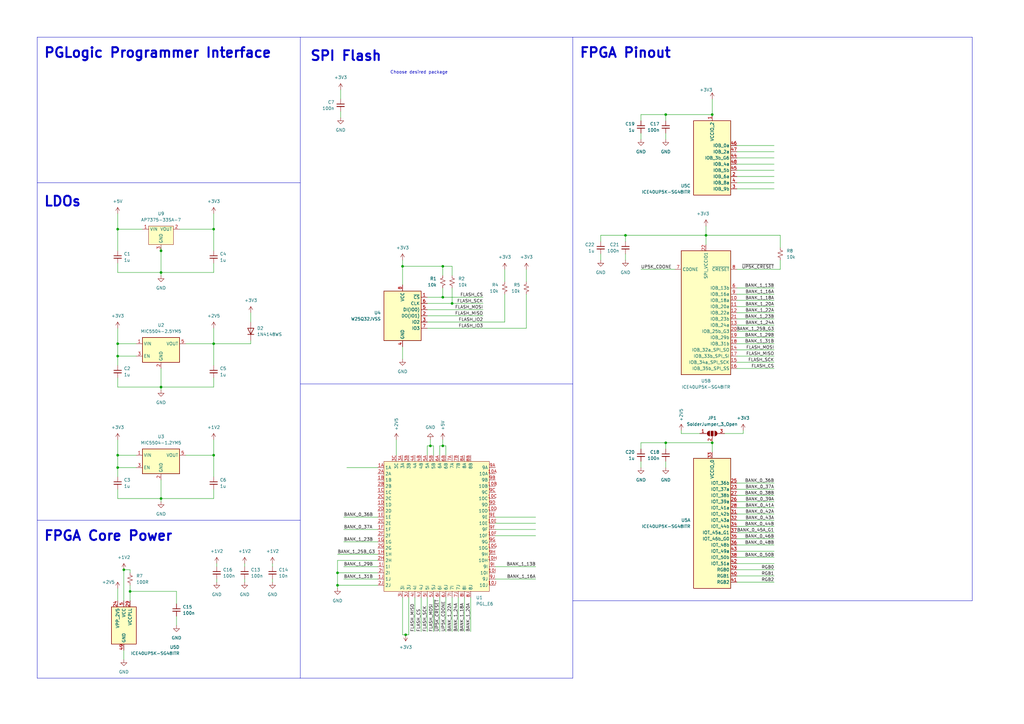
<source format=kicad_sch>
(kicad_sch (version 20230121) (generator eeschema)

  (uuid a7d70b90-e5bb-4b2c-89ec-19508e2b9dfa)

  (paper "A3")

  (lib_symbols
    (symbol "Device:C_Small" (pin_numbers hide) (pin_names (offset 0.254) hide) (in_bom yes) (on_board yes)
      (property "Reference" "C" (at 0.254 1.778 0)
        (effects (font (size 1.27 1.27)) (justify left))
      )
      (property "Value" "C_Small" (at 0.254 -2.032 0)
        (effects (font (size 1.27 1.27)) (justify left))
      )
      (property "Footprint" "" (at 0 0 0)
        (effects (font (size 1.27 1.27)) hide)
      )
      (property "Datasheet" "~" (at 0 0 0)
        (effects (font (size 1.27 1.27)) hide)
      )
      (property "ki_keywords" "capacitor cap" (at 0 0 0)
        (effects (font (size 1.27 1.27)) hide)
      )
      (property "ki_description" "Unpolarized capacitor, small symbol" (at 0 0 0)
        (effects (font (size 1.27 1.27)) hide)
      )
      (property "ki_fp_filters" "C_*" (at 0 0 0)
        (effects (font (size 1.27 1.27)) hide)
      )
      (symbol "C_Small_0_1"
        (polyline
          (pts
            (xy -1.524 -0.508)
            (xy 1.524 -0.508)
          )
          (stroke (width 0.3302) (type default))
          (fill (type none))
        )
        (polyline
          (pts
            (xy -1.524 0.508)
            (xy 1.524 0.508)
          )
          (stroke (width 0.3048) (type default))
          (fill (type none))
        )
      )
      (symbol "C_Small_1_1"
        (pin passive line (at 0 2.54 270) (length 2.032)
          (name "~" (effects (font (size 1.27 1.27))))
          (number "1" (effects (font (size 1.27 1.27))))
        )
        (pin passive line (at 0 -2.54 90) (length 2.032)
          (name "~" (effects (font (size 1.27 1.27))))
          (number "2" (effects (font (size 1.27 1.27))))
        )
      )
    )
    (symbol "Device:R_Small_US" (pin_numbers hide) (pin_names (offset 0.254) hide) (in_bom yes) (on_board yes)
      (property "Reference" "R" (at 0.762 0.508 0)
        (effects (font (size 1.27 1.27)) (justify left))
      )
      (property "Value" "R_Small_US" (at 0.762 -1.016 0)
        (effects (font (size 1.27 1.27)) (justify left))
      )
      (property "Footprint" "" (at 0 0 0)
        (effects (font (size 1.27 1.27)) hide)
      )
      (property "Datasheet" "~" (at 0 0 0)
        (effects (font (size 1.27 1.27)) hide)
      )
      (property "ki_keywords" "r resistor" (at 0 0 0)
        (effects (font (size 1.27 1.27)) hide)
      )
      (property "ki_description" "Resistor, small US symbol" (at 0 0 0)
        (effects (font (size 1.27 1.27)) hide)
      )
      (property "ki_fp_filters" "R_*" (at 0 0 0)
        (effects (font (size 1.27 1.27)) hide)
      )
      (symbol "R_Small_US_1_1"
        (polyline
          (pts
            (xy 0 0)
            (xy 1.016 -0.381)
            (xy 0 -0.762)
            (xy -1.016 -1.143)
            (xy 0 -1.524)
          )
          (stroke (width 0) (type default))
          (fill (type none))
        )
        (polyline
          (pts
            (xy 0 1.524)
            (xy 1.016 1.143)
            (xy 0 0.762)
            (xy -1.016 0.381)
            (xy 0 0)
          )
          (stroke (width 0) (type default))
          (fill (type none))
        )
        (pin passive line (at 0 2.54 270) (length 1.016)
          (name "~" (effects (font (size 1.27 1.27))))
          (number "1" (effects (font (size 1.27 1.27))))
        )
        (pin passive line (at 0 -2.54 90) (length 1.016)
          (name "~" (effects (font (size 1.27 1.27))))
          (number "2" (effects (font (size 1.27 1.27))))
        )
      )
    )
    (symbol "Diode:1N4148WS" (pin_numbers hide) (pin_names hide) (in_bom yes) (on_board yes)
      (property "Reference" "D" (at 0 2.54 0)
        (effects (font (size 1.27 1.27)))
      )
      (property "Value" "1N4148WS" (at 0 -2.54 0)
        (effects (font (size 1.27 1.27)))
      )
      (property "Footprint" "Diode_SMD:D_SOD-323" (at 0 -4.445 0)
        (effects (font (size 1.27 1.27)) hide)
      )
      (property "Datasheet" "https://www.vishay.com/docs/85751/1n4148ws.pdf" (at 0 0 0)
        (effects (font (size 1.27 1.27)) hide)
      )
      (property "Sim.Device" "D" (at 0 0 0)
        (effects (font (size 1.27 1.27)) hide)
      )
      (property "Sim.Pins" "1=K 2=A" (at 0 0 0)
        (effects (font (size 1.27 1.27)) hide)
      )
      (property "ki_keywords" "diode" (at 0 0 0)
        (effects (font (size 1.27 1.27)) hide)
      )
      (property "ki_description" "75V 0.15A Fast switching Diode, SOD-323" (at 0 0 0)
        (effects (font (size 1.27 1.27)) hide)
      )
      (property "ki_fp_filters" "D*SOD?323*" (at 0 0 0)
        (effects (font (size 1.27 1.27)) hide)
      )
      (symbol "1N4148WS_0_1"
        (polyline
          (pts
            (xy -1.27 1.27)
            (xy -1.27 -1.27)
          )
          (stroke (width 0.254) (type default))
          (fill (type none))
        )
        (polyline
          (pts
            (xy 1.27 0)
            (xy -1.27 0)
          )
          (stroke (width 0) (type default))
          (fill (type none))
        )
        (polyline
          (pts
            (xy 1.27 1.27)
            (xy 1.27 -1.27)
            (xy -1.27 0)
            (xy 1.27 1.27)
          )
          (stroke (width 0.254) (type default))
          (fill (type none))
        )
      )
      (symbol "1N4148WS_1_1"
        (pin passive line (at -3.81 0 0) (length 2.54)
          (name "K" (effects (font (size 1.27 1.27))))
          (number "1" (effects (font (size 1.27 1.27))))
        )
        (pin passive line (at 3.81 0 180) (length 2.54)
          (name "A" (effects (font (size 1.27 1.27))))
          (number "2" (effects (font (size 1.27 1.27))))
        )
      )
    )
    (symbol "FPGA_Lattice:ICE40UP5K-SG48ITR" (in_bom yes) (on_board yes)
      (property "Reference" "U" (at -8.89 -29.21 0)
        (effects (font (size 1.27 1.27)))
      )
      (property "Value" "ICE40UP5K-SG48ITR" (at 0 -31.75 0)
        (effects (font (size 1.27 1.27)))
      )
      (property "Footprint" "Package_DFN_QFN:QFN-48-1EP_7x7mm_P0.5mm_EP5.6x5.6mm" (at 0 -34.29 0)
        (effects (font (size 1.27 1.27)) hide)
      )
      (property "Datasheet" "http://www.latticesemi.com/Products/FPGAandCPLD/iCE40Ultra" (at -10.16 25.4 0)
        (effects (font (size 1.27 1.27)) hide)
      )
      (property "ki_locked" "" (at 0 0 0)
        (effects (font (size 1.27 1.27)))
      )
      (property "ki_keywords" "FPGA programmable logic" (at 0 0 0)
        (effects (font (size 1.27 1.27)) hide)
      )
      (property "ki_description" "iCE40 UltraPlus FPGA, 5280 LUTs, 1.2V, 48-pin QFN" (at 0 0 0)
        (effects (font (size 1.27 1.27)) hide)
      )
      (property "ki_fp_filters" "QFN*1EP*7x7mm*P0.5mm*" (at 0 0 0)
        (effects (font (size 1.27 1.27)) hide)
      )
      (symbol "ICE40UP5K-SG48ITR_1_1"
        (rectangle (start -7.62 25.4) (end 7.62 -27.94)
          (stroke (width 0.254) (type default))
          (fill (type background))
        )
        (pin bidirectional line (at -10.16 12.7 0) (length 2.54)
          (name "IOT_37a" (effects (font (size 1.27 1.27))))
          (number "23" (effects (font (size 1.27 1.27))))
        )
        (pin bidirectional line (at -10.16 15.24 0) (length 2.54)
          (name "IOT_36b" (effects (font (size 1.27 1.27))))
          (number "25" (effects (font (size 1.27 1.27))))
        )
        (pin bidirectional line (at -10.16 7.62 0) (length 2.54)
          (name "IOT_39a" (effects (font (size 1.27 1.27))))
          (number "26" (effects (font (size 1.27 1.27))))
        )
        (pin bidirectional line (at -10.16 10.16 0) (length 2.54)
          (name "IOT_38b" (effects (font (size 1.27 1.27))))
          (number "27" (effects (font (size 1.27 1.27))))
        )
        (pin bidirectional line (at -10.16 5.08 0) (length 2.54)
          (name "IOT_41a" (effects (font (size 1.27 1.27))))
          (number "28" (effects (font (size 1.27 1.27))))
        )
        (pin bidirectional line (at -10.16 2.54 0) (length 2.54)
          (name "IOT_42b" (effects (font (size 1.27 1.27))))
          (number "31" (effects (font (size 1.27 1.27))))
        )
        (pin bidirectional line (at -10.16 0 0) (length 2.54)
          (name "IOT_43a" (effects (font (size 1.27 1.27))))
          (number "32" (effects (font (size 1.27 1.27))))
        )
        (pin power_in line (at 0 27.94 270) (length 2.54)
          (name "VCCIO_0" (effects (font (size 1.27 1.27))))
          (number "33" (effects (font (size 1.27 1.27))))
        )
        (pin bidirectional line (at -10.16 -2.54 0) (length 2.54)
          (name "IOT_44b" (effects (font (size 1.27 1.27))))
          (number "34" (effects (font (size 1.27 1.27))))
        )
        (pin bidirectional line (at -10.16 -7.62 0) (length 2.54)
          (name "IOT_46b_G0" (effects (font (size 1.27 1.27))))
          (number "35" (effects (font (size 1.27 1.27))))
        )
        (pin bidirectional line (at -10.16 -10.16 0) (length 2.54)
          (name "IOT_48b" (effects (font (size 1.27 1.27))))
          (number "36" (effects (font (size 1.27 1.27))))
        )
        (pin bidirectional line (at -10.16 -5.08 0) (length 2.54)
          (name "IOT_45a_G1" (effects (font (size 1.27 1.27))))
          (number "37" (effects (font (size 1.27 1.27))))
        )
        (pin bidirectional line (at -10.16 -15.24 0) (length 2.54)
          (name "IOT_50b" (effects (font (size 1.27 1.27))))
          (number "38" (effects (font (size 1.27 1.27))))
        )
        (pin open_collector line (at -10.16 -20.32 0) (length 2.54)
          (name "RGB0" (effects (font (size 1.27 1.27))))
          (number "39" (effects (font (size 1.27 1.27))))
        )
        (pin open_collector line (at -10.16 -22.86 0) (length 2.54)
          (name "RGB1" (effects (font (size 1.27 1.27))))
          (number "40" (effects (font (size 1.27 1.27))))
        )
        (pin open_collector line (at -10.16 -25.4 0) (length 2.54)
          (name "RGB2" (effects (font (size 1.27 1.27))))
          (number "41" (effects (font (size 1.27 1.27))))
        )
        (pin bidirectional line (at -10.16 -17.78 0) (length 2.54)
          (name "IOT_51a" (effects (font (size 1.27 1.27))))
          (number "42" (effects (font (size 1.27 1.27))))
        )
        (pin bidirectional line (at -10.16 -12.7 0) (length 2.54)
          (name "IOT_49a" (effects (font (size 1.27 1.27))))
          (number "43" (effects (font (size 1.27 1.27))))
        )
      )
      (symbol "ICE40UP5K-SG48ITR_2_1"
        (rectangle (start -10.16 25.4) (end 10.16 -25.4)
          (stroke (width 0.254) (type default))
          (fill (type background))
        )
        (pin bidirectional line (at -12.7 5.08 0) (length 2.54)
          (name "IOB_18a" (effects (font (size 1.27 1.27))))
          (number "10" (effects (font (size 1.27 1.27))))
        )
        (pin bidirectional line (at -12.7 2.54 0) (length 2.54)
          (name "IOB_20a" (effects (font (size 1.27 1.27))))
          (number "11" (effects (font (size 1.27 1.27))))
        )
        (pin bidirectional line (at -12.7 0 0) (length 2.54)
          (name "IOB_22a" (effects (font (size 1.27 1.27))))
          (number "12" (effects (font (size 1.27 1.27))))
        )
        (pin bidirectional line (at -12.7 -5.08 0) (length 2.54)
          (name "IOB_24a" (effects (font (size 1.27 1.27))))
          (number "13" (effects (font (size 1.27 1.27))))
        )
        (pin bidirectional line (at -12.7 -15.24 0) (length 2.54)
          (name "IOB_32a_SPI_SO" (effects (font (size 1.27 1.27))))
          (number "14" (effects (font (size 1.27 1.27))))
        )
        (pin bidirectional line (at -12.7 -20.32 0) (length 2.54)
          (name "IOB_34a_SPI_SCK" (effects (font (size 1.27 1.27))))
          (number "15" (effects (font (size 1.27 1.27))))
        )
        (pin bidirectional line (at -12.7 -22.86 0) (length 2.54)
          (name "IOB_35b_SPI_SS" (effects (font (size 1.27 1.27))))
          (number "16" (effects (font (size 1.27 1.27))))
        )
        (pin bidirectional line (at -12.7 -17.78 0) (length 2.54)
          (name "IOB_33b_SPI_SI" (effects (font (size 1.27 1.27))))
          (number "17" (effects (font (size 1.27 1.27))))
        )
        (pin bidirectional line (at -12.7 -12.7 0) (length 2.54)
          (name "IOB_31b" (effects (font (size 1.27 1.27))))
          (number "18" (effects (font (size 1.27 1.27))))
        )
        (pin bidirectional line (at -12.7 -10.16 0) (length 2.54)
          (name "IOB_29b" (effects (font (size 1.27 1.27))))
          (number "19" (effects (font (size 1.27 1.27))))
        )
        (pin bidirectional line (at -12.7 -7.62 0) (length 2.54)
          (name "IOB_25b_G3" (effects (font (size 1.27 1.27))))
          (number "20" (effects (font (size 1.27 1.27))))
        )
        (pin bidirectional line (at -12.7 -2.54 0) (length 2.54)
          (name "IOB_23b" (effects (font (size 1.27 1.27))))
          (number "21" (effects (font (size 1.27 1.27))))
        )
        (pin power_in line (at 0 27.94 270) (length 2.54)
          (name "SPI_VCCIO1" (effects (font (size 1.27 1.27))))
          (number "22" (effects (font (size 1.27 1.27))))
        )
        (pin bidirectional line (at -12.7 10.16 0) (length 2.54)
          (name "IOB_13b" (effects (font (size 1.27 1.27))))
          (number "6" (effects (font (size 1.27 1.27))))
        )
        (pin open_collector line (at 12.7 17.78 180) (length 2.54)
          (name "CDONE" (effects (font (size 1.27 1.27))))
          (number "7" (effects (font (size 1.27 1.27))))
        )
        (pin input line (at -12.7 17.78 0) (length 2.54)
          (name "~{CRESET}" (effects (font (size 1.27 1.27))))
          (number "8" (effects (font (size 1.27 1.27))))
        )
        (pin bidirectional line (at -12.7 7.62 0) (length 2.54)
          (name "IOB_16a" (effects (font (size 1.27 1.27))))
          (number "9" (effects (font (size 1.27 1.27))))
        )
      )
      (symbol "ICE40UP5K-SG48ITR_3_1"
        (rectangle (start -7.62 15.24) (end 7.62 -15.24)
          (stroke (width 0.254) (type default))
          (fill (type background))
        )
        (pin power_in line (at 0 17.78 270) (length 2.54)
          (name "VCCIO_2" (effects (font (size 1.27 1.27))))
          (number "1" (effects (font (size 1.27 1.27))))
        )
        (pin bidirectional line (at -10.16 -7.62 0) (length 2.54)
          (name "IOB_6a" (effects (font (size 1.27 1.27))))
          (number "2" (effects (font (size 1.27 1.27))))
        )
        (pin bidirectional line (at -10.16 -12.7 0) (length 2.54)
          (name "IOB_9b" (effects (font (size 1.27 1.27))))
          (number "3" (effects (font (size 1.27 1.27))))
        )
        (pin bidirectional line (at -10.16 -10.16 0) (length 2.54)
          (name "IOB_8a" (effects (font (size 1.27 1.27))))
          (number "4" (effects (font (size 1.27 1.27))))
        )
        (pin bidirectional line (at -10.16 0 0) (length 2.54)
          (name "IOB_3b_G6" (effects (font (size 1.27 1.27))))
          (number "44" (effects (font (size 1.27 1.27))))
        )
        (pin bidirectional line (at -10.16 -5.08 0) (length 2.54)
          (name "IOB_5b" (effects (font (size 1.27 1.27))))
          (number "45" (effects (font (size 1.27 1.27))))
        )
        (pin bidirectional line (at -10.16 5.08 0) (length 2.54)
          (name "IOB_0a" (effects (font (size 1.27 1.27))))
          (number "46" (effects (font (size 1.27 1.27))))
        )
        (pin bidirectional line (at -10.16 2.54 0) (length 2.54)
          (name "IOB_2a" (effects (font (size 1.27 1.27))))
          (number "47" (effects (font (size 1.27 1.27))))
        )
        (pin bidirectional line (at -10.16 -2.54 0) (length 2.54)
          (name "IOB_4a" (effects (font (size 1.27 1.27))))
          (number "48" (effects (font (size 1.27 1.27))))
        )
      )
      (symbol "ICE40UP5K-SG48ITR_4_1"
        (rectangle (start -5.08 7.62) (end 5.08 -7.62)
          (stroke (width 0.254) (type default))
          (fill (type background))
        )
        (pin power_in line (at -2.54 10.16 270) (length 2.54)
          (name "VPP_2V5" (effects (font (size 1.27 1.27))))
          (number "24" (effects (font (size 1.27 1.27))))
        )
        (pin power_out line (at 2.54 10.16 270) (length 2.54)
          (name "VCCPLL" (effects (font (size 1.27 1.27))))
          (number "29" (effects (font (size 1.27 1.27))))
        )
        (pin passive line (at 0 10.16 270) (length 2.54) hide
          (name "VCC" (effects (font (size 1.27 1.27))))
          (number "30" (effects (font (size 1.27 1.27))))
        )
        (pin power_in line (at 0 -10.16 90) (length 2.54)
          (name "GND" (effects (font (size 1.27 1.27))))
          (number "49" (effects (font (size 1.27 1.27))))
        )
        (pin power_in line (at 0 10.16 270) (length 2.54)
          (name "VCC" (effects (font (size 1.27 1.27))))
          (number "5" (effects (font (size 1.27 1.27))))
        )
      )
    )
    (symbol "ICDB_Waffle:AP7375-33SA-7" (in_bom yes) (on_board yes)
      (property "Reference" "U" (at 0 5.715 0)
        (effects (font (size 1.27 1.27)))
      )
      (property "Value" "AP7375-33SA-7" (at 0 3.175 0)
        (effects (font (size 1.27 1.27)))
      )
      (property "Footprint" "Package_TO_SOT_SMD:SOT-23-3" (at 0 7.62 0)
        (effects (font (size 1.27 1.27)) hide)
      )
      (property "Datasheet" "https://www.diodes.com/assets/Datasheets/AP7375.pdf" (at 0 9.525 0)
        (effects (font (size 1.27 1.27)) hide)
      )
      (property "ki_description" "85dB PSRR LDO" (at 0 0 0)
        (effects (font (size 1.27 1.27)) hide)
      )
      (symbol "AP7375-33SA-7_1_1"
        (rectangle (start -5.08 1.27) (end 5.08 -6.35)
          (stroke (width 0) (type default))
          (fill (type background))
        )
        (pin input line (at -7.62 0 0) (length 2.54)
          (name "VIN" (effects (font (size 1.27 1.27))))
          (number "1" (effects (font (size 1.27 1.27))))
        )
        (pin input line (at 7.62 0 180) (length 2.54)
          (name "VOUT" (effects (font (size 1.27 1.27))))
          (number "2" (effects (font (size 1.27 1.27))))
        )
        (pin input line (at 0 -8.89 90) (length 2.54)
          (name "GND" (effects (font (size 1.27 1.27))))
          (number "3" (effects (font (size 1.27 1.27))))
        )
      )
    )
    (symbol "Jumper:SolderJumper_3_Open" (pin_names (offset 0) hide) (in_bom yes) (on_board yes)
      (property "Reference" "JP" (at -2.54 -2.54 0)
        (effects (font (size 1.27 1.27)))
      )
      (property "Value" "SolderJumper_3_Open" (at 0 2.794 0)
        (effects (font (size 1.27 1.27)))
      )
      (property "Footprint" "" (at 0 0 0)
        (effects (font (size 1.27 1.27)) hide)
      )
      (property "Datasheet" "~" (at 0 0 0)
        (effects (font (size 1.27 1.27)) hide)
      )
      (property "ki_keywords" "Solder Jumper SPDT" (at 0 0 0)
        (effects (font (size 1.27 1.27)) hide)
      )
      (property "ki_description" "Solder Jumper, 3-pole, open" (at 0 0 0)
        (effects (font (size 1.27 1.27)) hide)
      )
      (property "ki_fp_filters" "SolderJumper*Open*" (at 0 0 0)
        (effects (font (size 1.27 1.27)) hide)
      )
      (symbol "SolderJumper_3_Open_0_1"
        (arc (start -1.016 1.016) (mid -2.0276 0) (end -1.016 -1.016)
          (stroke (width 0) (type default))
          (fill (type none))
        )
        (arc (start -1.016 1.016) (mid -2.0276 0) (end -1.016 -1.016)
          (stroke (width 0) (type default))
          (fill (type outline))
        )
        (rectangle (start -0.508 1.016) (end 0.508 -1.016)
          (stroke (width 0) (type default))
          (fill (type outline))
        )
        (polyline
          (pts
            (xy -2.54 0)
            (xy -2.032 0)
          )
          (stroke (width 0) (type default))
          (fill (type none))
        )
        (polyline
          (pts
            (xy -1.016 1.016)
            (xy -1.016 -1.016)
          )
          (stroke (width 0) (type default))
          (fill (type none))
        )
        (polyline
          (pts
            (xy 0 -1.27)
            (xy 0 -1.016)
          )
          (stroke (width 0) (type default))
          (fill (type none))
        )
        (polyline
          (pts
            (xy 1.016 1.016)
            (xy 1.016 -1.016)
          )
          (stroke (width 0) (type default))
          (fill (type none))
        )
        (polyline
          (pts
            (xy 2.54 0)
            (xy 2.032 0)
          )
          (stroke (width 0) (type default))
          (fill (type none))
        )
        (arc (start 1.016 -1.016) (mid 2.0276 0) (end 1.016 1.016)
          (stroke (width 0) (type default))
          (fill (type none))
        )
        (arc (start 1.016 -1.016) (mid 2.0276 0) (end 1.016 1.016)
          (stroke (width 0) (type default))
          (fill (type outline))
        )
      )
      (symbol "SolderJumper_3_Open_1_1"
        (pin passive line (at -5.08 0 0) (length 2.54)
          (name "A" (effects (font (size 1.27 1.27))))
          (number "1" (effects (font (size 1.27 1.27))))
        )
        (pin passive line (at 0 -3.81 90) (length 2.54)
          (name "C" (effects (font (size 1.27 1.27))))
          (number "2" (effects (font (size 1.27 1.27))))
        )
        (pin passive line (at 5.08 0 180) (length 2.54)
          (name "B" (effects (font (size 1.27 1.27))))
          (number "3" (effects (font (size 1.27 1.27))))
        )
      )
    )
    (symbol "Memory_Flash:W25Q32JVSS" (in_bom yes) (on_board yes)
      (property "Reference" "U" (at -6.35 11.43 0)
        (effects (font (size 1.27 1.27)))
      )
      (property "Value" "W25Q32JVSS" (at 7.62 11.43 0)
        (effects (font (size 1.27 1.27)))
      )
      (property "Footprint" "Package_SO:SOIC-8_5.23x5.23mm_P1.27mm" (at 0 0 0)
        (effects (font (size 1.27 1.27)) hide)
      )
      (property "Datasheet" "http://www.winbond.com/resource-files/w25q32jv%20revg%2003272018%20plus.pdf" (at 0 0 0)
        (effects (font (size 1.27 1.27)) hide)
      )
      (property "ki_keywords" "flash memory SPI" (at 0 0 0)
        (effects (font (size 1.27 1.27)) hide)
      )
      (property "ki_description" "32Mb Serial Flash Memory, Standard/Dual/Quad SPI, SOIC-8" (at 0 0 0)
        (effects (font (size 1.27 1.27)) hide)
      )
      (property "ki_fp_filters" "SOIC*5.23x5.23mm*P1.27mm*" (at 0 0 0)
        (effects (font (size 1.27 1.27)) hide)
      )
      (symbol "W25Q32JVSS_0_1"
        (rectangle (start -7.62 10.16) (end 7.62 -10.16)
          (stroke (width 0.254) (type default))
          (fill (type background))
        )
      )
      (symbol "W25Q32JVSS_1_1"
        (pin input line (at -10.16 7.62 0) (length 2.54)
          (name "~{CS}" (effects (font (size 1.27 1.27))))
          (number "1" (effects (font (size 1.27 1.27))))
        )
        (pin bidirectional line (at -10.16 0 0) (length 2.54)
          (name "DO(IO1)" (effects (font (size 1.27 1.27))))
          (number "2" (effects (font (size 1.27 1.27))))
        )
        (pin bidirectional line (at -10.16 -2.54 0) (length 2.54)
          (name "IO2" (effects (font (size 1.27 1.27))))
          (number "3" (effects (font (size 1.27 1.27))))
        )
        (pin power_in line (at 0 -12.7 90) (length 2.54)
          (name "GND" (effects (font (size 1.27 1.27))))
          (number "4" (effects (font (size 1.27 1.27))))
        )
        (pin bidirectional line (at -10.16 2.54 0) (length 2.54)
          (name "DI(IO0)" (effects (font (size 1.27 1.27))))
          (number "5" (effects (font (size 1.27 1.27))))
        )
        (pin input line (at -10.16 5.08 0) (length 2.54)
          (name "CLK" (effects (font (size 1.27 1.27))))
          (number "6" (effects (font (size 1.27 1.27))))
        )
        (pin bidirectional line (at -10.16 -5.08 0) (length 2.54)
          (name "IO3" (effects (font (size 1.27 1.27))))
          (number "7" (effects (font (size 1.27 1.27))))
        )
        (pin power_in line (at 0 12.7 270) (length 2.54)
          (name "VCC" (effects (font (size 1.27 1.27))))
          (number "8" (effects (font (size 1.27 1.27))))
        )
      )
    )
    (symbol "ProgrammaGull_Logic:PGL_E6" (in_bom yes) (on_board yes)
      (property "Reference" "U" (at 38.1 -55.88 0)
        (effects (font (size 1.27 1.27)))
      )
      (property "Value" "PGL_E6" (at 40.64 -58.42 0)
        (effects (font (size 1.27 1.27)))
      )
      (property "Footprint" "ProgrammaGull_Logic:PGL_E6" (at 19.05 -6.35 0)
        (effects (font (size 1.27 1.27)) hide)
      )
      (property "Datasheet" "" (at 0 0 0)
        (effects (font (size 1.27 1.27)) hide)
      )
      (symbol "PGL_E6_1_1"
        (rectangle (start -2.54 0) (end 40.64 -53.34)
          (stroke (width 0) (type default))
          (fill (type background))
        )
        (pin input line (at 43.18 -5.08 180) (length 2.54)
          (name "10A" (effects (font (size 1.27 1.27))))
          (number "10A" (effects (font (size 1.27 1.27))))
        )
        (pin input line (at 43.18 -10.16 180) (length 2.54)
          (name "10B" (effects (font (size 1.27 1.27))))
          (number "10B" (effects (font (size 1.27 1.27))))
        )
        (pin input line (at 43.18 -15.24 180) (length 2.54)
          (name "10C" (effects (font (size 1.27 1.27))))
          (number "10C" (effects (font (size 1.27 1.27))))
        )
        (pin input line (at 43.18 -20.32 180) (length 2.54)
          (name "10D" (effects (font (size 1.27 1.27))))
          (number "10D" (effects (font (size 1.27 1.27))))
        )
        (pin input line (at 43.18 -25.4 180) (length 2.54)
          (name "10E" (effects (font (size 1.27 1.27))))
          (number "10E" (effects (font (size 1.27 1.27))))
        )
        (pin input line (at 43.18 -30.48 180) (length 2.54)
          (name "10F" (effects (font (size 1.27 1.27))))
          (number "10F" (effects (font (size 1.27 1.27))))
        )
        (pin input line (at 43.18 -35.56 180) (length 2.54)
          (name "10G" (effects (font (size 1.27 1.27))))
          (number "10G" (effects (font (size 1.27 1.27))))
        )
        (pin input line (at 43.18 -40.64 180) (length 2.54)
          (name "10H" (effects (font (size 1.27 1.27))))
          (number "10H" (effects (font (size 1.27 1.27))))
        )
        (pin input line (at 43.18 -45.72 180) (length 2.54)
          (name "10I" (effects (font (size 1.27 1.27))))
          (number "10I" (effects (font (size 1.27 1.27))))
        )
        (pin input line (at 43.18 -50.8 180) (length 2.54)
          (name "10J" (effects (font (size 1.27 1.27))))
          (number "10J" (effects (font (size 1.27 1.27))))
        )
        (pin input line (at -5.08 -2.54 0) (length 2.54)
          (name "1A" (effects (font (size 1.27 1.27))))
          (number "1A" (effects (font (size 1.27 1.27))))
        )
        (pin input line (at -5.08 -7.62 0) (length 2.54)
          (name "1B" (effects (font (size 1.27 1.27))))
          (number "1B" (effects (font (size 1.27 1.27))))
        )
        (pin input line (at -5.08 -12.7 0) (length 2.54)
          (name "1C" (effects (font (size 1.27 1.27))))
          (number "1C" (effects (font (size 1.27 1.27))))
        )
        (pin input line (at -5.08 -17.78 0) (length 2.54)
          (name "1D" (effects (font (size 1.27 1.27))))
          (number "1D" (effects (font (size 1.27 1.27))))
        )
        (pin input line (at -5.08 -22.86 0) (length 2.54)
          (name "1E" (effects (font (size 1.27 1.27))))
          (number "1E" (effects (font (size 1.27 1.27))))
        )
        (pin input line (at -5.08 -27.94 0) (length 2.54)
          (name "1F" (effects (font (size 1.27 1.27))))
          (number "1F" (effects (font (size 1.27 1.27))))
        )
        (pin input line (at -5.08 -33.02 0) (length 2.54)
          (name "1G" (effects (font (size 1.27 1.27))))
          (number "1G" (effects (font (size 1.27 1.27))))
        )
        (pin input line (at -5.08 -38.1 0) (length 2.54)
          (name "1H" (effects (font (size 1.27 1.27))))
          (number "1H" (effects (font (size 1.27 1.27))))
        )
        (pin input line (at -5.08 -43.18 0) (length 2.54)
          (name "1I" (effects (font (size 1.27 1.27))))
          (number "1I" (effects (font (size 1.27 1.27))))
        )
        (pin input line (at -5.08 -48.26 0) (length 2.54)
          (name "1J" (effects (font (size 1.27 1.27))))
          (number "1J" (effects (font (size 1.27 1.27))))
        )
        (pin input line (at -5.08 -5.08 0) (length 2.54)
          (name "2A" (effects (font (size 1.27 1.27))))
          (number "2A" (effects (font (size 1.27 1.27))))
        )
        (pin input line (at -5.08 -10.16 0) (length 2.54)
          (name "2B" (effects (font (size 1.27 1.27))))
          (number "2B" (effects (font (size 1.27 1.27))))
        )
        (pin input line (at -5.08 -15.24 0) (length 2.54)
          (name "2C" (effects (font (size 1.27 1.27))))
          (number "2C" (effects (font (size 1.27 1.27))))
        )
        (pin input line (at -5.08 -20.32 0) (length 2.54)
          (name "2D" (effects (font (size 1.27 1.27))))
          (number "2D" (effects (font (size 1.27 1.27))))
        )
        (pin input line (at -5.08 -25.4 0) (length 2.54)
          (name "2E" (effects (font (size 1.27 1.27))))
          (number "2E" (effects (font (size 1.27 1.27))))
        )
        (pin input line (at -5.08 -30.48 0) (length 2.54)
          (name "2F" (effects (font (size 1.27 1.27))))
          (number "2F" (effects (font (size 1.27 1.27))))
        )
        (pin input line (at -5.08 -35.56 0) (length 2.54)
          (name "2G" (effects (font (size 1.27 1.27))))
          (number "2G" (effects (font (size 1.27 1.27))))
        )
        (pin input line (at -5.08 -40.64 0) (length 2.54)
          (name "2H" (effects (font (size 1.27 1.27))))
          (number "2H" (effects (font (size 1.27 1.27))))
        )
        (pin input line (at -5.08 -45.72 0) (length 2.54)
          (name "2I" (effects (font (size 1.27 1.27))))
          (number "2I" (effects (font (size 1.27 1.27))))
        )
        (pin input line (at -5.08 -50.8 0) (length 2.54)
          (name "2J" (effects (font (size 1.27 1.27))))
          (number "2J" (effects (font (size 1.27 1.27))))
        )
        (pin input line (at 5.08 2.54 270) (length 2.54)
          (name "3A" (effects (font (size 1.27 1.27))))
          (number "3A" (effects (font (size 1.27 1.27))))
        )
        (pin input line (at 7.62 2.54 270) (length 2.54)
          (name "3B" (effects (font (size 1.27 1.27))))
          (number "3B" (effects (font (size 1.27 1.27))))
        )
        (pin input line (at 2.54 2.54 270) (length 2.54)
          (name "3C" (effects (font (size 1.27 1.27))))
          (number "3C" (effects (font (size 1.27 1.27))))
        )
        (pin input line (at 5.08 -55.88 90) (length 2.54)
          (name "3I" (effects (font (size 1.27 1.27))))
          (number "3I" (effects (font (size 1.27 1.27))))
        )
        (pin input line (at 7.62 -55.88 90) (length 2.54)
          (name "3J" (effects (font (size 1.27 1.27))))
          (number "3J" (effects (font (size 1.27 1.27))))
        )
        (pin input line (at 10.16 2.54 270) (length 2.54)
          (name "4A" (effects (font (size 1.27 1.27))))
          (number "4A" (effects (font (size 1.27 1.27))))
        )
        (pin input line (at 12.7 2.54 270) (length 2.54)
          (name "4B" (effects (font (size 1.27 1.27))))
          (number "4B" (effects (font (size 1.27 1.27))))
        )
        (pin input line (at 10.16 -55.88 90) (length 2.54)
          (name "4I" (effects (font (size 1.27 1.27))))
          (number "4I" (effects (font (size 1.27 1.27))))
        )
        (pin input line (at 12.7 -55.88 90) (length 2.54)
          (name "4J" (effects (font (size 1.27 1.27))))
          (number "4J" (effects (font (size 1.27 1.27))))
        )
        (pin input line (at 15.24 2.54 270) (length 2.54)
          (name "5A" (effects (font (size 1.27 1.27))))
          (number "5A" (effects (font (size 1.27 1.27))))
        )
        (pin input line (at 17.78 2.54 270) (length 2.54)
          (name "5B" (effects (font (size 1.27 1.27))))
          (number "5B" (effects (font (size 1.27 1.27))))
        )
        (pin input line (at 15.24 -55.88 90) (length 2.54)
          (name "5I" (effects (font (size 1.27 1.27))))
          (number "5I" (effects (font (size 1.27 1.27))))
        )
        (pin input line (at 17.78 -55.88 90) (length 2.54)
          (name "5J" (effects (font (size 1.27 1.27))))
          (number "5J" (effects (font (size 1.27 1.27))))
        )
        (pin input line (at 20.32 2.54 270) (length 2.54)
          (name "6A" (effects (font (size 1.27 1.27))))
          (number "6A" (effects (font (size 1.27 1.27))))
        )
        (pin input line (at 22.86 2.54 270) (length 2.54)
          (name "6B" (effects (font (size 1.27 1.27))))
          (number "6B" (effects (font (size 1.27 1.27))))
        )
        (pin input line (at 20.32 -55.88 90) (length 2.54)
          (name "6I" (effects (font (size 1.27 1.27))))
          (number "6I" (effects (font (size 1.27 1.27))))
        )
        (pin input line (at 22.86 -55.88 90) (length 2.54)
          (name "6J" (effects (font (size 1.27 1.27))))
          (number "6J" (effects (font (size 1.27 1.27))))
        )
        (pin input line (at 25.4 2.54 270) (length 2.54)
          (name "7A" (effects (font (size 1.27 1.27))))
          (number "7A" (effects (font (size 1.27 1.27))))
        )
        (pin input line (at 27.94 2.54 270) (length 2.54)
          (name "7B" (effects (font (size 1.27 1.27))))
          (number "7B" (effects (font (size 1.27 1.27))))
        )
        (pin input line (at 25.4 -55.88 90) (length 2.54)
          (name "7I" (effects (font (size 1.27 1.27))))
          (number "7I" (effects (font (size 1.27 1.27))))
        )
        (pin input line (at 27.94 -55.88 90) (length 2.54)
          (name "7J" (effects (font (size 1.27 1.27))))
          (number "7J" (effects (font (size 1.27 1.27))))
        )
        (pin input line (at 30.48 2.54 270) (length 2.54)
          (name "8A" (effects (font (size 1.27 1.27))))
          (number "8A" (effects (font (size 1.27 1.27))))
        )
        (pin input line (at 33.02 2.54 270) (length 2.54)
          (name "8B" (effects (font (size 1.27 1.27))))
          (number "8B" (effects (font (size 1.27 1.27))))
        )
        (pin input line (at 30.48 -55.88 90) (length 2.54)
          (name "8I" (effects (font (size 1.27 1.27))))
          (number "8I" (effects (font (size 1.27 1.27))))
        )
        (pin input line (at 33.02 -55.88 90) (length 2.54)
          (name "8J" (effects (font (size 1.27 1.27))))
          (number "8J" (effects (font (size 1.27 1.27))))
        )
        (pin input line (at 43.18 -2.54 180) (length 2.54)
          (name "9A" (effects (font (size 1.27 1.27))))
          (number "9A" (effects (font (size 1.27 1.27))))
        )
        (pin input line (at 43.18 -7.62 180) (length 2.54)
          (name "9B" (effects (font (size 1.27 1.27))))
          (number "9B" (effects (font (size 1.27 1.27))))
        )
        (pin input line (at 43.18 -12.7 180) (length 2.54)
          (name "9C" (effects (font (size 1.27 1.27))))
          (number "9C" (effects (font (size 1.27 1.27))))
        )
        (pin input line (at 43.18 -17.78 180) (length 2.54)
          (name "9D" (effects (font (size 1.27 1.27))))
          (number "9D" (effects (font (size 1.27 1.27))))
        )
        (pin input line (at 43.18 -22.86 180) (length 2.54)
          (name "9E" (effects (font (size 1.27 1.27))))
          (number "9E" (effects (font (size 1.27 1.27))))
        )
        (pin input line (at 43.18 -27.94 180) (length 2.54)
          (name "9F" (effects (font (size 1.27 1.27))))
          (number "9F" (effects (font (size 1.27 1.27))))
        )
        (pin input line (at 43.18 -33.02 180) (length 2.54)
          (name "9G" (effects (font (size 1.27 1.27))))
          (number "9G" (effects (font (size 1.27 1.27))))
        )
        (pin input line (at 43.18 -38.1 180) (length 2.54)
          (name "9H" (effects (font (size 1.27 1.27))))
          (number "9H" (effects (font (size 1.27 1.27))))
        )
        (pin input line (at 43.18 -43.18 180) (length 2.54)
          (name "9I" (effects (font (size 1.27 1.27))))
          (number "9I" (effects (font (size 1.27 1.27))))
        )
        (pin input line (at 43.18 -48.26 180) (length 2.54)
          (name "9J" (effects (font (size 1.27 1.27))))
          (number "9J" (effects (font (size 1.27 1.27))))
        )
      )
    )
    (symbol "Regulator_Linear:MIC5504-1.2YM5" (in_bom yes) (on_board yes)
      (property "Reference" "U" (at -7.62 8.89 0)
        (effects (font (size 1.27 1.27)) (justify left))
      )
      (property "Value" "MIC5504-1.2YM5" (at -7.62 6.35 0)
        (effects (font (size 1.27 1.27)) (justify left))
      )
      (property "Footprint" "Package_TO_SOT_SMD:SOT-23-5" (at 0 -10.16 0)
        (effects (font (size 1.27 1.27)) hide)
      )
      (property "Datasheet" "http://ww1.microchip.com/downloads/en/DeviceDoc/MIC550X.pdf" (at -6.35 6.35 0)
        (effects (font (size 1.27 1.27)) hide)
      )
      (property "ki_keywords" "Micrel LDO voltage regulator" (at 0 0 0)
        (effects (font (size 1.27 1.27)) hide)
      )
      (property "ki_description" "300mA Low-dropout Voltage Regulator, Vout 1.2V, Vin up to 5.5V, SOT-23" (at 0 0 0)
        (effects (font (size 1.27 1.27)) hide)
      )
      (property "ki_fp_filters" "SOT?23?5*" (at 0 0 0)
        (effects (font (size 1.27 1.27)) hide)
      )
      (symbol "MIC5504-1.2YM5_0_1"
        (rectangle (start -7.62 -5.08) (end 7.62 5.08)
          (stroke (width 0.254) (type default))
          (fill (type background))
        )
      )
      (symbol "MIC5504-1.2YM5_1_1"
        (pin power_in line (at -10.16 2.54 0) (length 2.54)
          (name "VIN" (effects (font (size 1.27 1.27))))
          (number "1" (effects (font (size 1.27 1.27))))
        )
        (pin power_in line (at 0 -7.62 90) (length 2.54)
          (name "GND" (effects (font (size 1.27 1.27))))
          (number "2" (effects (font (size 1.27 1.27))))
        )
        (pin input line (at -10.16 -2.54 0) (length 2.54)
          (name "EN" (effects (font (size 1.27 1.27))))
          (number "3" (effects (font (size 1.27 1.27))))
        )
        (pin no_connect line (at 7.62 -2.54 180) (length 2.54) hide
          (name "NC" (effects (font (size 1.27 1.27))))
          (number "4" (effects (font (size 1.27 1.27))))
        )
        (pin power_out line (at 10.16 2.54 180) (length 2.54)
          (name "VOUT" (effects (font (size 1.27 1.27))))
          (number "5" (effects (font (size 1.27 1.27))))
        )
      )
    )
    (symbol "Regulator_Linear:MIC5504-2.5YM5" (in_bom yes) (on_board yes)
      (property "Reference" "U" (at -7.62 8.89 0)
        (effects (font (size 1.27 1.27)) (justify left))
      )
      (property "Value" "MIC5504-2.5YM5" (at -7.62 6.35 0)
        (effects (font (size 1.27 1.27)) (justify left))
      )
      (property "Footprint" "Package_TO_SOT_SMD:SOT-23-5" (at 0 -10.16 0)
        (effects (font (size 1.27 1.27)) hide)
      )
      (property "Datasheet" "http://ww1.microchip.com/downloads/en/DeviceDoc/MIC550X.pdf" (at -6.35 6.35 0)
        (effects (font (size 1.27 1.27)) hide)
      )
      (property "ki_keywords" "Micrel LDO voltage regulator" (at 0 0 0)
        (effects (font (size 1.27 1.27)) hide)
      )
      (property "ki_description" "300mA Low-dropout Voltage Regulator, Vout 2.5V, Vin up to 5.5V, SOT-23" (at 0 0 0)
        (effects (font (size 1.27 1.27)) hide)
      )
      (property "ki_fp_filters" "SOT?23?5*" (at 0 0 0)
        (effects (font (size 1.27 1.27)) hide)
      )
      (symbol "MIC5504-2.5YM5_0_1"
        (rectangle (start -7.62 -5.08) (end 7.62 5.08)
          (stroke (width 0.254) (type default))
          (fill (type background))
        )
      )
      (symbol "MIC5504-2.5YM5_1_1"
        (pin power_in line (at -10.16 2.54 0) (length 2.54)
          (name "VIN" (effects (font (size 1.27 1.27))))
          (number "1" (effects (font (size 1.27 1.27))))
        )
        (pin power_in line (at 0 -7.62 90) (length 2.54)
          (name "GND" (effects (font (size 1.27 1.27))))
          (number "2" (effects (font (size 1.27 1.27))))
        )
        (pin input line (at -10.16 -2.54 0) (length 2.54)
          (name "EN" (effects (font (size 1.27 1.27))))
          (number "3" (effects (font (size 1.27 1.27))))
        )
        (pin no_connect line (at 7.62 -2.54 180) (length 2.54) hide
          (name "NC" (effects (font (size 1.27 1.27))))
          (number "4" (effects (font (size 1.27 1.27))))
        )
        (pin power_out line (at 10.16 2.54 180) (length 2.54)
          (name "VOUT" (effects (font (size 1.27 1.27))))
          (number "5" (effects (font (size 1.27 1.27))))
        )
      )
    )
    (symbol "power:+1V2" (power) (pin_names (offset 0)) (in_bom yes) (on_board yes)
      (property "Reference" "#PWR" (at 0 -3.81 0)
        (effects (font (size 1.27 1.27)) hide)
      )
      (property "Value" "+1V2" (at 0 3.556 0)
        (effects (font (size 1.27 1.27)))
      )
      (property "Footprint" "" (at 0 0 0)
        (effects (font (size 1.27 1.27)) hide)
      )
      (property "Datasheet" "" (at 0 0 0)
        (effects (font (size 1.27 1.27)) hide)
      )
      (property "ki_keywords" "global power" (at 0 0 0)
        (effects (font (size 1.27 1.27)) hide)
      )
      (property "ki_description" "Power symbol creates a global label with name \"+1V2\"" (at 0 0 0)
        (effects (font (size 1.27 1.27)) hide)
      )
      (symbol "+1V2_0_1"
        (polyline
          (pts
            (xy -0.762 1.27)
            (xy 0 2.54)
          )
          (stroke (width 0) (type default))
          (fill (type none))
        )
        (polyline
          (pts
            (xy 0 0)
            (xy 0 2.54)
          )
          (stroke (width 0) (type default))
          (fill (type none))
        )
        (polyline
          (pts
            (xy 0 2.54)
            (xy 0.762 1.27)
          )
          (stroke (width 0) (type default))
          (fill (type none))
        )
      )
      (symbol "+1V2_1_1"
        (pin power_in line (at 0 0 90) (length 0) hide
          (name "+1V2" (effects (font (size 1.27 1.27))))
          (number "1" (effects (font (size 1.27 1.27))))
        )
      )
    )
    (symbol "power:+2V5" (power) (pin_names (offset 0)) (in_bom yes) (on_board yes)
      (property "Reference" "#PWR" (at 0 -3.81 0)
        (effects (font (size 1.27 1.27)) hide)
      )
      (property "Value" "+2V5" (at 0 3.556 0)
        (effects (font (size 1.27 1.27)))
      )
      (property "Footprint" "" (at 0 0 0)
        (effects (font (size 1.27 1.27)) hide)
      )
      (property "Datasheet" "" (at 0 0 0)
        (effects (font (size 1.27 1.27)) hide)
      )
      (property "ki_keywords" "global power" (at 0 0 0)
        (effects (font (size 1.27 1.27)) hide)
      )
      (property "ki_description" "Power symbol creates a global label with name \"+2V5\"" (at 0 0 0)
        (effects (font (size 1.27 1.27)) hide)
      )
      (symbol "+2V5_0_1"
        (polyline
          (pts
            (xy -0.762 1.27)
            (xy 0 2.54)
          )
          (stroke (width 0) (type default))
          (fill (type none))
        )
        (polyline
          (pts
            (xy 0 0)
            (xy 0 2.54)
          )
          (stroke (width 0) (type default))
          (fill (type none))
        )
        (polyline
          (pts
            (xy 0 2.54)
            (xy 0.762 1.27)
          )
          (stroke (width 0) (type default))
          (fill (type none))
        )
      )
      (symbol "+2V5_1_1"
        (pin power_in line (at 0 0 90) (length 0) hide
          (name "+2V5" (effects (font (size 1.27 1.27))))
          (number "1" (effects (font (size 1.27 1.27))))
        )
      )
    )
    (symbol "power:+3V3" (power) (pin_names (offset 0)) (in_bom yes) (on_board yes)
      (property "Reference" "#PWR" (at 0 -3.81 0)
        (effects (font (size 1.27 1.27)) hide)
      )
      (property "Value" "+3V3" (at 0 3.556 0)
        (effects (font (size 1.27 1.27)))
      )
      (property "Footprint" "" (at 0 0 0)
        (effects (font (size 1.27 1.27)) hide)
      )
      (property "Datasheet" "" (at 0 0 0)
        (effects (font (size 1.27 1.27)) hide)
      )
      (property "ki_keywords" "global power" (at 0 0 0)
        (effects (font (size 1.27 1.27)) hide)
      )
      (property "ki_description" "Power symbol creates a global label with name \"+3V3\"" (at 0 0 0)
        (effects (font (size 1.27 1.27)) hide)
      )
      (symbol "+3V3_0_1"
        (polyline
          (pts
            (xy -0.762 1.27)
            (xy 0 2.54)
          )
          (stroke (width 0) (type default))
          (fill (type none))
        )
        (polyline
          (pts
            (xy 0 0)
            (xy 0 2.54)
          )
          (stroke (width 0) (type default))
          (fill (type none))
        )
        (polyline
          (pts
            (xy 0 2.54)
            (xy 0.762 1.27)
          )
          (stroke (width 0) (type default))
          (fill (type none))
        )
      )
      (symbol "+3V3_1_1"
        (pin power_in line (at 0 0 90) (length 0) hide
          (name "+3V3" (effects (font (size 1.27 1.27))))
          (number "1" (effects (font (size 1.27 1.27))))
        )
      )
    )
    (symbol "power:+5V" (power) (pin_names (offset 0)) (in_bom yes) (on_board yes)
      (property "Reference" "#PWR" (at 0 -3.81 0)
        (effects (font (size 1.27 1.27)) hide)
      )
      (property "Value" "+5V" (at 0 3.556 0)
        (effects (font (size 1.27 1.27)))
      )
      (property "Footprint" "" (at 0 0 0)
        (effects (font (size 1.27 1.27)) hide)
      )
      (property "Datasheet" "" (at 0 0 0)
        (effects (font (size 1.27 1.27)) hide)
      )
      (property "ki_keywords" "global power" (at 0 0 0)
        (effects (font (size 1.27 1.27)) hide)
      )
      (property "ki_description" "Power symbol creates a global label with name \"+5V\"" (at 0 0 0)
        (effects (font (size 1.27 1.27)) hide)
      )
      (symbol "+5V_0_1"
        (polyline
          (pts
            (xy -0.762 1.27)
            (xy 0 2.54)
          )
          (stroke (width 0) (type default))
          (fill (type none))
        )
        (polyline
          (pts
            (xy 0 0)
            (xy 0 2.54)
          )
          (stroke (width 0) (type default))
          (fill (type none))
        )
        (polyline
          (pts
            (xy 0 2.54)
            (xy 0.762 1.27)
          )
          (stroke (width 0) (type default))
          (fill (type none))
        )
      )
      (symbol "+5V_1_1"
        (pin power_in line (at 0 0 90) (length 0) hide
          (name "+5V" (effects (font (size 1.27 1.27))))
          (number "1" (effects (font (size 1.27 1.27))))
        )
      )
    )
    (symbol "power:GND" (power) (pin_names (offset 0)) (in_bom yes) (on_board yes)
      (property "Reference" "#PWR" (at 0 -6.35 0)
        (effects (font (size 1.27 1.27)) hide)
      )
      (property "Value" "GND" (at 0 -3.81 0)
        (effects (font (size 1.27 1.27)))
      )
      (property "Footprint" "" (at 0 0 0)
        (effects (font (size 1.27 1.27)) hide)
      )
      (property "Datasheet" "" (at 0 0 0)
        (effects (font (size 1.27 1.27)) hide)
      )
      (property "ki_keywords" "global power" (at 0 0 0)
        (effects (font (size 1.27 1.27)) hide)
      )
      (property "ki_description" "Power symbol creates a global label with name \"GND\" , ground" (at 0 0 0)
        (effects (font (size 1.27 1.27)) hide)
      )
      (symbol "GND_0_1"
        (polyline
          (pts
            (xy 0 0)
            (xy 0 -1.27)
            (xy 1.27 -1.27)
            (xy 0 -2.54)
            (xy -1.27 -1.27)
            (xy 0 -1.27)
          )
          (stroke (width 0) (type default))
          (fill (type none))
        )
      )
      (symbol "GND_1_1"
        (pin power_in line (at 0 0 270) (length 0) hide
          (name "GND" (effects (font (size 1.27 1.27))))
          (number "1" (effects (font (size 1.27 1.27))))
        )
      )
    )
  )

  (junction (at 185.42 124.46) (diameter 0) (color 0 0 0 0)
    (uuid 10d4c6bb-9887-4b4a-a008-812b92cc525f)
  )
  (junction (at 87.63 186.69) (diameter 0) (color 0 0 0 0)
    (uuid 1929d08d-8355-48bc-a2e9-ef493a0658dc)
  )
  (junction (at 48.26 186.69) (diameter 0) (color 0 0 0 0)
    (uuid 2669e62c-fa71-4b6f-bd2a-953bf3a4a937)
  )
  (junction (at 181.61 109.22) (diameter 0) (color 0 0 0 0)
    (uuid 282c4404-a5df-42da-acea-7e666f7ba176)
  )
  (junction (at 53.34 242.57) (diameter 0) (color 0 0 0 0)
    (uuid 3585f0c4-6f08-4404-90ac-2de877ebdaba)
  )
  (junction (at 292.1 46.99) (diameter 0) (color 0 0 0 0)
    (uuid 51af39c0-a478-4ce0-941c-4ff83d6ae61c)
  )
  (junction (at 66.04 111.76) (diameter 0) (color 0 0 0 0)
    (uuid 52268db7-20c7-46b5-acc9-1353f3d91a22)
  )
  (junction (at 273.05 46.99) (diameter 0) (color 0 0 0 0)
    (uuid 5bef0c65-bed2-467f-83fb-251701221327)
  )
  (junction (at 165.1 109.22) (diameter 0) (color 0 0 0 0)
    (uuid 5c953df8-a755-4fb0-aed7-2172f4bf6165)
  )
  (junction (at 66.04 158.75) (diameter 0) (color 0 0 0 0)
    (uuid 66bb5d19-1dbc-4f42-aa58-a534f3d0bfb2)
  )
  (junction (at 48.26 140.97) (diameter 0) (color 0 0 0 0)
    (uuid 6f772969-3102-44c7-b74d-2d2dda3915e1)
  )
  (junction (at 66.04 102.87) (diameter 0) (color 0 0 0 0)
    (uuid 722b0773-1c79-45d5-acce-08516ab3524e)
  )
  (junction (at 166.37 260.35) (diameter 0) (color 0 0 0 0)
    (uuid 728093de-7893-4e95-847f-6bc1b7a983cc)
  )
  (junction (at 138.43 234.95) (diameter 0) (color 0 0 0 0)
    (uuid 74aa9912-a307-4d8c-a72f-6b5efe97ef43)
  )
  (junction (at 256.54 96.52) (diameter 0) (color 0 0 0 0)
    (uuid 7d307123-e382-4144-aa02-d75d1ce21f9c)
  )
  (junction (at 138.43 240.03) (diameter 0) (color 0 0 0 0)
    (uuid 8643caf9-e49c-4f20-83c0-d6d1ef7fe3d3)
  )
  (junction (at 181.61 182.88) (diameter 0) (color 0 0 0 0)
    (uuid 86f7c612-bd6f-42b0-94a7-917c814fb12f)
  )
  (junction (at 273.05 181.61) (diameter 0) (color 0 0 0 0)
    (uuid 89e9c330-5bd2-4ab5-b987-94049fed7ac3)
  )
  (junction (at 181.61 121.92) (diameter 0) (color 0 0 0 0)
    (uuid 9aaf0118-e5bc-4a89-a777-1bb94517a97e)
  )
  (junction (at 50.8 233.68) (diameter 0) (color 0 0 0 0)
    (uuid 9e721d73-4a5b-4b21-98fe-88c7b5996cf6)
  )
  (junction (at 48.26 191.77) (diameter 0) (color 0 0 0 0)
    (uuid a3608a01-f1be-46f3-8d8d-6d462e959599)
  )
  (junction (at 87.63 93.98) (diameter 0) (color 0 0 0 0)
    (uuid abc16ccc-c98f-4b43-8c60-00285ef2446c)
  )
  (junction (at 292.1 181.61) (diameter 0) (color 0 0 0 0)
    (uuid b7a89a68-0f60-4593-babd-7de12bcc1449)
  )
  (junction (at 48.26 146.05) (diameter 0) (color 0 0 0 0)
    (uuid bc9df8aa-97cb-455b-bd18-3dfc8b5df0d2)
  )
  (junction (at 48.26 93.98) (diameter 0) (color 0 0 0 0)
    (uuid d18845a9-0213-46da-97c5-eba409aafe9e)
  )
  (junction (at 66.04 204.47) (diameter 0) (color 0 0 0 0)
    (uuid d7a92f72-ee42-49ec-8df5-03f7328d4cad)
  )
  (junction (at 176.53 182.88) (diameter 0) (color 0 0 0 0)
    (uuid d7aea351-447d-4425-ad53-e68c171515f5)
  )
  (junction (at 289.56 96.52) (diameter 0) (color 0 0 0 0)
    (uuid db4c9302-c360-4cac-825c-bc76a6d7db76)
  )
  (junction (at 87.63 140.97) (diameter 0) (color 0 0 0 0)
    (uuid e8221d23-1f04-4fed-9417-ea94e2a2ce9e)
  )

  (wire (pts (xy 48.26 107.95) (xy 48.26 111.76))
    (stroke (width 0) (type default))
    (uuid 01772f3b-7f03-4f14-8eef-b1dd8c1f8023)
  )
  (wire (pts (xy 181.61 121.92) (xy 198.12 121.92))
    (stroke (width 0) (type default))
    (uuid 043e1de2-96d8-42e1-bc6f-eedd91a64a09)
  )
  (wire (pts (xy 48.26 134.62) (xy 48.26 140.97))
    (stroke (width 0) (type default))
    (uuid 044c1ca0-aced-42df-bd0e-392ff719ec70)
  )
  (wire (pts (xy 317.5 118.11) (xy 302.26 118.11))
    (stroke (width 0) (type default))
    (uuid 04f8a951-7cbe-4a4c-a031-6a2d9b57fa37)
  )
  (wire (pts (xy 72.39 247.65) (xy 72.39 242.57))
    (stroke (width 0) (type default))
    (uuid 07f02d8e-ba21-47bd-a845-d7fdead0cdea)
  )
  (wire (pts (xy 317.5 151.13) (xy 302.26 151.13))
    (stroke (width 0) (type default))
    (uuid 093ff15f-3554-4297-bee9-53026574590d)
  )
  (wire (pts (xy 246.38 96.52) (xy 246.38 99.06))
    (stroke (width 0) (type default))
    (uuid 0b46e390-9a04-4655-ad00-d4cf1d67eaf1)
  )
  (wire (pts (xy 215.9 110.49) (xy 215.9 115.57))
    (stroke (width 0) (type default))
    (uuid 0f2dc7eb-50ab-4ac0-8053-6063d3198fe4)
  )
  (wire (pts (xy 87.63 134.62) (xy 87.63 140.97))
    (stroke (width 0) (type default))
    (uuid 0f610c84-26d4-42d4-95ac-ac9604a892c2)
  )
  (wire (pts (xy 320.04 96.52) (xy 289.56 96.52))
    (stroke (width 0) (type default))
    (uuid 135a2c48-5dc7-4f73-bc16-7411e6b07fff)
  )
  (wire (pts (xy 256.54 104.14) (xy 256.54 106.68))
    (stroke (width 0) (type default))
    (uuid 13c57e1e-96f3-4b4e-aac0-4130d306d1e5)
  )
  (wire (pts (xy 165.1 109.22) (xy 181.61 109.22))
    (stroke (width 0) (type default))
    (uuid 1433663a-6f91-4584-9e6d-0009716bf8ba)
  )
  (wire (pts (xy 50.8 233.68) (xy 50.8 246.38))
    (stroke (width 0) (type default))
    (uuid 15f2dad2-3573-4f20-af83-4fbb8ff3c816)
  )
  (wire (pts (xy 175.26 124.46) (xy 185.42 124.46))
    (stroke (width 0) (type default))
    (uuid 1692f4a2-4d1c-418c-871f-3424c2e3740c)
  )
  (wire (pts (xy 48.26 186.69) (xy 55.88 186.69))
    (stroke (width 0) (type default))
    (uuid 198ecffd-7433-4a4d-9744-35d165f051a7)
  )
  (wire (pts (xy 176.53 180.34) (xy 176.53 182.88))
    (stroke (width 0) (type default))
    (uuid 1998ac6c-d094-4db5-86ac-060ddb4528bb)
  )
  (wire (pts (xy 48.26 158.75) (xy 66.04 158.75))
    (stroke (width 0) (type default))
    (uuid 1a6d1014-9216-4539-8778-357ae36aa2cd)
  )
  (wire (pts (xy 262.89 181.61) (xy 262.89 184.15))
    (stroke (width 0) (type default))
    (uuid 1b2d3eeb-6853-4831-a1f9-ec936d4d8628)
  )
  (wire (pts (xy 185.42 113.03) (xy 185.42 109.22))
    (stroke (width 0) (type default))
    (uuid 1b478232-ba81-4d3e-ba18-d84499c96082)
  )
  (wire (pts (xy 87.63 186.69) (xy 76.2 186.69))
    (stroke (width 0) (type default))
    (uuid 1b66e532-790e-4ec4-ae3c-44e1a345b13f)
  )
  (wire (pts (xy 262.89 189.23) (xy 262.89 191.77))
    (stroke (width 0) (type default))
    (uuid 1bd6f1f4-9d73-4165-ad9f-6c80ddbd2143)
  )
  (wire (pts (xy 273.05 184.15) (xy 273.05 181.61))
    (stroke (width 0) (type default))
    (uuid 1c030e5c-ce42-4e5f-8762-65f623978d5a)
  )
  (wire (pts (xy 317.5 59.69) (xy 302.26 59.69))
    (stroke (width 0) (type default))
    (uuid 1c246977-c0b2-4e63-8685-6d5af7024c1e)
  )
  (wire (pts (xy 53.34 242.57) (xy 53.34 246.38))
    (stroke (width 0) (type default))
    (uuid 20909a33-94cc-4532-bfe4-829eac054e02)
  )
  (wire (pts (xy 166.37 260.35) (xy 167.64 260.35))
    (stroke (width 0) (type default))
    (uuid 20eb59b4-d4ea-425a-a1de-9c03e163cb67)
  )
  (wire (pts (xy 317.5 231.14) (xy 302.26 231.14))
    (stroke (width 0) (type default))
    (uuid 22235bd1-8221-4542-bc29-a713d364fbe0)
  )
  (wire (pts (xy 182.88 245.11) (xy 182.88 259.08))
    (stroke (width 0) (type default))
    (uuid 22be8fd4-0a1b-44c8-a92f-0eb23d2452f4)
  )
  (wire (pts (xy 317.5 64.77) (xy 302.26 64.77))
    (stroke (width 0) (type default))
    (uuid 24dd760d-54cd-47ff-81e6-24c6f52ffd58)
  )
  (wire (pts (xy 180.34 245.11) (xy 180.34 259.08))
    (stroke (width 0) (type default))
    (uuid 25e3dfee-ad1e-41df-b3b9-07c0c2d56aa2)
  )
  (wire (pts (xy 317.5 208.28) (xy 302.26 208.28))
    (stroke (width 0) (type default))
    (uuid 260c570a-0d80-4af6-a5d5-3cf8f9693ec4)
  )
  (wire (pts (xy 215.9 120.65) (xy 215.9 134.62))
    (stroke (width 0) (type default))
    (uuid 2660be85-0009-4652-a47b-a25506f27469)
  )
  (wire (pts (xy 138.43 240.03) (xy 138.43 234.95))
    (stroke (width 0) (type default))
    (uuid 269c9f44-8115-49ca-8fe9-6b56dc90be71)
  )
  (wire (pts (xy 180.34 182.88) (xy 180.34 186.69))
    (stroke (width 0) (type default))
    (uuid 28b9b6a3-0ce8-41af-9199-1f77ac249a87)
  )
  (wire (pts (xy 317.5 72.39) (xy 302.26 72.39))
    (stroke (width 0) (type default))
    (uuid 2a2d78b3-0daf-49c6-b366-e0d7f3282051)
  )
  (wire (pts (xy 48.26 180.34) (xy 48.26 186.69))
    (stroke (width 0) (type default))
    (uuid 2b870738-5a82-4629-8f47-b1ff55efe5da)
  )
  (wire (pts (xy 87.63 102.87) (xy 87.63 93.98))
    (stroke (width 0) (type default))
    (uuid 2d4f178a-8dc3-4052-aa29-0ebed8d64d01)
  )
  (wire (pts (xy 317.5 135.89) (xy 302.26 135.89))
    (stroke (width 0) (type default))
    (uuid 2de5c081-e83c-4195-92b2-c227e821f7d6)
  )
  (wire (pts (xy 73.66 93.98) (xy 87.63 93.98))
    (stroke (width 0) (type default))
    (uuid 2e77dc99-03db-4003-b15b-70bce217e276)
  )
  (wire (pts (xy 139.7 40.64) (xy 139.7 36.83))
    (stroke (width 0) (type default))
    (uuid 2f8123c4-dc6c-4ce5-8f90-7d12c5fb068e)
  )
  (wire (pts (xy 138.43 240.03) (xy 154.94 240.03))
    (stroke (width 0) (type default))
    (uuid 2fb5d303-b2ee-4b18-bbce-c4bf5fe7d804)
  )
  (wire (pts (xy 187.96 245.11) (xy 187.96 259.08))
    (stroke (width 0) (type default))
    (uuid 34359d89-19f5-47ae-9a33-8f23452907b7)
  )
  (wire (pts (xy 317.5 220.98) (xy 302.26 220.98))
    (stroke (width 0) (type default))
    (uuid 34c122e8-f78b-4a76-b9e2-a696539a844b)
  )
  (wire (pts (xy 165.1 106.68) (xy 165.1 109.22))
    (stroke (width 0) (type default))
    (uuid 34d961ca-eaf1-4f4d-85a9-8c75de22eb63)
  )
  (wire (pts (xy 292.1 46.99) (xy 273.05 46.99))
    (stroke (width 0) (type default))
    (uuid 351a1a01-d226-43f9-8503-92318e1f7a9d)
  )
  (wire (pts (xy 185.42 245.11) (xy 185.42 259.08))
    (stroke (width 0) (type default))
    (uuid 363826eb-e7bb-4256-82b5-5e9f44c860cd)
  )
  (wire (pts (xy 175.26 182.88) (xy 176.53 182.88))
    (stroke (width 0) (type default))
    (uuid 3742a359-5e92-46a6-ab62-30c4d4636a67)
  )
  (wire (pts (xy 203.2 212.09) (xy 219.71 212.09))
    (stroke (width 0) (type default))
    (uuid 37a34193-c91f-481b-b679-e74b723e7ac2)
  )
  (wire (pts (xy 66.04 204.47) (xy 66.04 205.74))
    (stroke (width 0) (type default))
    (uuid 39d9e168-7fbf-437e-97f0-6fc173bc4f73)
  )
  (wire (pts (xy 53.34 242.57) (xy 72.39 242.57))
    (stroke (width 0) (type default))
    (uuid 3a2a18d8-d2fa-40ab-b1dc-aa6e78b169d7)
  )
  (wire (pts (xy 177.8 245.11) (xy 177.8 259.08))
    (stroke (width 0) (type default))
    (uuid 3f167fa6-92c1-4782-afe9-10435efc89ec)
  )
  (wire (pts (xy 48.26 111.76) (xy 66.04 111.76))
    (stroke (width 0) (type default))
    (uuid 3fb0ac9f-681a-4a89-a3e7-5cc26d8a912e)
  )
  (wire (pts (xy 256.54 99.06) (xy 256.54 96.52))
    (stroke (width 0) (type default))
    (uuid 4045c829-a585-4607-9eea-f56daf8bb5ab)
  )
  (wire (pts (xy 88.9 237.49) (xy 88.9 238.76))
    (stroke (width 0) (type default))
    (uuid 4247fb71-88fe-49f3-a9d4-bfcd9ddccbfd)
  )
  (wire (pts (xy 72.39 252.73) (xy 72.39 256.54))
    (stroke (width 0) (type default))
    (uuid 43133939-1e84-4ec8-9a70-5ac764f88e3b)
  )
  (wire (pts (xy 317.5 223.52) (xy 302.26 223.52))
    (stroke (width 0) (type default))
    (uuid 442a4f88-f959-4ed1-abe4-108baaf67346)
  )
  (wire (pts (xy 175.26 182.88) (xy 175.26 186.69))
    (stroke (width 0) (type default))
    (uuid 45bf583f-b458-493c-85c7-981ef1d95cd0)
  )
  (wire (pts (xy 48.26 87.63) (xy 48.26 93.98))
    (stroke (width 0) (type default))
    (uuid 46d09458-a0bc-4341-9ab2-1c956f88cc1f)
  )
  (wire (pts (xy 100.33 231.14) (xy 100.33 232.41))
    (stroke (width 0) (type default))
    (uuid 47046ac5-ec34-4ec4-803e-13aca643b9ca)
  )
  (wire (pts (xy 167.64 245.11) (xy 167.64 260.35))
    (stroke (width 0) (type default))
    (uuid 47428205-ca39-472d-a3d5-1cb67ccfcb52)
  )
  (polyline (pts (xy 234.95 157.48) (xy 234.95 15.24))
    (stroke (width 0) (type default))
    (uuid 48054b73-ae85-479c-8fb6-4d3763bc6b4f)
  )

  (wire (pts (xy 256.54 96.52) (xy 246.38 96.52))
    (stroke (width 0) (type default))
    (uuid 4817d35e-7e63-47fc-bfcb-fd333028e5ee)
  )
  (wire (pts (xy 317.5 143.51) (xy 302.26 143.51))
    (stroke (width 0) (type default))
    (uuid 4bb05d19-ce58-4491-95df-33be98db7f67)
  )
  (wire (pts (xy 50.8 266.7) (xy 50.8 270.51))
    (stroke (width 0) (type default))
    (uuid 4d174595-97ca-4f6b-befe-2c2d9cb32ff5)
  )
  (wire (pts (xy 140.97 217.17) (xy 154.94 217.17))
    (stroke (width 0) (type default))
    (uuid 4db65c27-51ac-45bb-8aef-425a564a54d6)
  )
  (polyline (pts (xy 398.78 15.24) (xy 234.95 15.24))
    (stroke (width 0) (type default))
    (uuid 4e816fe4-3cee-42fd-abd9-bd0ae0ae9773)
  )

  (wire (pts (xy 165.1 109.22) (xy 165.1 116.84))
    (stroke (width 0) (type default))
    (uuid 54ddab34-c1bb-475a-9c21-138f6ec5caee)
  )
  (wire (pts (xy 317.5 123.19) (xy 302.26 123.19))
    (stroke (width 0) (type default))
    (uuid 55a20492-9672-46d1-8dcd-109f3b245c76)
  )
  (wire (pts (xy 273.05 189.23) (xy 273.05 191.77))
    (stroke (width 0) (type default))
    (uuid 57133839-2abc-4df5-ba76-46dcd5dacaa5)
  )
  (wire (pts (xy 48.26 154.94) (xy 48.26 158.75))
    (stroke (width 0) (type default))
    (uuid 5990898d-2df7-4594-995f-9b1dc6bd1eec)
  )
  (wire (pts (xy 203.2 237.49) (xy 219.71 237.49))
    (stroke (width 0) (type default))
    (uuid 59a7f906-8142-427f-b60f-e598b806751f)
  )
  (wire (pts (xy 317.5 228.6) (xy 302.26 228.6))
    (stroke (width 0) (type default))
    (uuid 5acc6e10-8a9d-4d3c-a4ed-0928f600c23d)
  )
  (wire (pts (xy 175.26 121.92) (xy 181.61 121.92))
    (stroke (width 0) (type default))
    (uuid 5b651ff2-c060-4fdc-b9f6-3f47d5ba6875)
  )
  (wire (pts (xy 165.1 245.11) (xy 165.1 260.35))
    (stroke (width 0) (type default))
    (uuid 5b8362f8-6ad9-4b76-b0f0-59bbefd66f84)
  )
  (wire (pts (xy 48.26 93.98) (xy 48.26 102.87))
    (stroke (width 0) (type default))
    (uuid 5b9bb10d-b4bb-4754-a02a-4330e88db027)
  )
  (wire (pts (xy 48.26 191.77) (xy 55.88 191.77))
    (stroke (width 0) (type default))
    (uuid 5bf10e00-092d-4426-b4e2-4e3df61cdce3)
  )
  (wire (pts (xy 317.5 210.82) (xy 302.26 210.82))
    (stroke (width 0) (type default))
    (uuid 5efd4e08-9e1e-4adb-9016-7da24e95ccbf)
  )
  (wire (pts (xy 181.61 182.88) (xy 182.88 182.88))
    (stroke (width 0) (type default))
    (uuid 5f0b9fcb-de37-4b22-826b-ed3aaffea2b9)
  )
  (wire (pts (xy 317.5 226.06) (xy 302.26 226.06))
    (stroke (width 0) (type default))
    (uuid 5fb984c8-318f-4d5b-af8b-3c6063c97197)
  )
  (polyline (pts (xy 15.24 278.13) (xy 15.24 15.24))
    (stroke (width 0) (type default))
    (uuid 6244e80c-68c4-4c13-846a-bc43b12b3efc)
  )

  (wire (pts (xy 181.61 109.22) (xy 181.61 113.03))
    (stroke (width 0) (type default))
    (uuid 6471ed22-ab93-41c6-b71c-dd3adb1cff15)
  )
  (wire (pts (xy 48.26 204.47) (xy 66.04 204.47))
    (stroke (width 0) (type default))
    (uuid 66161698-2427-40e8-8a62-f4caccb39f77)
  )
  (wire (pts (xy 292.1 40.64) (xy 292.1 46.99))
    (stroke (width 0) (type default))
    (uuid 6721d318-a322-496c-ac66-d9bd6cf83d44)
  )
  (wire (pts (xy 207.01 120.65) (xy 207.01 132.08))
    (stroke (width 0) (type default))
    (uuid 67537639-348e-45a1-ac82-4f793c76f733)
  )
  (wire (pts (xy 175.26 245.11) (xy 175.26 259.08))
    (stroke (width 0) (type default))
    (uuid 67650dee-a31c-4757-afb4-a8a2a96d0c9d)
  )
  (wire (pts (xy 66.04 102.87) (xy 66.04 111.76))
    (stroke (width 0) (type default))
    (uuid 685bf7da-d4ba-4657-aed5-7e87f713ea84)
  )
  (wire (pts (xy 273.05 181.61) (xy 262.89 181.61))
    (stroke (width 0) (type default))
    (uuid 68bd7d16-a688-4ba5-a226-d9317ca360f9)
  )
  (wire (pts (xy 53.34 234.95) (xy 53.34 233.68))
    (stroke (width 0) (type default))
    (uuid 697de6d4-ab7e-4728-b4b5-956c59f46700)
  )
  (wire (pts (xy 203.2 219.71) (xy 219.71 219.71))
    (stroke (width 0) (type default))
    (uuid 699dd9c2-21b5-42f3-a322-bda80ab74bd9)
  )
  (wire (pts (xy 140.97 237.49) (xy 154.94 237.49))
    (stroke (width 0) (type default))
    (uuid 6b28bd3a-2e88-44d0-bffc-620836097530)
  )
  (wire (pts (xy 87.63 140.97) (xy 102.87 140.97))
    (stroke (width 0) (type default))
    (uuid 6cc30115-5203-46a4-a7c3-9b52ef9c1d48)
  )
  (wire (pts (xy 207.01 132.08) (xy 175.26 132.08))
    (stroke (width 0) (type default))
    (uuid 6d32f099-0e9e-42d6-bed0-a173c62c67a8)
  )
  (wire (pts (xy 317.5 200.66) (xy 302.26 200.66))
    (stroke (width 0) (type default))
    (uuid 6e1f3e22-6645-4e40-ad37-c5a4ba752696)
  )
  (wire (pts (xy 317.5 67.31) (xy 302.26 67.31))
    (stroke (width 0) (type default))
    (uuid 6e77a28e-14c3-4575-9f58-2bd25bbcf619)
  )
  (wire (pts (xy 66.04 158.75) (xy 87.63 158.75))
    (stroke (width 0) (type default))
    (uuid 70dbb67d-55d7-49d7-9ebf-b3ba2d113e7b)
  )
  (wire (pts (xy 66.04 111.76) (xy 87.63 111.76))
    (stroke (width 0) (type default))
    (uuid 70fe13d9-b180-42d2-8a64-c2b33c3eceb0)
  )
  (polyline (pts (xy 123.19 15.24) (xy 123.19 278.13))
    (stroke (width 0) (type default))
    (uuid 7150367a-493d-40bf-96f6-bf9459a80581)
  )

  (wire (pts (xy 138.43 227.33) (xy 154.94 227.33))
    (stroke (width 0) (type default))
    (uuid 7171360d-17af-4d4d-8343-b46b1c8dc71d)
  )
  (wire (pts (xy 87.63 149.86) (xy 87.63 140.97))
    (stroke (width 0) (type default))
    (uuid 7225d26a-1872-4ea7-a4d6-335b93ebcb3d)
  )
  (wire (pts (xy 273.05 49.53) (xy 273.05 46.99))
    (stroke (width 0) (type default))
    (uuid 74be87b3-cafe-4d93-9a86-dfe57f6e11cd)
  )
  (wire (pts (xy 139.7 45.72) (xy 139.7 48.26))
    (stroke (width 0) (type default))
    (uuid 75e64b7a-0d29-4a12-aa74-014f2bcd99fa)
  )
  (polyline (pts (xy 123.19 278.13) (xy 234.95 278.13))
    (stroke (width 0) (type default))
    (uuid 761fa399-fc3a-4f31-aea0-ac771db68b9a)
  )

  (wire (pts (xy 138.43 241.3) (xy 138.43 240.03))
    (stroke (width 0) (type default))
    (uuid 76d6ea34-b035-45a3-bc5d-cb48cc2e2efd)
  )
  (wire (pts (xy 181.61 180.34) (xy 181.61 182.88))
    (stroke (width 0) (type default))
    (uuid 78518567-3078-470c-8eca-9178021c74dc)
  )
  (polyline (pts (xy 123.19 278.13) (xy 15.24 278.13))
    (stroke (width 0) (type default))
    (uuid 79f930ab-04ea-48eb-b44e-fff337f9f2dd)
  )

  (wire (pts (xy 48.26 191.77) (xy 48.26 195.58))
    (stroke (width 0) (type default))
    (uuid 7ced702a-1d4d-44c1-a214-ca757e105c0c)
  )
  (wire (pts (xy 87.63 87.63) (xy 87.63 93.98))
    (stroke (width 0) (type default))
    (uuid 7da16321-19dd-4843-9409-490baae8f044)
  )
  (wire (pts (xy 142.24 191.77) (xy 154.94 191.77))
    (stroke (width 0) (type default))
    (uuid 7fa03add-9651-4d58-856f-eb748aef3b10)
  )
  (wire (pts (xy 292.1 181.61) (xy 292.1 185.42))
    (stroke (width 0) (type default))
    (uuid 7fdfaa86-8eaf-4a03-ab94-35ce7c172323)
  )
  (wire (pts (xy 66.04 204.47) (xy 87.63 204.47))
    (stroke (width 0) (type default))
    (uuid 808d6913-afa1-4db1-8d9d-1cc48b32e0de)
  )
  (wire (pts (xy 166.37 260.35) (xy 165.1 260.35))
    (stroke (width 0) (type default))
    (uuid 822f5ebb-db86-4cf0-b31f-9797bf3dc946)
  )
  (wire (pts (xy 138.43 234.95) (xy 154.94 234.95))
    (stroke (width 0) (type default))
    (uuid 83dc6515-8c1b-4b53-9a96-27539b1fb841)
  )
  (wire (pts (xy 87.63 204.47) (xy 87.63 200.66))
    (stroke (width 0) (type default))
    (uuid 84d0f11f-9a55-4eed-a5aa-1bbe311753f7)
  )
  (wire (pts (xy 182.88 182.88) (xy 182.88 186.69))
    (stroke (width 0) (type default))
    (uuid 860c5ad6-cc83-4e02-b09b-79ecd6dd4f5f)
  )
  (wire (pts (xy 203.2 217.17) (xy 219.71 217.17))
    (stroke (width 0) (type default))
    (uuid 87df3425-f44e-4797-a264-b8979feeead3)
  )
  (wire (pts (xy 317.5 238.76) (xy 302.26 238.76))
    (stroke (width 0) (type default))
    (uuid 8a592a1d-9fe4-460c-bf4d-a6deb234a3fd)
  )
  (wire (pts (xy 317.5 133.35) (xy 302.26 133.35))
    (stroke (width 0) (type default))
    (uuid 8a8d350e-913f-47d5-9017-09eb5bb60309)
  )
  (wire (pts (xy 154.94 229.87) (xy 138.43 229.87))
    (stroke (width 0) (type default))
    (uuid 8cc4fef9-6302-49ae-a761-8f4343ba797a)
  )
  (wire (pts (xy 48.26 241.3) (xy 48.26 246.38))
    (stroke (width 0) (type default))
    (uuid 8d64a196-033d-4b24-8deb-a62a1b412103)
  )
  (wire (pts (xy 66.04 111.76) (xy 66.04 113.03))
    (stroke (width 0) (type default))
    (uuid 8d86c6a5-f739-4cbe-9152-02873f5eb980)
  )
  (wire (pts (xy 87.63 111.76) (xy 87.63 107.95))
    (stroke (width 0) (type default))
    (uuid 8f039a0f-79eb-49d0-bcf5-0cf1eadf0768)
  )
  (wire (pts (xy 87.63 140.97) (xy 76.2 140.97))
    (stroke (width 0) (type default))
    (uuid 8fc06cc7-8f50-47c8-81fe-5f93146d9c51)
  )
  (wire (pts (xy 317.5 69.85) (xy 302.26 69.85))
    (stroke (width 0) (type default))
    (uuid 91949d27-19fc-4665-ba21-270c948cfd15)
  )
  (wire (pts (xy 317.5 218.44) (xy 302.26 218.44))
    (stroke (width 0) (type default))
    (uuid 931ea337-40ed-4150-b3cc-bc8e0301cf55)
  )
  (wire (pts (xy 175.26 129.54) (xy 198.12 129.54))
    (stroke (width 0) (type default))
    (uuid 949f8bf8-3015-4d28-bf56-f8e803e4e778)
  )
  (wire (pts (xy 66.04 196.85) (xy 66.04 204.47))
    (stroke (width 0) (type default))
    (uuid 94e73319-1de8-483b-8f5e-019e0dd20448)
  )
  (wire (pts (xy 317.5 148.59) (xy 302.26 148.59))
    (stroke (width 0) (type default))
    (uuid 964b7f06-09d0-4c6f-a298-5c3ffc4b5047)
  )
  (wire (pts (xy 203.2 214.63) (xy 219.71 214.63))
    (stroke (width 0) (type default))
    (uuid 98f9aac5-9894-483b-89aa-1601554a58a9)
  )
  (wire (pts (xy 317.5 128.27) (xy 302.26 128.27))
    (stroke (width 0) (type default))
    (uuid 9b378705-fa19-4884-b3f1-dee89e3edf92)
  )
  (wire (pts (xy 317.5 138.43) (xy 302.26 138.43))
    (stroke (width 0) (type default))
    (uuid 9cbf5119-b873-445a-977e-ddfbb3af3c6a)
  )
  (wire (pts (xy 53.34 240.03) (xy 53.34 242.57))
    (stroke (width 0) (type default))
    (uuid 9d7cd5a9-2a27-41e5-b631-4cdb1108f804)
  )
  (wire (pts (xy 181.61 182.88) (xy 180.34 182.88))
    (stroke (width 0) (type default))
    (uuid 9f98234d-3e57-4408-b7dc-66a0167e3568)
  )
  (wire (pts (xy 320.04 101.6) (xy 320.04 96.52))
    (stroke (width 0) (type default))
    (uuid a2bd084b-b263-46f7-952d-4b95789c8d7c)
  )
  (wire (pts (xy 190.5 245.11) (xy 190.5 259.08))
    (stroke (width 0) (type default))
    (uuid a464f7bf-edce-4d45-ba45-9fe628d86d96)
  )
  (wire (pts (xy 246.38 104.14) (xy 246.38 106.68))
    (stroke (width 0) (type default))
    (uuid a48ac091-896a-4cd2-ae2b-f986337cabe4)
  )
  (polyline (pts (xy 398.78 246.38) (xy 398.78 15.24))
    (stroke (width 0) (type default))
    (uuid a52d885a-5d1d-4a7f-a003-42cd8f05de63)
  )
  (polyline (pts (xy 234.95 246.38) (xy 398.78 246.38))
    (stroke (width 0) (type default))
    (uuid a58fbc6f-a365-4041-a5ab-ed73c6b76681)
  )

  (wire (pts (xy 185.42 109.22) (xy 181.61 109.22))
    (stroke (width 0) (type default))
    (uuid a7d70c48-1b11-44bb-a1e6-a3dc5120c970)
  )
  (wire (pts (xy 317.5 62.23) (xy 302.26 62.23))
    (stroke (width 0) (type default))
    (uuid a8718e81-1f30-4f50-9ecc-c0c575c433f0)
  )
  (wire (pts (xy 297.18 177.8) (xy 304.8 177.8))
    (stroke (width 0) (type default))
    (uuid abd776be-9e81-4fd0-9def-c0d57937c83b)
  )
  (wire (pts (xy 170.18 245.11) (xy 170.18 259.08))
    (stroke (width 0) (type default))
    (uuid ac894d83-38eb-4fe3-b196-3209b75ebdb5)
  )
  (wire (pts (xy 320.04 110.49) (xy 302.26 110.49))
    (stroke (width 0) (type default))
    (uuid ad997943-d5b8-4306-bcaf-e0a74a5e8653)
  )
  (wire (pts (xy 100.33 237.49) (xy 100.33 238.76))
    (stroke (width 0) (type default))
    (uuid ae0192f9-53e5-4814-ba64-95e13d7b693b)
  )
  (wire (pts (xy 88.9 231.14) (xy 88.9 232.41))
    (stroke (width 0) (type default))
    (uuid af2237bc-c917-4b46-81ae-27347f20439c)
  )
  (wire (pts (xy 317.5 146.05) (xy 302.26 146.05))
    (stroke (width 0) (type default))
    (uuid afaaeba1-4c0c-41c8-9cb4-a3f3dcec07b6)
  )
  (wire (pts (xy 175.26 127) (xy 198.12 127))
    (stroke (width 0) (type default))
    (uuid b3ab1501-678a-455d-8070-09005b2ab5b8)
  )
  (wire (pts (xy 276.86 110.49) (xy 262.89 110.49))
    (stroke (width 0) (type default))
    (uuid b6261037-96a9-431e-93f0-471ce6584d71)
  )
  (wire (pts (xy 320.04 106.68) (xy 320.04 110.49))
    (stroke (width 0) (type default))
    (uuid b62a8de6-abbe-48bd-a71a-bc6df7e271eb)
  )
  (wire (pts (xy 292.1 181.61) (xy 273.05 181.61))
    (stroke (width 0) (type default))
    (uuid b6b46c36-9cf1-4f4f-a72c-38a6f1e896cb)
  )
  (wire (pts (xy 176.53 182.88) (xy 177.8 182.88))
    (stroke (width 0) (type default))
    (uuid b705d615-f3df-47d5-91e6-b18c1c56f2f7)
  )
  (wire (pts (xy 317.5 233.68) (xy 302.26 233.68))
    (stroke (width 0) (type default))
    (uuid bbdd46ba-bc5b-46fb-9182-6f7627306028)
  )
  (wire (pts (xy 48.26 200.66) (xy 48.26 204.47))
    (stroke (width 0) (type default))
    (uuid be712ebd-62ea-404d-87af-d821a66c1b98)
  )
  (wire (pts (xy 48.26 146.05) (xy 48.26 149.86))
    (stroke (width 0) (type default))
    (uuid bf10b49f-96fd-4ac6-9bc8-cf1810470c67)
  )
  (wire (pts (xy 48.26 186.69) (xy 48.26 191.77))
    (stroke (width 0) (type default))
    (uuid bf146524-bceb-4034-9295-88820457c45e)
  )
  (wire (pts (xy 317.5 120.65) (xy 302.26 120.65))
    (stroke (width 0) (type default))
    (uuid bf3982b8-98e1-4f5f-8265-2ce2456c8510)
  )
  (wire (pts (xy 66.04 158.75) (xy 66.04 160.02))
    (stroke (width 0) (type default))
    (uuid bfc76f54-6a47-421d-bd8a-ac8c4135d34f)
  )
  (wire (pts (xy 172.72 245.11) (xy 172.72 259.08))
    (stroke (width 0) (type default))
    (uuid c325c53f-aa38-4822-afbf-4f063c933b37)
  )
  (polyline (pts (xy 234.95 15.24) (xy 123.19 15.24))
    (stroke (width 0) (type default))
    (uuid c328dd86-3554-4b9c-9399-7a855a8f6d2a)
  )

  (wire (pts (xy 273.05 46.99) (xy 262.89 46.99))
    (stroke (width 0) (type default))
    (uuid c35521e5-f30d-4eb4-8bf7-c84d9b77e989)
  )
  (wire (pts (xy 289.56 96.52) (xy 289.56 100.33))
    (stroke (width 0) (type default))
    (uuid c4ce4657-23fd-4c51-a510-900cfe126a13)
  )
  (wire (pts (xy 273.05 54.61) (xy 273.05 57.15))
    (stroke (width 0) (type default))
    (uuid c646014a-350e-4f96-b585-19e1d57158d9)
  )
  (wire (pts (xy 48.26 93.98) (xy 58.42 93.98))
    (stroke (width 0) (type default))
    (uuid c8fa28b3-3434-41c1-8e3e-d8f410834b1c)
  )
  (wire (pts (xy 317.5 198.12) (xy 302.26 198.12))
    (stroke (width 0) (type default))
    (uuid c98c3584-3d1c-407d-881e-534fb017b5f2)
  )
  (polyline (pts (xy 15.24 74.93) (xy 123.19 74.93))
    (stroke (width 0) (type default))
    (uuid ca14ac51-ccdd-4953-9ea7-e69ce19bbd0a)
  )

  (wire (pts (xy 317.5 215.9) (xy 302.26 215.9))
    (stroke (width 0) (type default))
    (uuid cb1f501f-0d85-4747-a429-e1fea9958c5f)
  )
  (wire (pts (xy 111.76 237.49) (xy 111.76 238.76))
    (stroke (width 0) (type default))
    (uuid cb6d59e4-0aec-4590-b9ba-159af5286b42)
  )
  (wire (pts (xy 317.5 130.81) (xy 302.26 130.81))
    (stroke (width 0) (type default))
    (uuid cc279d26-91f1-498b-85d2-64c0f513fd81)
  )
  (wire (pts (xy 193.04 245.11) (xy 193.04 259.08))
    (stroke (width 0) (type default))
    (uuid cc775adc-9fc9-4faa-99da-77aafaa76d57)
  )
  (wire (pts (xy 289.56 96.52) (xy 256.54 96.52))
    (stroke (width 0) (type default))
    (uuid cc8ecaca-7f6a-45af-88ce-23d5283dbbdb)
  )
  (polyline (pts (xy 234.95 278.13) (xy 234.95 157.48))
    (stroke (width 0) (type default))
    (uuid ccaa2228-cee9-4049-b197-88a7f1509289)
  )

  (wire (pts (xy 102.87 128.27) (xy 102.87 132.08))
    (stroke (width 0) (type default))
    (uuid ce33920e-96b4-43ac-8668-e3bb328ffd95)
  )
  (wire (pts (xy 138.43 229.87) (xy 138.43 234.95))
    (stroke (width 0) (type default))
    (uuid ce9f7048-b5c3-4ceb-9463-f7cb57ec4711)
  )
  (wire (pts (xy 48.26 140.97) (xy 55.88 140.97))
    (stroke (width 0) (type default))
    (uuid cf0fa41a-0eca-49a0-bda0-9e3d3fa45fd8)
  )
  (wire (pts (xy 279.4 177.8) (xy 287.02 177.8))
    (stroke (width 0) (type default))
    (uuid cf96a055-3563-4b2a-af55-7d36493d1aa2)
  )
  (wire (pts (xy 87.63 195.58) (xy 87.63 186.69))
    (stroke (width 0) (type default))
    (uuid d58ec7f6-620e-497d-a5c6-6f71a8b69b19)
  )
  (wire (pts (xy 87.63 158.75) (xy 87.63 154.94))
    (stroke (width 0) (type default))
    (uuid d604e53d-c0d5-4868-91bb-5fae6c8ee2f8)
  )
  (wire (pts (xy 87.63 180.34) (xy 87.63 186.69))
    (stroke (width 0) (type default))
    (uuid d667b3e0-e566-45d4-8549-f2892dfa463a)
  )
  (polyline (pts (xy 15.24 15.24) (xy 123.19 15.24))
    (stroke (width 0) (type default))
    (uuid d7967342-812a-476d-8d43-975e37278bea)
  )

  (wire (pts (xy 185.42 124.46) (xy 198.12 124.46))
    (stroke (width 0) (type default))
    (uuid d82f4f2e-c9af-48f5-8705-c569f8ea98e0)
  )
  (wire (pts (xy 215.9 134.62) (xy 175.26 134.62))
    (stroke (width 0) (type default))
    (uuid d83722a5-a42f-4781-be65-c50215bf42a7)
  )
  (wire (pts (xy 317.5 125.73) (xy 302.26 125.73))
    (stroke (width 0) (type default))
    (uuid d89e8a56-5465-49fc-b62f-cc7e1f44ce40)
  )
  (polyline (pts (xy 234.95 157.48) (xy 123.19 157.48))
    (stroke (width 0) (type default))
    (uuid d8ca3a1a-804f-4da9-a00f-a64af707d68a)
  )

  (wire (pts (xy 162.56 180.34) (xy 162.56 186.69))
    (stroke (width 0) (type default))
    (uuid d9cc4884-f8aa-41c0-9ccb-a150d68d1010)
  )
  (wire (pts (xy 317.5 77.47) (xy 302.26 77.47))
    (stroke (width 0) (type default))
    (uuid dba61237-0b38-458c-9051-c1e1580aaceb)
  )
  (wire (pts (xy 48.26 140.97) (xy 48.26 146.05))
    (stroke (width 0) (type default))
    (uuid dc3315e1-0d40-4973-9022-b35d3a55c690)
  )
  (wire (pts (xy 207.01 110.49) (xy 207.01 115.57))
    (stroke (width 0) (type default))
    (uuid dd9adfd2-a4a8-4269-b130-b0a3977e698f)
  )
  (wire (pts (xy 111.76 231.14) (xy 111.76 232.41))
    (stroke (width 0) (type default))
    (uuid df719bc5-401a-4acc-9120-8ff9dcb6798a)
  )
  (wire (pts (xy 279.4 176.53) (xy 279.4 177.8))
    (stroke (width 0) (type default))
    (uuid e2b9e228-a642-4971-8cde-c7c74bde39b5)
  )
  (wire (pts (xy 140.97 232.41) (xy 154.94 232.41))
    (stroke (width 0) (type default))
    (uuid e3035553-6345-4114-aded-cfd94c6adff9)
  )
  (wire (pts (xy 140.97 222.25) (xy 154.94 222.25))
    (stroke (width 0) (type default))
    (uuid e62546f5-3fe8-40ba-abe7-dd24d6eef44e)
  )
  (wire (pts (xy 317.5 213.36) (xy 302.26 213.36))
    (stroke (width 0) (type default))
    (uuid e6d82b1c-fb7e-46a4-b355-e6d37c7b1016)
  )
  (polyline (pts (xy 15.24 213.36) (xy 123.19 213.36))
    (stroke (width 0) (type default))
    (uuid e86cbea1-9536-4276-88d7-29b0463ef1a8)
  )

  (wire (pts (xy 140.97 212.09) (xy 154.94 212.09))
    (stroke (width 0) (type default))
    (uuid e8832560-ca6c-4baf-8355-2f40e7e7a5da)
  )
  (wire (pts (xy 102.87 140.97) (xy 102.87 139.7))
    (stroke (width 0) (type default))
    (uuid ea14e6bf-a67f-4e08-8816-adb71b411a1a)
  )
  (wire (pts (xy 165.1 142.24) (xy 165.1 147.32))
    (stroke (width 0) (type default))
    (uuid eb1c04f6-9ad4-4c0a-8b4e-8a6d8727bb03)
  )
  (wire (pts (xy 48.26 146.05) (xy 55.88 146.05))
    (stroke (width 0) (type default))
    (uuid eccb37d9-16af-49df-af23-614532596610)
  )
  (wire (pts (xy 185.42 118.11) (xy 185.42 124.46))
    (stroke (width 0) (type default))
    (uuid ed1bfec1-a64e-4e31-86bf-85bb0e5f84e4)
  )
  (wire (pts (xy 181.61 121.92) (xy 181.61 118.11))
    (stroke (width 0) (type default))
    (uuid efe84621-9874-458e-85a3-be72497e76ff)
  )
  (wire (pts (xy 304.8 177.8) (xy 304.8 176.53))
    (stroke (width 0) (type default))
    (uuid f1d42484-7e77-40bf-9e4d-6dd97d426f2e)
  )
  (wire (pts (xy 203.2 232.41) (xy 219.71 232.41))
    (stroke (width 0) (type default))
    (uuid f20fb97d-706f-41da-96c2-fdebe5b8cc61)
  )
  (wire (pts (xy 317.5 236.22) (xy 302.26 236.22))
    (stroke (width 0) (type default))
    (uuid f36527ad-f760-4e97-917f-2a430300aec5)
  )
  (wire (pts (xy 177.8 182.88) (xy 177.8 186.69))
    (stroke (width 0) (type default))
    (uuid f3a4439d-50e3-4bfc-8242-69683bb90d64)
  )
  (wire (pts (xy 53.34 233.68) (xy 50.8 233.68))
    (stroke (width 0) (type default))
    (uuid f5fb2a8c-9f1f-4c29-9dfd-70294f4b6c5b)
  )
  (wire (pts (xy 289.56 92.71) (xy 289.56 96.52))
    (stroke (width 0) (type default))
    (uuid f7475806-d0ba-4567-a3ea-2b5381b8c93c)
  )
  (wire (pts (xy 66.04 101.6) (xy 66.04 102.87))
    (stroke (width 0) (type default))
    (uuid f7899ced-7c66-46b7-97a2-626acd4f05af)
  )
  (wire (pts (xy 317.5 205.74) (xy 302.26 205.74))
    (stroke (width 0) (type default))
    (uuid f99986d9-0fbb-439b-a531-7ca2a8779b29)
  )
  (wire (pts (xy 262.89 54.61) (xy 262.89 57.15))
    (stroke (width 0) (type default))
    (uuid f9d5cbe3-80ca-4464-9d00-6598f45e1cdd)
  )
  (wire (pts (xy 66.04 151.13) (xy 66.04 158.75))
    (stroke (width 0) (type default))
    (uuid fbd2d772-d2ff-4900-9415-c2608b022050)
  )
  (wire (pts (xy 317.5 74.93) (xy 302.26 74.93))
    (stroke (width 0) (type default))
    (uuid fcc59231-c970-4379-872a-46f45dad47df)
  )
  (wire (pts (xy 262.89 46.99) (xy 262.89 49.53))
    (stroke (width 0) (type default))
    (uuid fd0e7856-0580-455a-933a-5f41b250d59a)
  )
  (wire (pts (xy 317.5 140.97) (xy 302.26 140.97))
    (stroke (width 0) (type default))
    (uuid fdcf9e28-ccfd-423b-8c6e-906e950f7361)
  )
  (wire (pts (xy 317.5 203.2) (xy 302.26 203.2))
    (stroke (width 0) (type default))
    (uuid ff08614b-6a38-4c89-a5e1-58d003dc17d5)
  )

  (text "LDOs" (at 17.78 85.09 0)
    (effects (font (size 4 4) (thickness 0.8) bold) (justify left bottom))
    (uuid 05d356e4-fe2b-4801-89f6-2469ded6aee7)
  )
  (text "SPI Flash" (at 127 25.4 0)
    (effects (font (size 4 4) (thickness 0.8) bold) (justify left bottom))
    (uuid 234e734a-94e0-45c7-91af-5a5072f60cbb)
  )
  (text "PGLogic Programmer Interface" (at 17.78 24.13 0)
    (effects (font (size 4 4) (thickness 0.8) bold) (justify left bottom))
    (uuid 460dbbf3-7ed8-4e6e-9f10-49581f06ce5d)
  )
  (text "FPGA Core Power" (at 17.78 222.25 0)
    (effects (font (size 4 4) (thickness 0.8) bold) (justify left bottom))
    (uuid 4eca9213-7dc1-4c36-9ea9-cbd73d8b4900)
  )
  (text "Choose desired package" (at 160.02 30.48 0)
    (effects (font (size 1.27 1.27)) (justify left bottom))
    (uuid 78068b32-f4ca-4d52-b797-d2eba282722a)
  )
  (text "FPGA Pinout" (at 237.49 24.13 0)
    (effects (font (size 4 4) (thickness 0.8) bold) (justify left bottom))
    (uuid ada3517b-3433-4797-ba6d-e98508b5be71)
  )

  (label "FLASH_SCK" (at 198.12 124.46 180) (fields_autoplaced)
    (effects (font (size 1.27 1.27)) (justify right bottom))
    (uuid 0095aea6-44fd-464a-b0a4-865e03848b9a)
  )
  (label "BANK_0_41A" (at 317.5 208.28 180) (fields_autoplaced)
    (effects (font (size 1.27 1.27)) (justify right bottom))
    (uuid 01a88176-ebc3-4fa9-ae67-86987d15cd10)
  )
  (label "FLASH_SCK" (at 317.5 148.59 180) (fields_autoplaced)
    (effects (font (size 1.27 1.27)) (justify right bottom))
    (uuid 03036f5d-6df9-44f6-98ae-85e5edfa8e7c)
  )
  (label "RGB1" (at 317.5 236.22 180) (fields_autoplaced)
    (effects (font (size 1.27 1.27)) (justify right bottom))
    (uuid 150b7df9-778c-4024-a534-3486a085ad51)
  )
  (label "BANK_0_39A" (at 317.5 205.74 180) (fields_autoplaced)
    (effects (font (size 1.27 1.27)) (justify right bottom))
    (uuid 17826372-ec03-4e92-8a13-051bb155e382)
  )
  (label "BANK_1_13B" (at 219.71 232.41 180) (fields_autoplaced)
    (effects (font (size 1.27 1.27)) (justify right bottom))
    (uuid 207cfa6a-87a7-438c-af76-57bb0f919e54)
  )
  (label "FLASH_IO2" (at 198.12 132.08 180) (fields_autoplaced)
    (effects (font (size 1.27 1.27)) (justify right bottom))
    (uuid 21122918-d633-4f90-8183-37757569a6bf)
  )
  (label "FLASH_IO3" (at 198.12 134.62 180) (fields_autoplaced)
    (effects (font (size 1.27 1.27)) (justify right bottom))
    (uuid 276cdb3a-818b-4368-adda-a7a623a2a1eb)
  )
  (label "BANK_1_13B" (at 317.5 118.11 180) (fields_autoplaced)
    (effects (font (size 1.27 1.27)) (justify right bottom))
    (uuid 28150f4a-2eca-4f8f-941c-74de7bb45392)
  )
  (label "BANK_1_31B" (at 317.5 140.97 180) (fields_autoplaced)
    (effects (font (size 1.27 1.27)) (justify right bottom))
    (uuid 284ce21c-7b17-49b6-9f78-7481005f6553)
  )
  (label "~{UP5K_CRESET}" (at 317.5 110.49 180) (fields_autoplaced)
    (effects (font (size 1.27 1.27)) (justify right bottom))
    (uuid 2896e0b6-8340-4864-900d-d8ef933f66fb)
  )
  (label "BANK_1_25B_G3" (at 138.43 227.33 0) (fields_autoplaced)
    (effects (font (size 1.27 1.27)) (justify left bottom))
    (uuid 28def1b2-16e7-4e7d-91ab-98e4aa28ccb0)
  )
  (label "BANK_0_37A" (at 317.5 200.66 180) (fields_autoplaced)
    (effects (font (size 1.27 1.27)) (justify right bottom))
    (uuid 2b1bff06-4203-450e-8ff7-e384002aad88)
  )
  (label "BANK_1_29B" (at 317.5 138.43 180) (fields_autoplaced)
    (effects (font (size 1.27 1.27)) (justify right bottom))
    (uuid 2be1b7db-56db-4f45-b680-f86ac3a6e47d)
  )
  (label "BANK_0_46B" (at 317.5 220.98 180) (fields_autoplaced)
    (effects (font (size 1.27 1.27)) (justify right bottom))
    (uuid 3670f9de-ef54-462d-a13d-455b87152d8d)
  )
  (label "BANK_0_50B" (at 317.5 228.6 180) (fields_autoplaced)
    (effects (font (size 1.27 1.27)) (justify right bottom))
    (uuid 39443ced-b030-4633-bf03-7ac29caef642)
  )
  (label "BANK_1_23B" (at 317.5 130.81 180) (fields_autoplaced)
    (effects (font (size 1.27 1.27)) (justify right bottom))
    (uuid 44246814-466f-4259-973a-849ba5f7b1e3)
  )
  (label "BANK_1_29B" (at 140.97 232.41 0) (fields_autoplaced)
    (effects (font (size 1.27 1.27)) (justify left bottom))
    (uuid 46374266-c76c-4b30-b1e1-e40bdac090cc)
  )
  (label "BANK_1_18A" (at 190.5 259.08 90) (fields_autoplaced)
    (effects (font (size 1.27 1.27)) (justify left bottom))
    (uuid 46633dea-5b6a-4243-984b-569b746c6eb2)
  )
  (label "FLASH_CS" (at 172.72 259.08 90) (fields_autoplaced)
    (effects (font (size 1.27 1.27)) (justify left bottom))
    (uuid 49f01b32-8f0c-46c1-b88d-5c436e12d2dc)
  )
  (label "FLASH_CS" (at 198.12 121.92 180) (fields_autoplaced)
    (effects (font (size 1.27 1.27)) (justify right bottom))
    (uuid 4fa2314f-52d2-4618-974c-ab2fb6319e38)
  )
  (label "BANK_1_22A" (at 317.5 128.27 180) (fields_autoplaced)
    (effects (font (size 1.27 1.27)) (justify right bottom))
    (uuid 56222468-f566-4729-8e10-ee6b4cc668eb)
  )
  (label "FLASH_MISO" (at 317.5 146.05 180) (fields_autoplaced)
    (effects (font (size 1.27 1.27)) (justify right bottom))
    (uuid 57458f12-780f-40ec-8cb1-3e9ee722c162)
  )
  (label "BANK_0_36B" (at 317.5 198.12 180) (fields_autoplaced)
    (effects (font (size 1.27 1.27)) (justify right bottom))
    (uuid 57f18cb5-d4e8-4632-bac8-d57f76ffd99c)
  )
  (label "BANK_1_23B" (at 140.97 222.25 0) (fields_autoplaced)
    (effects (font (size 1.27 1.27)) (justify left bottom))
    (uuid 5c7517e9-e594-45bd-9821-608fe45b25e9)
  )
  (label "BANK_0_42A" (at 317.5 210.82 180) (fields_autoplaced)
    (effects (font (size 1.27 1.27)) (justify right bottom))
    (uuid 61dbe374-737e-4e13-9143-bd7195c46a7c)
  )
  (label "BANK_1_24A" (at 187.96 259.08 90) (fields_autoplaced)
    (effects (font (size 1.27 1.27)) (justify left bottom))
    (uuid 68efa068-1d0d-453a-95a6-336215e6839c)
  )
  (label "UP5K_CDONE" (at 262.89 110.49 0) (fields_autoplaced)
    (effects (font (size 1.27 1.27)) (justify left bottom))
    (uuid 6aad2d05-d1f7-463c-98df-33ea37185e9d)
  )
  (label "FLASH_SCK" (at 175.26 259.08 90) (fields_autoplaced)
    (effects (font (size 1.27 1.27)) (justify left bottom))
    (uuid 6ff7c2a9-0851-4215-8172-0b88324d7a54)
  )
  (label "FLASH_CS" (at 317.5 151.13 180) (fields_autoplaced)
    (effects (font (size 1.27 1.27)) (justify right bottom))
    (uuid 7a842ca6-bb5f-4abd-8bc6-e3ebe8ebb336)
  )
  (label "BANK_0_45A_G1" (at 317.5 218.44 180) (fields_autoplaced)
    (effects (font (size 1.27 1.27)) (justify right bottom))
    (uuid 80148f2f-b850-451d-adb5-2ac41885a496)
  )
  (label "BANK_1_16A" (at 317.5 120.65 180) (fields_autoplaced)
    (effects (font (size 1.27 1.27)) (justify right bottom))
    (uuid 81611dc0-6428-4f19-97b2-986bf75958e6)
  )
  (label "BANK_1_24A" (at 317.5 133.35 180) (fields_autoplaced)
    (effects (font (size 1.27 1.27)) (justify right bottom))
    (uuid 84cad521-c350-480d-a3a5-ba557588d522)
  )
  (label "BANK_0_37A" (at 140.97 217.17 0) (fields_autoplaced)
    (effects (font (size 1.27 1.27)) (justify left bottom))
    (uuid 85ca3ca8-6351-4536-911a-f24d96ba7232)
  )
  (label "BANK_1_18A" (at 317.5 123.19 180) (fields_autoplaced)
    (effects (font (size 1.27 1.27)) (justify right bottom))
    (uuid 9486fafa-ebe2-4beb-932e-9a5065b4882d)
  )
  (label "BANK_1_31B" (at 140.97 237.49 0) (fields_autoplaced)
    (effects (font (size 1.27 1.27)) (justify left bottom))
    (uuid 95259d82-68bb-4457-b3e6-bcb6361f92f4)
  )
  (label "FLASH_MOSI" (at 177.8 259.08 90) (fields_autoplaced)
    (effects (font (size 1.27 1.27)) (justify left bottom))
    (uuid 9af62f58-478a-48ab-9f8c-14bdda2c6d6f)
  )
  (label "BANK_0_43A" (at 317.5 213.36 180) (fields_autoplaced)
    (effects (font (size 1.27 1.27)) (justify right bottom))
    (uuid 9cfa65bb-1ca5-4eb5-b14b-abaac35c5fe1)
  )
  (label "FLASH_MISO" (at 198.12 129.54 180) (fields_autoplaced)
    (effects (font (size 1.27 1.27)) (justify right bottom))
    (uuid a3b542ab-9b7d-4dea-83ed-71d667daa598)
  )
  (label "BANK_1_25B_G3" (at 317.5 135.89 180) (fields_autoplaced)
    (effects (font (size 1.27 1.27)) (justify right bottom))
    (uuid a493e927-f678-41ec-8bc2-1c39dfff5fe1)
  )
  (label "BANK_1_22A" (at 185.42 259.08 90) (fields_autoplaced)
    (effects (font (size 1.27 1.27)) (justify left bottom))
    (uuid aaae1dde-54d6-4466-ab0e-793d155146ed)
  )
  (label "BANK_1_20A" (at 193.04 259.08 90) (fields_autoplaced)
    (effects (font (size 1.27 1.27)) (justify left bottom))
    (uuid b4a91b72-7ff1-45c7-88cf-857e48758ab7)
  )
  (label "~{UP5K_CRESET}" (at 180.34 259.08 90) (fields_autoplaced)
    (effects (font (size 1.27 1.27)) (justify left bottom))
    (uuid b772263d-954a-4892-92e1-d430d4d1c175)
  )
  (label "BANK_0_48B" (at 317.5 223.52 180) (fields_autoplaced)
    (effects (font (size 1.27 1.27)) (justify right bottom))
    (uuid b8b40b90-dac9-4073-a4c9-201d7369e4b9)
  )
  (label "RGB2" (at 317.5 238.76 180) (fields_autoplaced)
    (effects (font (size 1.27 1.27)) (justify right bottom))
    (uuid bdb13bb1-5553-426c-8097-6b7dc20ebe15)
  )
  (label "BANK_0_44B" (at 317.5 215.9 180) (fields_autoplaced)
    (effects (font (size 1.27 1.27)) (justify right bottom))
    (uuid bdc2c5bc-dce5-4c4a-b55f-d834480761a4)
  )
  (label "BANK_1_20A" (at 317.5 125.73 180) (fields_autoplaced)
    (effects (font (size 1.27 1.27)) (justify right bottom))
    (uuid c057225f-0ca6-402b-965f-8fc10c987d2c)
  )
  (label "FLASH_MOSI" (at 317.5 143.51 180) (fields_autoplaced)
    (effects (font (size 1.27 1.27)) (justify right bottom))
    (uuid c6261ebb-356b-461e-a5e6-a9a4536f1f75)
  )
  (label "FLASH_MOSI" (at 198.12 127 180) (fields_autoplaced)
    (effects (font (size 1.27 1.27)) (justify right bottom))
    (uuid c97a5397-1dcc-402c-be8f-0fca4b9dddfe)
  )
  (label "BANK_0_38B" (at 317.5 203.2 180) (fields_autoplaced)
    (effects (font (size 1.27 1.27)) (justify right bottom))
    (uuid ccbe0671-077f-4561-aacf-bbd95f3105a0)
  )
  (label "BANK_0_36B" (at 140.97 212.09 0) (fields_autoplaced)
    (effects (font (size 1.27 1.27)) (justify left bottom))
    (uuid d7eb970d-e83a-43bc-abaf-fdc87be14c7b)
  )
  (label "BANK_1_16A" (at 219.71 237.49 180) (fields_autoplaced)
    (effects (font (size 1.27 1.27)) (justify right bottom))
    (uuid e4e8a1a9-b3b5-4db2-889c-47fc403f3d95)
  )
  (label "UP5K_CDONE" (at 182.88 259.08 90) (fields_autoplaced)
    (effects (font (size 1.27 1.27)) (justify left bottom))
    (uuid e5a3677c-e2d1-450e-aed0-810e4bff0ede)
  )
  (label "RGB0" (at 317.5 233.68 180) (fields_autoplaced)
    (effects (font (size 1.27 1.27)) (justify right bottom))
    (uuid e5cb05f0-1574-4f5a-941a-e85cfde8c4f9)
  )
  (label "FLASH_MISO" (at 170.18 259.08 90) (fields_autoplaced)
    (effects (font (size 1.27 1.27)) (justify left bottom))
    (uuid ec6819fb-e38f-4c3e-995e-e05a66ff5127)
  )

  (symbol (lib_id "FPGA_Lattice:ICE40UP5K-SG48ITR") (at 289.56 128.27 0) (mirror y) (unit 2)
    (in_bom yes) (on_board yes) (dnp no)
    (uuid 02cef5e3-9470-4764-8400-515d0d01d204)
    (property "Reference" "U5" (at 289.56 156.21 0)
      (effects (font (size 1.27 1.27)))
    )
    (property "Value" "ICE40UP5K-SG48ITR" (at 289.56 158.75 0)
      (effects (font (size 1.27 1.27)))
    )
    (property "Footprint" "Package_DFN_QFN:QFN-48-1EP_7x7mm_P0.5mm_EP5.6x5.6mm" (at 289.56 162.56 0)
      (effects (font (size 1.27 1.27)) hide)
    )
    (property "Datasheet" "http://www.latticesemi.com/Products/FPGAandCPLD/iCE40Ultra" (at 299.72 102.87 0)
      (effects (font (size 1.27 1.27)) hide)
    )
    (pin "23" (uuid 13b38639-f3cb-410e-b5c8-64ce0aa7079d))
    (pin "25" (uuid d8c673d3-b26d-4d45-a06c-096dcdc8088e))
    (pin "26" (uuid 1e5d7c57-541d-4796-9e21-7f1d7f795c65))
    (pin "27" (uuid 6dc54ef5-2d65-4057-ba7e-bd0322aebc8a))
    (pin "28" (uuid 0f4a230f-aaaf-4679-a840-acf6af9c540f))
    (pin "31" (uuid 132785de-0d3e-4ad7-9eec-abba465c46b5))
    (pin "32" (uuid 375e05cc-bd28-4d93-b2de-4b4f28ac06c5))
    (pin "33" (uuid 1965a61c-81ee-4227-a098-942f07481655))
    (pin "34" (uuid 8e6de8da-4c37-43d4-b9c5-9c5fdf461fed))
    (pin "35" (uuid 1c6e8db2-79f5-4feb-98b5-4479029243df))
    (pin "36" (uuid a89a0a66-4c92-4303-ab4e-e99b66dd439f))
    (pin "37" (uuid 38594f60-20e5-4ed8-8f3b-de898827aa8c))
    (pin "38" (uuid a025565b-0129-49c4-ba6d-1abfd2082e89))
    (pin "39" (uuid 6fe7e21f-b469-4f21-bc53-9c042cd6e744))
    (pin "40" (uuid 4161a15b-34fe-4ae2-8196-ebc546b86e0c))
    (pin "41" (uuid 3a8888d1-ed89-48d5-bfe8-e9119bbeed00))
    (pin "42" (uuid 31c79e6d-1188-4184-b36a-835ab271a315))
    (pin "43" (uuid 4bef552e-4b1e-4cf5-8f6e-ef8fe1b4e805))
    (pin "10" (uuid 89433a18-99c5-48be-bd44-a3f22beb204a))
    (pin "11" (uuid 2323a2e9-fc08-4c05-92c5-c1c621635b94))
    (pin "12" (uuid 125bb464-35f0-4240-bd22-a2e50d96e859))
    (pin "13" (uuid 9310bdb1-93de-4ba5-9734-4123d7348c93))
    (pin "14" (uuid 0568c1ef-3a57-47aa-98bc-76f3776ef153))
    (pin "15" (uuid 3833fbbc-e706-4641-9a04-3c04d0dca1b6))
    (pin "16" (uuid 93862338-c4ab-4796-ad63-b1927c18bcb1))
    (pin "17" (uuid e45a4866-c914-4219-8a41-c809c3d37586))
    (pin "18" (uuid 9b7a9488-2e73-43af-9503-cef2e9b9b4f8))
    (pin "19" (uuid 9bf53efa-953d-4cd6-a8ca-22ea81bdfae5))
    (pin "20" (uuid dd93c6fa-8e59-4664-ae73-5eb04539cd38))
    (pin "21" (uuid fe1ee15d-5af4-4395-be8e-fe62f4ae45f2))
    (pin "22" (uuid 5a519771-0876-46c4-bff7-29d6f224efb7))
    (pin "6" (uuid 4f4a3eaf-2c88-4af7-8887-27f7c3fc46d2))
    (pin "7" (uuid 2deff9d5-e87d-4376-91c3-3304ad429eb3))
    (pin "8" (uuid f4cedea1-7981-4cc3-8faf-fbfb2d8a0731))
    (pin "9" (uuid da2e091f-448d-42fe-bba8-8457cdbe05eb))
    (pin "1" (uuid e7d1e041-269e-4415-b81a-5636fbc9b550))
    (pin "2" (uuid 04cdef26-2cb9-4aa8-a1af-8140129e161e))
    (pin "3" (uuid 1f2a4b89-b88a-4085-b53b-6b4a67b5865e))
    (pin "4" (uuid 551c7d28-3315-414a-97d5-e1173f89af28))
    (pin "44" (uuid 4c0dab1e-f5c4-426e-b954-1612ebfb6bb2))
    (pin "45" (uuid 2de9d909-b9b2-47cc-9876-463e183f124f))
    (pin "46" (uuid 487e048c-5d32-4e58-9c6a-08fa6a5f5aa9))
    (pin "47" (uuid 6d45fa6b-53e1-4673-b665-738e240eaf03))
    (pin "48" (uuid 50ac31aa-f433-431d-bbd5-ccfaaa92e292))
    (pin "24" (uuid 15acee6e-a6bb-4213-9f2a-3841e5790b91))
    (pin "29" (uuid 11065039-0dfd-4120-be03-4af3c109a587))
    (pin "30" (uuid 460c7bc5-c34e-44c9-903b-4a980ec15cda))
    (pin "49" (uuid ddd842c4-c0a2-4af7-ac1a-16822890bd6e))
    (pin "5" (uuid e5aa2f75-3a78-4fb9-ab3f-dc70b9caa2f2))
    (instances
      (project "ProgrammaGull_E6"
        (path "/a7d70b90-e5bb-4b2c-89ec-19508e2b9dfa"
          (reference "U5") (unit 2)
        )
      )
      (project "ProgrammaGull_Sandpiper"
        (path "/f134a88c-f9b0-4cfc-ac14-255bf2820348"
          (reference "U1") (unit 2)
        )
      )
    )
  )

  (symbol (lib_id "power:+3V3") (at 165.1 106.68 0) (unit 1)
    (in_bom yes) (on_board yes) (dnp no) (fields_autoplaced)
    (uuid 03f2d1e1-57cf-4e99-b957-0e19772107fc)
    (property "Reference" "#PWR019" (at 165.1 110.49 0)
      (effects (font (size 1.27 1.27)) hide)
    )
    (property "Value" "+3V3" (at 165.1 101.6 0)
      (effects (font (size 1.27 1.27)))
    )
    (property "Footprint" "" (at 165.1 106.68 0)
      (effects (font (size 1.27 1.27)) hide)
    )
    (property "Datasheet" "" (at 165.1 106.68 0)
      (effects (font (size 1.27 1.27)) hide)
    )
    (pin "1" (uuid 88d17e32-6255-4c15-9271-3769f1a6e697))
    (instances
      (project "ProgrammaGull_E6"
        (path "/a7d70b90-e5bb-4b2c-89ec-19508e2b9dfa"
          (reference "#PWR019") (unit 1)
        )
      )
      (project "ProgrammaGull_Sandpiper"
        (path "/f134a88c-f9b0-4cfc-ac14-255bf2820348"
          (reference "#PWR054") (unit 1)
        )
      )
    )
  )

  (symbol (lib_id "FPGA_Lattice:ICE40UP5K-SG48ITR") (at 292.1 64.77 0) (mirror y) (unit 3)
    (in_bom yes) (on_board yes) (dnp no)
    (uuid 05709a65-761a-428b-a38f-e879bff8dffe)
    (property "Reference" "U5" (at 283.21 76.2 0)
      (effects (font (size 1.27 1.27)) (justify left))
    )
    (property "Value" "ICE40UP5K-SG48ITR" (at 283.21 78.74 0)
      (effects (font (size 1.27 1.27)) (justify left))
    )
    (property "Footprint" "Package_DFN_QFN:QFN-48-1EP_7x7mm_P0.5mm_EP5.6x5.6mm" (at 292.1 99.06 0)
      (effects (font (size 1.27 1.27)) hide)
    )
    (property "Datasheet" "http://www.latticesemi.com/Products/FPGAandCPLD/iCE40Ultra" (at 302.26 39.37 0)
      (effects (font (size 1.27 1.27)) hide)
    )
    (pin "23" (uuid 54127ceb-4fa8-4f8c-b6b1-8fc6aaf84640))
    (pin "25" (uuid 0e4ad628-3e04-4e15-9e48-d6abf92cea1c))
    (pin "26" (uuid d596dd5b-1315-4a20-821c-32f1e73768e7))
    (pin "27" (uuid 24755369-3f47-4af0-a6f8-65eca40952f5))
    (pin "28" (uuid 9931a934-eac7-46be-b4e6-ba86857e83a2))
    (pin "31" (uuid f9042007-3b7d-4e30-b841-9fa2f35a51e4))
    (pin "32" (uuid 9a508829-3268-4682-8574-a1660cdd4667))
    (pin "33" (uuid ac4f8732-7134-4d83-92e9-7f2df1115579))
    (pin "34" (uuid b3408dfb-1cea-47e0-82f1-0c76cc64cc58))
    (pin "35" (uuid 03912b73-c006-46df-bb75-7f900895f71a))
    (pin "36" (uuid 110bbf6e-5b87-456b-b045-920f74d1d14c))
    (pin "37" (uuid 0078b073-c36f-405a-ab9e-493827d5b9a8))
    (pin "38" (uuid afea0b91-4f36-486b-aeaa-d29578789d33))
    (pin "39" (uuid 53a0fc10-7743-4f7b-a0ff-3e8842edd390))
    (pin "40" (uuid df801cb7-99fc-4e3e-a9ef-03e55a3b53ea))
    (pin "41" (uuid c1a1f67d-86ef-4244-9af2-a366702acf81))
    (pin "42" (uuid d74e4bd3-6644-44c7-a387-112c907ab8ed))
    (pin "43" (uuid 84709154-1420-4acb-93c4-61f27515c90c))
    (pin "10" (uuid 36789a70-14dc-45bd-a811-d7836f034bc7))
    (pin "11" (uuid 0e4128d1-cc0d-4445-91dd-c082a024e025))
    (pin "12" (uuid 98be1d06-38d5-458c-b06b-5d18c505685b))
    (pin "13" (uuid 18d18ea8-dbd7-4884-9bf1-3dca6d22cc63))
    (pin "14" (uuid 82dfa525-cac8-41d5-8b3d-34a0d5ce9a7c))
    (pin "15" (uuid cbb87eca-b30e-40a4-ab9e-1bcc0449f3d4))
    (pin "16" (uuid 6503a1dc-7cac-4165-a2a8-4abd8e95aa79))
    (pin "17" (uuid b84267fc-ac95-4615-8308-096f337da345))
    (pin "18" (uuid 125fad38-b744-4717-8f8f-5f0c93433d36))
    (pin "19" (uuid 441d17a8-90db-4eb0-b4a3-7e404b2ddb85))
    (pin "20" (uuid 2cfe42ff-ebb0-485f-a426-1380f3f4c7e5))
    (pin "21" (uuid 5303b5fa-fb2d-4dba-86fe-c83f98b61e7e))
    (pin "22" (uuid 97749356-a850-4f81-a0ef-30ed2c540de0))
    (pin "6" (uuid bbfd140b-6edf-4e51-96be-578c2cb59c2e))
    (pin "7" (uuid cf139a05-0585-4335-aef1-2d9ce6738cd2))
    (pin "8" (uuid 777bde20-dc26-4dde-80b5-ebef03b1369f))
    (pin "9" (uuid 2ff09948-b7a0-4507-8e8b-2c0eb6458b58))
    (pin "1" (uuid 015d1360-ae58-4e25-8470-7e26804a5de8))
    (pin "2" (uuid 36519d54-b761-49c7-8134-3153a75cb894))
    (pin "3" (uuid 346b6fc5-1846-4ea7-b598-ef45f36b71d7))
    (pin "4" (uuid ffa2220e-7371-4b16-b98e-2571bc711d5e))
    (pin "44" (uuid 8b68e199-1f1c-402c-aaae-859b3e00e859))
    (pin "45" (uuid fbdad9ca-8cff-47ae-83e7-cd81df79dd08))
    (pin "46" (uuid 7f83c4f6-5f43-4b9d-abb0-6507f807d0f9))
    (pin "47" (uuid a32dcf7c-7cad-4499-8062-94f8c6377549))
    (pin "48" (uuid 021730ec-dce2-40c4-87e2-e847350e1769))
    (pin "24" (uuid 8b1559a0-6a49-4f76-8924-146291208b64))
    (pin "29" (uuid 4eb866d9-7cc0-4c81-9bcd-7743fdae01c7))
    (pin "30" (uuid 1b01b025-2c87-4ac8-8c01-d23ccd531a19))
    (pin "49" (uuid 643d2862-ff64-4c18-80b3-85745843285a))
    (pin "5" (uuid 41c0d1e1-eaec-4933-b15b-efe0a7c25f32))
    (instances
      (project "ProgrammaGull_E6"
        (path "/a7d70b90-e5bb-4b2c-89ec-19508e2b9dfa"
          (reference "U5") (unit 3)
        )
      )
      (project "ProgrammaGull_Sandpiper"
        (path "/f134a88c-f9b0-4cfc-ac14-255bf2820348"
          (reference "U1") (unit 3)
        )
      )
    )
  )

  (symbol (lib_id "Device:C_Small") (at 100.33 234.95 0) (unit 1)
    (in_bom yes) (on_board yes) (dnp no) (fields_autoplaced)
    (uuid 063a7453-bd02-4b30-9e74-e8902801c809)
    (property "Reference" "C13" (at 102.87 233.6863 0)
      (effects (font (size 1.27 1.27)) (justify left))
    )
    (property "Value" "100n" (at 102.87 236.2263 0)
      (effects (font (size 1.27 1.27)) (justify left))
    )
    (property "Footprint" "Capacitor_SMD:C_0603_1608Metric" (at 100.33 234.95 0)
      (effects (font (size 1.27 1.27)) hide)
    )
    (property "Datasheet" "~" (at 100.33 234.95 0)
      (effects (font (size 1.27 1.27)) hide)
    )
    (pin "1" (uuid 2a9b7fce-2a24-4fac-8a0a-75a2f686a253))
    (pin "2" (uuid 84c0c37b-b367-4e89-bcdc-0d8bfd243102))
    (instances
      (project "ProgrammaGull_E6"
        (path "/a7d70b90-e5bb-4b2c-89ec-19508e2b9dfa"
          (reference "C13") (unit 1)
        )
      )
      (project "ProgrammaGull_Sandpiper"
        (path "/f134a88c-f9b0-4cfc-ac14-255bf2820348"
          (reference "C48") (unit 1)
        )
      )
    )
  )

  (symbol (lib_id "power:+1V2") (at 88.9 231.14 0) (unit 1)
    (in_bom yes) (on_board yes) (dnp no) (fields_autoplaced)
    (uuid 07116713-1a18-47b2-89d2-821a8a0fd1dd)
    (property "Reference" "#PWR034" (at 88.9 234.95 0)
      (effects (font (size 1.27 1.27)) hide)
    )
    (property "Value" "+1V2" (at 88.9 226.06 0)
      (effects (font (size 1.27 1.27)))
    )
    (property "Footprint" "" (at 88.9 231.14 0)
      (effects (font (size 1.27 1.27)) hide)
    )
    (property "Datasheet" "" (at 88.9 231.14 0)
      (effects (font (size 1.27 1.27)) hide)
    )
    (pin "1" (uuid 82213797-4323-4a29-a9ad-204b515802a9))
    (instances
      (project "ProgrammaGull_E6"
        (path "/a7d70b90-e5bb-4b2c-89ec-19508e2b9dfa"
          (reference "#PWR034") (unit 1)
        )
      )
      (project "ProgrammaGull_Sandpiper"
        (path "/f134a88c-f9b0-4cfc-ac14-255bf2820348"
          (reference "#PWR0181") (unit 1)
        )
      )
    )
  )

  (symbol (lib_id "power:GND") (at 66.04 205.74 0) (unit 1)
    (in_bom yes) (on_board yes) (dnp no) (fields_autoplaced)
    (uuid 074b315a-8270-4e66-8bfc-2ee2647abba3)
    (property "Reference" "#PWR06" (at 66.04 212.09 0)
      (effects (font (size 1.27 1.27)) hide)
    )
    (property "Value" "GND" (at 66.04 210.82 0)
      (effects (font (size 1.27 1.27)))
    )
    (property "Footprint" "" (at 66.04 205.74 0)
      (effects (font (size 1.27 1.27)) hide)
    )
    (property "Datasheet" "" (at 66.04 205.74 0)
      (effects (font (size 1.27 1.27)) hide)
    )
    (pin "1" (uuid 110fb39b-f00b-4992-bd03-cd0df7fe238f))
    (instances
      (project "ProgrammaGull_E6"
        (path "/a7d70b90-e5bb-4b2c-89ec-19508e2b9dfa"
          (reference "#PWR06") (unit 1)
        )
      )
      (project "ProgrammaGull_Sandpiper"
        (path "/f134a88c-f9b0-4cfc-ac14-255bf2820348"
          (reference "#PWR09") (unit 1)
        )
      )
    )
  )

  (symbol (lib_id "FPGA_Lattice:ICE40UP5K-SG48ITR") (at 292.1 213.36 0) (mirror y) (unit 1)
    (in_bom yes) (on_board yes) (dnp no) (fields_autoplaced)
    (uuid 0854efa9-197d-4d9f-80c2-73f0f347ae06)
    (property "Reference" "U5" (at 283.21 213.36 0)
      (effects (font (size 1.27 1.27)) (justify left))
    )
    (property "Value" "ICE40UP5K-SG48ITR" (at 283.21 215.9 0)
      (effects (font (size 1.27 1.27)) (justify left))
    )
    (property "Footprint" "Package_DFN_QFN:QFN-48-1EP_7x7mm_P0.5mm_EP5.6x5.6mm" (at 292.1 247.65 0)
      (effects (font (size 1.27 1.27)) hide)
    )
    (property "Datasheet" "http://www.latticesemi.com/Products/FPGAandCPLD/iCE40Ultra" (at 302.26 187.96 0)
      (effects (font (size 1.27 1.27)) hide)
    )
    (pin "23" (uuid 58c8fba5-805b-4c72-980a-df87e151d715))
    (pin "25" (uuid 826f56b4-cb21-41fb-b9e2-f87a6c73adbb))
    (pin "26" (uuid aa3951ac-6a48-4c6e-93c8-51d677755c59))
    (pin "27" (uuid ae1262ca-7137-4a31-8aa6-26555938c719))
    (pin "28" (uuid 277d072e-98f0-4d2e-8d69-f9a733b59ee4))
    (pin "31" (uuid 257df1a5-ac7c-42c7-b4f2-f84f35f03049))
    (pin "32" (uuid e71c56f6-0073-4085-842e-20a3e6a1b913))
    (pin "33" (uuid 70d78d0b-64db-4599-ad44-5a8fa89d89be))
    (pin "34" (uuid 05fcd97f-55a8-4763-887f-19d77e26fed6))
    (pin "35" (uuid ee4d2d22-b71e-4ccb-a0a1-9ae034b2e667))
    (pin "36" (uuid 30489add-e3d4-4929-bb27-9db0d98853aa))
    (pin "37" (uuid a3d9a07d-a07a-4dd4-b811-63cbe7234166))
    (pin "38" (uuid 1e4050cc-718c-4519-a2a3-4aeef7d7d6a0))
    (pin "39" (uuid d72c3395-8ca1-4483-a17b-07634acc51af))
    (pin "40" (uuid 2c43d5e8-fc8e-4a45-9557-31facdc50264))
    (pin "41" (uuid d2664bb8-54d9-4715-b3b1-1f0b12110783))
    (pin "42" (uuid a656db84-58c2-44f7-9bfe-f8b651667ad9))
    (pin "43" (uuid 2a1b180a-0420-4401-ba30-03962e63a913))
    (pin "10" (uuid ecd57bae-8820-48a9-a0f7-9fdffbad3641))
    (pin "11" (uuid 8665687e-8892-4814-9909-2ec8c2f4fd11))
    (pin "12" (uuid 0f48f7b9-87fe-4601-a0a8-971a416064a9))
    (pin "13" (uuid 11941a85-a860-4edf-b5b7-6c87327de6a5))
    (pin "14" (uuid e57053ee-9039-42f6-9b42-666c3fc8b130))
    (pin "15" (uuid 9a376f8e-094b-467f-8667-e3f33f197f52))
    (pin "16" (uuid 3dff1a4a-dee6-4952-bf5e-01ae39e43c99))
    (pin "17" (uuid 07fa705f-6c28-44ba-a998-d87c3adbe35e))
    (pin "18" (uuid 63a52005-b742-4521-b2fc-6ae60ec016fd))
    (pin "19" (uuid b2cbd30d-cd7e-47d3-890e-5ccd9d216c9e))
    (pin "20" (uuid d4f97d41-6ea9-4d90-8361-5a64f5f38a46))
    (pin "21" (uuid 63efcb83-8f52-4e84-832e-2b27a3e4176f))
    (pin "22" (uuid 5383feed-8645-4da4-a635-deef9ce41381))
    (pin "6" (uuid dab57ab6-0cbc-4ba6-a29c-12f6c8e3da1f))
    (pin "7" (uuid c459341e-bde7-4527-8fe6-ffd8b56709bb))
    (pin "8" (uuid 64f8388b-b85b-4c0a-a4a7-92a3fc4906ae))
    (pin "9" (uuid 052aa05e-6484-4d20-9f1d-e01acef52351))
    (pin "1" (uuid bf34ec13-152d-4a99-8060-fff39a6d8803))
    (pin "2" (uuid 0c71a3ec-ccc5-48b6-ae5a-0bd06883ff6c))
    (pin "3" (uuid 47907871-8d76-4e51-a1e7-3d3a0853933a))
    (pin "4" (uuid b79dfc20-2dd2-4c20-8d4e-df8d5be5cdcf))
    (pin "44" (uuid e0db27a4-32c2-41a6-9a23-13f8e84d4ca9))
    (pin "45" (uuid 9dad0dac-6241-4494-ba8c-dfe3b42ef53b))
    (pin "46" (uuid d2f3e9b8-1e82-4894-96df-f223b07276e0))
    (pin "47" (uuid 7965a5f0-8de9-4aa7-9b17-efd35fc1e79a))
    (pin "48" (uuid ae042e2a-e46b-4986-84e1-7076307b501e))
    (pin "24" (uuid fca70409-249a-44b5-ab0c-04755d43b777))
    (pin "29" (uuid 558bcf5e-3c97-4345-a65a-885d2692c576))
    (pin "30" (uuid 2a70a3c5-001f-4b1d-b888-68633923f0e4))
    (pin "49" (uuid eeea84d2-c5e9-4638-9406-b2a9d5e916a1))
    (pin "5" (uuid 7737f076-ba3e-4c32-a775-6c2dfa7d9687))
    (instances
      (project "ProgrammaGull_E6"
        (path "/a7d70b90-e5bb-4b2c-89ec-19508e2b9dfa"
          (reference "U5") (unit 1)
        )
      )
      (project "ProgrammaGull_Sandpiper"
        (path "/f134a88c-f9b0-4cfc-ac14-255bf2820348"
          (reference "U1") (unit 1)
        )
      )
    )
  )

  (symbol (lib_id "Device:C_Small") (at 256.54 101.6 0) (mirror y) (unit 1)
    (in_bom yes) (on_board yes) (dnp no) (fields_autoplaced)
    (uuid 093e9a8c-3c80-4808-9994-5bd89665bce9)
    (property "Reference" "C21" (at 254 100.3363 0)
      (effects (font (size 1.27 1.27)) (justify left))
    )
    (property "Value" "100n" (at 254 102.8763 0)
      (effects (font (size 1.27 1.27)) (justify left))
    )
    (property "Footprint" "Capacitor_SMD:C_0603_1608Metric" (at 256.54 101.6 0)
      (effects (font (size 1.27 1.27)) hide)
    )
    (property "Datasheet" "~" (at 256.54 101.6 0)
      (effects (font (size 1.27 1.27)) hide)
    )
    (pin "1" (uuid 5fc1f518-a388-4758-87dc-51a3a9f7ce80))
    (pin "2" (uuid 43274ab9-0d8b-4d17-b9b7-f52d8dcf9449))
    (instances
      (project "ProgrammaGull_E6"
        (path "/a7d70b90-e5bb-4b2c-89ec-19508e2b9dfa"
          (reference "C21") (unit 1)
        )
      )
      (project "ProgrammaGull_Sandpiper"
        (path "/f134a88c-f9b0-4cfc-ac14-255bf2820348"
          (reference "C20") (unit 1)
        )
      )
    )
  )

  (symbol (lib_id "power:GND") (at 66.04 160.02 0) (unit 1)
    (in_bom yes) (on_board yes) (dnp no) (fields_autoplaced)
    (uuid 0f8b504e-f28a-44cf-b731-2ed93a9b8dbf)
    (property "Reference" "#PWR05" (at 66.04 166.37 0)
      (effects (font (size 1.27 1.27)) hide)
    )
    (property "Value" "GND" (at 66.04 165.1 0)
      (effects (font (size 1.27 1.27)))
    )
    (property "Footprint" "" (at 66.04 160.02 0)
      (effects (font (size 1.27 1.27)) hide)
    )
    (property "Datasheet" "" (at 66.04 160.02 0)
      (effects (font (size 1.27 1.27)) hide)
    )
    (pin "1" (uuid 3634f069-5cbc-48e3-a312-dc654c222088))
    (instances
      (project "ProgrammaGull_E6"
        (path "/a7d70b90-e5bb-4b2c-89ec-19508e2b9dfa"
          (reference "#PWR05") (unit 1)
        )
      )
      (project "ProgrammaGull_Sandpiper"
        (path "/f134a88c-f9b0-4cfc-ac14-255bf2820348"
          (reference "#PWR07") (unit 1)
        )
      )
    )
  )

  (symbol (lib_id "power:+1V2") (at 50.8 233.68 0) (unit 1)
    (in_bom yes) (on_board yes) (dnp no) (fields_autoplaced)
    (uuid 16f9de28-cf5d-4af1-a48a-0082c6f7aa0e)
    (property "Reference" "#PWR031" (at 50.8 237.49 0)
      (effects (font (size 1.27 1.27)) hide)
    )
    (property "Value" "+1V2" (at 50.8 228.6 0)
      (effects (font (size 1.27 1.27)))
    )
    (property "Footprint" "" (at 50.8 233.68 0)
      (effects (font (size 1.27 1.27)) hide)
    )
    (property "Datasheet" "" (at 50.8 233.68 0)
      (effects (font (size 1.27 1.27)) hide)
    )
    (pin "1" (uuid 628ea6c0-2765-412d-bb23-3240a1fff57a))
    (instances
      (project "ProgrammaGull_E6"
        (path "/a7d70b90-e5bb-4b2c-89ec-19508e2b9dfa"
          (reference "#PWR031") (unit 1)
        )
      )
      (project "ProgrammaGull_Sandpiper"
        (path "/f134a88c-f9b0-4cfc-ac14-255bf2820348"
          (reference "#PWR017") (unit 1)
        )
      )
    )
  )

  (symbol (lib_id "Device:C_Small") (at 87.63 152.4 0) (unit 1)
    (in_bom yes) (on_board yes) (dnp no) (fields_autoplaced)
    (uuid 1764a30b-b6e5-44b9-a295-51e4790daaf8)
    (property "Reference" "C5" (at 90.17 151.1363 0)
      (effects (font (size 1.27 1.27)) (justify left))
    )
    (property "Value" "1u" (at 90.17 153.6763 0)
      (effects (font (size 1.27 1.27)) (justify left))
    )
    (property "Footprint" "Capacitor_SMD:C_0603_1608Metric" (at 87.63 152.4 0)
      (effects (font (size 1.27 1.27)) hide)
    )
    (property "Datasheet" "~" (at 87.63 152.4 0)
      (effects (font (size 1.27 1.27)) hide)
    )
    (pin "1" (uuid 2f2d377c-6238-47d5-882a-3796cd4283ad))
    (pin "2" (uuid bbb8aa0b-ec2a-4694-92e7-05c1e4eb9377))
    (instances
      (project "ProgrammaGull_E6"
        (path "/a7d70b90-e5bb-4b2c-89ec-19508e2b9dfa"
          (reference "C5") (unit 1)
        )
      )
      (project "ProgrammaGull_Sandpiper"
        (path "/f134a88c-f9b0-4cfc-ac14-255bf2820348"
          (reference "C5") (unit 1)
        )
      )
    )
  )

  (symbol (lib_id "power:+3V3") (at 102.87 128.27 0) (unit 1)
    (in_bom yes) (on_board yes) (dnp no) (fields_autoplaced)
    (uuid 1939fad7-84d0-4c53-ace9-def227549e4a)
    (property "Reference" "#PWR010" (at 102.87 132.08 0)
      (effects (font (size 1.27 1.27)) hide)
    )
    (property "Value" "+3V3" (at 102.87 123.19 0)
      (effects (font (size 1.27 1.27)))
    )
    (property "Footprint" "" (at 102.87 128.27 0)
      (effects (font (size 1.27 1.27)) hide)
    )
    (property "Datasheet" "" (at 102.87 128.27 0)
      (effects (font (size 1.27 1.27)) hide)
    )
    (pin "1" (uuid e091cf3d-d12d-44cb-9199-98c7a5780818))
    (instances
      (project "ProgrammaGull_E6"
        (path "/a7d70b90-e5bb-4b2c-89ec-19508e2b9dfa"
          (reference "#PWR010") (unit 1)
        )
      )
      (project "ProgrammaGull_Sandpiper"
        (path "/f134a88c-f9b0-4cfc-ac14-255bf2820348"
          (reference "#PWR080") (unit 1)
        )
      )
    )
  )

  (symbol (lib_id "Device:C_Small") (at 87.63 198.12 0) (unit 1)
    (in_bom yes) (on_board yes) (dnp no) (fields_autoplaced)
    (uuid 1a25b592-cf9b-4f61-a144-0adb0725f5a9)
    (property "Reference" "C6" (at 90.17 196.8563 0)
      (effects (font (size 1.27 1.27)) (justify left))
    )
    (property "Value" "1u" (at 90.17 199.3963 0)
      (effects (font (size 1.27 1.27)) (justify left))
    )
    (property "Footprint" "Capacitor_SMD:C_0603_1608Metric" (at 87.63 198.12 0)
      (effects (font (size 1.27 1.27)) hide)
    )
    (property "Datasheet" "~" (at 87.63 198.12 0)
      (effects (font (size 1.27 1.27)) hide)
    )
    (pin "1" (uuid f9e51c12-37da-46f8-b24f-1d83ec62ff6a))
    (pin "2" (uuid bf59b686-01bb-4a5c-b79e-68fc62dd5968))
    (instances
      (project "ProgrammaGull_E6"
        (path "/a7d70b90-e5bb-4b2c-89ec-19508e2b9dfa"
          (reference "C6") (unit 1)
        )
      )
      (project "ProgrammaGull_Sandpiper"
        (path "/f134a88c-f9b0-4cfc-ac14-255bf2820348"
          (reference "C6") (unit 1)
        )
      )
    )
  )

  (symbol (lib_id "power:+3V3") (at 289.56 92.71 0) (mirror y) (unit 1)
    (in_bom yes) (on_board yes) (dnp no)
    (uuid 1a8080fd-f248-4512-827a-163a1a868818)
    (property "Reference" "#PWR038" (at 289.56 96.52 0)
      (effects (font (size 1.27 1.27)) hide)
    )
    (property "Value" "+3V3" (at 288.29 87.63 0)
      (effects (font (size 1.27 1.27)))
    )
    (property "Footprint" "" (at 289.56 92.71 0)
      (effects (font (size 1.27 1.27)) hide)
    )
    (property "Datasheet" "" (at 289.56 92.71 0)
      (effects (font (size 1.27 1.27)) hide)
    )
    (pin "1" (uuid e6f75e37-9368-49f0-b24c-4f4c25477399))
    (instances
      (project "ProgrammaGull_E6"
        (path "/a7d70b90-e5bb-4b2c-89ec-19508e2b9dfa"
          (reference "#PWR038") (unit 1)
        )
      )
      (project "ProgrammaGull_Sandpiper"
        (path "/f134a88c-f9b0-4cfc-ac14-255bf2820348"
          (reference "#PWR084") (unit 1)
        )
      )
    )
  )

  (symbol (lib_id "power:GND") (at 50.8 270.51 0) (unit 1)
    (in_bom yes) (on_board yes) (dnp no) (fields_autoplaced)
    (uuid 1d9774b8-6425-483d-9cd0-079354496033)
    (property "Reference" "#PWR032" (at 50.8 276.86 0)
      (effects (font (size 1.27 1.27)) hide)
    )
    (property "Value" "GND" (at 50.8 275.59 0)
      (effects (font (size 1.27 1.27)))
    )
    (property "Footprint" "" (at 50.8 270.51 0)
      (effects (font (size 1.27 1.27)) hide)
    )
    (property "Datasheet" "" (at 50.8 270.51 0)
      (effects (font (size 1.27 1.27)) hide)
    )
    (pin "1" (uuid 39aa3875-871f-4e7a-867f-a1d0cfe85258))
    (instances
      (project "ProgrammaGull_E6"
        (path "/a7d70b90-e5bb-4b2c-89ec-19508e2b9dfa"
          (reference "#PWR032") (unit 1)
        )
      )
      (project "ProgrammaGull_Sandpiper"
        (path "/f134a88c-f9b0-4cfc-ac14-255bf2820348"
          (reference "#PWR015") (unit 1)
        )
      )
    )
  )

  (symbol (lib_id "power:GND") (at 273.05 57.15 0) (mirror y) (unit 1)
    (in_bom yes) (on_board yes) (dnp no) (fields_autoplaced)
    (uuid 1e2b41e3-9f09-4bf7-9843-1ade77ec6881)
    (property "Reference" "#PWR039" (at 273.05 63.5 0)
      (effects (font (size 1.27 1.27)) hide)
    )
    (property "Value" "GND" (at 273.05 62.23 0)
      (effects (font (size 1.27 1.27)))
    )
    (property "Footprint" "" (at 273.05 57.15 0)
      (effects (font (size 1.27 1.27)) hide)
    )
    (property "Datasheet" "" (at 273.05 57.15 0)
      (effects (font (size 1.27 1.27)) hide)
    )
    (pin "1" (uuid 9d72ba95-8b55-4853-859d-14f15fb2915c))
    (instances
      (project "ProgrammaGull_E6"
        (path "/a7d70b90-e5bb-4b2c-89ec-19508e2b9dfa"
          (reference "#PWR039") (unit 1)
        )
      )
      (project "ProgrammaGull_Sandpiper"
        (path "/f134a88c-f9b0-4cfc-ac14-255bf2820348"
          (reference "#PWR082") (unit 1)
        )
      )
    )
  )

  (symbol (lib_id "power:+3V3") (at 48.26 134.62 0) (mirror y) (unit 1)
    (in_bom yes) (on_board yes) (dnp no)
    (uuid 205f5ee9-0fbb-4eef-aee3-d9acde53bd15)
    (property "Reference" "#PWR02" (at 48.26 138.43 0)
      (effects (font (size 1.27 1.27)) hide)
    )
    (property "Value" "+3V3" (at 48.26 129.54 0)
      (effects (font (size 1.27 1.27)))
    )
    (property "Footprint" "" (at 48.26 134.62 0)
      (effects (font (size 1.27 1.27)) hide)
    )
    (property "Datasheet" "" (at 48.26 134.62 0)
      (effects (font (size 1.27 1.27)) hide)
    )
    (pin "1" (uuid 71905a0a-345a-4800-8796-fa67216308eb))
    (instances
      (project "ProgrammaGull_E6"
        (path "/a7d70b90-e5bb-4b2c-89ec-19508e2b9dfa"
          (reference "#PWR02") (unit 1)
        )
      )
      (project "ProgrammaGull_Sandpiper"
        (path "/f134a88c-f9b0-4cfc-ac14-255bf2820348"
          (reference "#PWR08") (unit 1)
        )
      )
    )
  )

  (symbol (lib_id "Device:R_Small_US") (at 207.01 118.11 0) (mirror x) (unit 1)
    (in_bom yes) (on_board yes) (dnp no)
    (uuid 25b872f8-d4a9-4ef1-90d9-7146fc0218bb)
    (property "Reference" "R4" (at 204.47 116.84 0)
      (effects (font (size 1.27 1.27)) (justify right))
    )
    (property "Value" "10k" (at 204.47 119.38 0)
      (effects (font (size 1.27 1.27)) (justify right))
    )
    (property "Footprint" "Resistor_SMD:R_0603_1608Metric" (at 207.01 118.11 0)
      (effects (font (size 1.27 1.27)) hide)
    )
    (property "Datasheet" "~" (at 207.01 118.11 0)
      (effects (font (size 1.27 1.27)) hide)
    )
    (pin "1" (uuid 22ed8e91-3a17-41af-9bd7-fe58dbfac72c))
    (pin "2" (uuid c3e06387-8b91-4df8-b4f7-df5bdeee20e8))
    (instances
      (project "ProgrammaGull_E6"
        (path "/a7d70b90-e5bb-4b2c-89ec-19508e2b9dfa"
          (reference "R4") (unit 1)
        )
      )
      (project "ProgrammaGull_Sandpiper"
        (path "/f134a88c-f9b0-4cfc-ac14-255bf2820348"
          (reference "R40") (unit 1)
        )
      )
    )
  )

  (symbol (lib_id "power:GND") (at 66.04 113.03 0) (unit 1)
    (in_bom yes) (on_board yes) (dnp no) (fields_autoplaced)
    (uuid 2d9dcf8d-9f75-42b6-9337-89a6bf5b0338)
    (property "Reference" "#PWR04" (at 66.04 119.38 0)
      (effects (font (size 1.27 1.27)) hide)
    )
    (property "Value" "GND" (at 66.04 118.11 0)
      (effects (font (size 1.27 1.27)))
    )
    (property "Footprint" "" (at 66.04 113.03 0)
      (effects (font (size 1.27 1.27)) hide)
    )
    (property "Datasheet" "" (at 66.04 113.03 0)
      (effects (font (size 1.27 1.27)) hide)
    )
    (pin "1" (uuid 1cdfe884-dd92-4d3b-9161-d14ae75daac3))
    (instances
      (project "ProgrammaGull_E6"
        (path "/a7d70b90-e5bb-4b2c-89ec-19508e2b9dfa"
          (reference "#PWR04") (unit 1)
        )
      )
      (project "ProgrammaGull_Sandpiper"
        (path "/f134a88c-f9b0-4cfc-ac14-255bf2820348"
          (reference "#PWR05") (unit 1)
        )
      )
    )
  )

  (symbol (lib_id "power:+3V3") (at 304.8 176.53 0) (mirror y) (unit 1)
    (in_bom yes) (on_board yes) (dnp no)
    (uuid 381a8682-c214-456a-8fee-0d9ef6f4510a)
    (property "Reference" "#PWR025" (at 304.8 180.34 0)
      (effects (font (size 1.27 1.27)) hide)
    )
    (property "Value" "+3V3" (at 304.8 171.45 0)
      (effects (font (size 1.27 1.27)))
    )
    (property "Footprint" "" (at 304.8 176.53 0)
      (effects (font (size 1.27 1.27)) hide)
    )
    (property "Datasheet" "" (at 304.8 176.53 0)
      (effects (font (size 1.27 1.27)) hide)
    )
    (pin "1" (uuid 9d68c3f1-a286-4212-89cd-7833c70eab22))
    (instances
      (project "ProgrammaGull_E6"
        (path "/a7d70b90-e5bb-4b2c-89ec-19508e2b9dfa"
          (reference "#PWR025") (unit 1)
        )
      )
      (project "ProgrammaGull_Sandpiper"
        (path "/f134a88c-f9b0-4cfc-ac14-255bf2820348"
          (reference "#PWR06") (unit 1)
        )
      )
    )
  )

  (symbol (lib_id "Device:C_Small") (at 111.76 234.95 0) (unit 1)
    (in_bom yes) (on_board yes) (dnp no) (fields_autoplaced)
    (uuid 38d9959a-2a75-4429-a735-27d0b4f7cb6d)
    (property "Reference" "C14" (at 114.3 233.6863 0)
      (effects (font (size 1.27 1.27)) (justify left))
    )
    (property "Value" "10n" (at 114.3 236.2263 0)
      (effects (font (size 1.27 1.27)) (justify left))
    )
    (property "Footprint" "Capacitor_SMD:C_0603_1608Metric" (at 111.76 234.95 0)
      (effects (font (size 1.27 1.27)) hide)
    )
    (property "Datasheet" "~" (at 111.76 234.95 0)
      (effects (font (size 1.27 1.27)) hide)
    )
    (pin "1" (uuid 3af6224b-a26e-4ae2-add8-1819dff21e1d))
    (pin "2" (uuid 6439376e-69de-46de-bb54-5b328dfa2b34))
    (instances
      (project "ProgrammaGull_E6"
        (path "/a7d70b90-e5bb-4b2c-89ec-19508e2b9dfa"
          (reference "C14") (unit 1)
        )
      )
      (project "ProgrammaGull_Sandpiper"
        (path "/f134a88c-f9b0-4cfc-ac14-255bf2820348"
          (reference "C49") (unit 1)
        )
      )
    )
  )

  (symbol (lib_id "Device:C_Small") (at 246.38 101.6 0) (mirror y) (unit 1)
    (in_bom yes) (on_board yes) (dnp no) (fields_autoplaced)
    (uuid 3ad2674f-598f-4c0b-bf54-ee5b97ae5a54)
    (property "Reference" "C22" (at 243.84 100.3363 0)
      (effects (font (size 1.27 1.27)) (justify left))
    )
    (property "Value" "1u" (at 243.84 102.8763 0)
      (effects (font (size 1.27 1.27)) (justify left))
    )
    (property "Footprint" "Capacitor_SMD:C_0603_1608Metric" (at 246.38 101.6 0)
      (effects (font (size 1.27 1.27)) hide)
    )
    (property "Datasheet" "~" (at 246.38 101.6 0)
      (effects (font (size 1.27 1.27)) hide)
    )
    (pin "1" (uuid a0817b7e-053c-46e0-9e6c-264bc51fd178))
    (pin "2" (uuid 04678cff-23ac-4f19-8230-6905c03a22c6))
    (instances
      (project "ProgrammaGull_E6"
        (path "/a7d70b90-e5bb-4b2c-89ec-19508e2b9dfa"
          (reference "C22") (unit 1)
        )
      )
      (project "ProgrammaGull_Sandpiper"
        (path "/f134a88c-f9b0-4cfc-ac14-255bf2820348"
          (reference "C21") (unit 1)
        )
      )
    )
  )

  (symbol (lib_id "Device:C_Small") (at 88.9 234.95 0) (unit 1)
    (in_bom yes) (on_board yes) (dnp no) (fields_autoplaced)
    (uuid 3f2498f0-3feb-4022-a227-38fb81fbf8da)
    (property "Reference" "C16" (at 91.44 233.6863 0)
      (effects (font (size 1.27 1.27)) (justify left))
    )
    (property "Value" "100n" (at 91.44 236.2263 0)
      (effects (font (size 1.27 1.27)) (justify left))
    )
    (property "Footprint" "Capacitor_SMD:C_0603_1608Metric" (at 88.9 234.95 0)
      (effects (font (size 1.27 1.27)) hide)
    )
    (property "Datasheet" "~" (at 88.9 234.95 0)
      (effects (font (size 1.27 1.27)) hide)
    )
    (pin "1" (uuid 8a6e876c-e98c-482b-9cfa-332c6f222c11))
    (pin "2" (uuid 6ca3f759-ab19-4608-88c5-153baa7a2cca))
    (instances
      (project "ProgrammaGull_E6"
        (path "/a7d70b90-e5bb-4b2c-89ec-19508e2b9dfa"
          (reference "C16") (unit 1)
        )
      )
      (project "ProgrammaGull_Sandpiper"
        (path "/f134a88c-f9b0-4cfc-ac14-255bf2820348"
          (reference "C56") (unit 1)
        )
      )
    )
  )

  (symbol (lib_id "power:GND") (at 88.9 238.76 0) (unit 1)
    (in_bom yes) (on_board yes) (dnp no) (fields_autoplaced)
    (uuid 42c48185-5a91-4b2e-b9f4-23bc0d1caccc)
    (property "Reference" "#PWR035" (at 88.9 245.11 0)
      (effects (font (size 1.27 1.27)) hide)
    )
    (property "Value" "GND" (at 88.9 243.84 0)
      (effects (font (size 1.27 1.27)))
    )
    (property "Footprint" "" (at 88.9 238.76 0)
      (effects (font (size 1.27 1.27)) hide)
    )
    (property "Datasheet" "" (at 88.9 238.76 0)
      (effects (font (size 1.27 1.27)) hide)
    )
    (pin "1" (uuid 4638ea23-d33f-4f44-8192-54d2f27b393e))
    (instances
      (project "ProgrammaGull_E6"
        (path "/a7d70b90-e5bb-4b2c-89ec-19508e2b9dfa"
          (reference "#PWR035") (unit 1)
        )
      )
      (project "ProgrammaGull_Sandpiper"
        (path "/f134a88c-f9b0-4cfc-ac14-255bf2820348"
          (reference "#PWR059") (unit 1)
        )
      )
    )
  )

  (symbol (lib_id "Regulator_Linear:MIC5504-2.5YM5") (at 66.04 143.51 0) (unit 1)
    (in_bom yes) (on_board yes) (dnp no) (fields_autoplaced)
    (uuid 4303f5ab-9a49-4052-8cc2-9e5ff6b54fb2)
    (property "Reference" "U2" (at 66.04 133.35 0)
      (effects (font (size 1.27 1.27)))
    )
    (property "Value" "MIC5504-2.5YM5" (at 66.04 135.89 0)
      (effects (font (size 1.27 1.27)))
    )
    (property "Footprint" "Package_TO_SOT_SMD:SOT-23-5" (at 66.04 153.67 0)
      (effects (font (size 1.27 1.27)) hide)
    )
    (property "Datasheet" "http://ww1.microchip.com/downloads/en/DeviceDoc/MIC550X.pdf" (at 59.69 137.16 0)
      (effects (font (size 1.27 1.27)) hide)
    )
    (pin "1" (uuid aeb5d48a-d00b-436f-845f-d20202767bbe))
    (pin "2" (uuid 6430ccda-381f-4ccf-aab6-0128d26d4306))
    (pin "3" (uuid 09b5e380-6471-43af-9325-a517642d998a))
    (pin "4" (uuid 0e519f5c-8b20-4e6d-a50d-34ea10ff9c3e))
    (pin "5" (uuid 49c5aeb0-b38f-4c71-9ef5-03fa000b7f0d))
    (instances
      (project "ProgrammaGull_E6"
        (path "/a7d70b90-e5bb-4b2c-89ec-19508e2b9dfa"
          (reference "U2") (unit 1)
        )
      )
      (project "ProgrammaGull_Sandpiper"
        (path "/f134a88c-f9b0-4cfc-ac14-255bf2820348"
          (reference "U5") (unit 1)
        )
      )
    )
  )

  (symbol (lib_id "power:GND") (at 262.89 191.77 0) (mirror y) (unit 1)
    (in_bom yes) (on_board yes) (dnp no) (fields_autoplaced)
    (uuid 43195070-6b78-4edd-b206-5e9ad708e3f5)
    (property "Reference" "#PWR042" (at 262.89 198.12 0)
      (effects (font (size 1.27 1.27)) hide)
    )
    (property "Value" "GND" (at 262.89 196.85 0)
      (effects (font (size 1.27 1.27)))
    )
    (property "Footprint" "" (at 262.89 191.77 0)
      (effects (font (size 1.27 1.27)) hide)
    )
    (property "Datasheet" "" (at 262.89 191.77 0)
      (effects (font (size 1.27 1.27)) hide)
    )
    (pin "1" (uuid 74094cda-dc2d-44f4-849c-ec263bbc6b76))
    (instances
      (project "ProgrammaGull_E6"
        (path "/a7d70b90-e5bb-4b2c-89ec-19508e2b9dfa"
          (reference "#PWR042") (unit 1)
        )
      )
      (project "ProgrammaGull_Sandpiper"
        (path "/f134a88c-f9b0-4cfc-ac14-255bf2820348"
          (reference "#PWR089") (unit 1)
        )
      )
    )
  )

  (symbol (lib_id "power:GND") (at 262.89 57.15 0) (mirror y) (unit 1)
    (in_bom yes) (on_board yes) (dnp no) (fields_autoplaced)
    (uuid 471b3a7a-c5b7-48e4-ad78-247a001ef7e3)
    (property "Reference" "#PWR041" (at 262.89 63.5 0)
      (effects (font (size 1.27 1.27)) hide)
    )
    (property "Value" "GND" (at 262.89 62.23 0)
      (effects (font (size 1.27 1.27)))
    )
    (property "Footprint" "" (at 262.89 57.15 0)
      (effects (font (size 1.27 1.27)) hide)
    )
    (property "Datasheet" "" (at 262.89 57.15 0)
      (effects (font (size 1.27 1.27)) hide)
    )
    (pin "1" (uuid 10cbaa00-07ec-45b6-9753-5bdbc97c727e))
    (instances
      (project "ProgrammaGull_E6"
        (path "/a7d70b90-e5bb-4b2c-89ec-19508e2b9dfa"
          (reference "#PWR041") (unit 1)
        )
      )
      (project "ProgrammaGull_Sandpiper"
        (path "/f134a88c-f9b0-4cfc-ac14-255bf2820348"
          (reference "#PWR083") (unit 1)
        )
      )
    )
  )

  (symbol (lib_id "Device:C_Small") (at 273.05 186.69 0) (mirror y) (unit 1)
    (in_bom yes) (on_board yes) (dnp no) (fields_autoplaced)
    (uuid 47be663f-dae8-477a-b61d-16b05de9a32a)
    (property "Reference" "C18" (at 270.51 185.4263 0)
      (effects (font (size 1.27 1.27)) (justify left))
    )
    (property "Value" "100n" (at 270.51 187.9663 0)
      (effects (font (size 1.27 1.27)) (justify left))
    )
    (property "Footprint" "Capacitor_SMD:C_0603_1608Metric" (at 273.05 186.69 0)
      (effects (font (size 1.27 1.27)) hide)
    )
    (property "Datasheet" "~" (at 273.05 186.69 0)
      (effects (font (size 1.27 1.27)) hide)
    )
    (pin "1" (uuid 7a7c0a5a-c496-4d57-a92e-d8500c27324d))
    (pin "2" (uuid 69f4b26f-d53b-42ed-9f35-3ddf72c1dc8e))
    (instances
      (project "ProgrammaGull_E6"
        (path "/a7d70b90-e5bb-4b2c-89ec-19508e2b9dfa"
          (reference "C18") (unit 1)
        )
      )
      (project "ProgrammaGull_Sandpiper"
        (path "/f134a88c-f9b0-4cfc-ac14-255bf2820348"
          (reference "C22") (unit 1)
        )
      )
    )
  )

  (symbol (lib_id "Diode:1N4148WS") (at 102.87 135.89 90) (unit 1)
    (in_bom yes) (on_board yes) (dnp no) (fields_autoplaced)
    (uuid 4c0201d9-639b-4fd2-afa2-b37f43794cb2)
    (property "Reference" "D2" (at 105.41 134.62 90)
      (effects (font (size 1.27 1.27)) (justify right))
    )
    (property "Value" "1N4148WS" (at 105.41 137.16 90)
      (effects (font (size 1.27 1.27)) (justify right))
    )
    (property "Footprint" "Diode_SMD:D_SOD-323" (at 107.315 135.89 0)
      (effects (font (size 1.27 1.27)) hide)
    )
    (property "Datasheet" "https://www.vishay.com/docs/85751/1n4148ws.pdf" (at 102.87 135.89 0)
      (effects (font (size 1.27 1.27)) hide)
    )
    (property "Sim.Device" "D" (at 102.87 135.89 0)
      (effects (font (size 1.27 1.27)) hide)
    )
    (property "Sim.Pins" "1=K 2=A" (at 102.87 135.89 0)
      (effects (font (size 1.27 1.27)) hide)
    )
    (pin "1" (uuid b5f8b464-9a94-47e2-85bd-cad8b32e658a))
    (pin "2" (uuid e2dbb3e2-e376-470b-ad25-b84cc22cdcfb))
    (instances
      (project "ProgrammaGull_E6"
        (path "/a7d70b90-e5bb-4b2c-89ec-19508e2b9dfa"
          (reference "D2") (unit 1)
        )
      )
    )
  )

  (symbol (lib_id "Device:C_Small") (at 72.39 250.19 0) (unit 1)
    (in_bom yes) (on_board yes) (dnp no) (fields_autoplaced)
    (uuid 4f3d0c10-ed83-4c68-8a0b-8d0a333e54b7)
    (property "Reference" "C15" (at 74.93 248.9263 0)
      (effects (font (size 1.27 1.27)) (justify left))
    )
    (property "Value" "100n" (at 74.93 251.4663 0)
      (effects (font (size 1.27 1.27)) (justify left))
    )
    (property "Footprint" "Capacitor_SMD:C_0603_1608Metric" (at 72.39 250.19 0)
      (effects (font (size 1.27 1.27)) hide)
    )
    (property "Datasheet" "~" (at 72.39 250.19 0)
      (effects (font (size 1.27 1.27)) hide)
    )
    (pin "1" (uuid 66ed69ab-51aa-4ac2-933f-de50c754a234))
    (pin "2" (uuid 8aa15501-7298-4d31-8558-8bf06ca9db63))
    (instances
      (project "ProgrammaGull_E6"
        (path "/a7d70b90-e5bb-4b2c-89ec-19508e2b9dfa"
          (reference "C15") (unit 1)
        )
      )
      (project "ProgrammaGull_Sandpiper"
        (path "/f134a88c-f9b0-4cfc-ac14-255bf2820348"
          (reference "C8") (unit 1)
        )
      )
    )
  )

  (symbol (lib_id "power:+1V2") (at 111.76 231.14 0) (unit 1)
    (in_bom yes) (on_board yes) (dnp no) (fields_autoplaced)
    (uuid 514325f1-e5c3-4fde-813a-1b0d54957e9e)
    (property "Reference" "#PWR028" (at 111.76 234.95 0)
      (effects (font (size 1.27 1.27)) hide)
    )
    (property "Value" "+1V2" (at 111.76 226.06 0)
      (effects (font (size 1.27 1.27)))
    )
    (property "Footprint" "" (at 111.76 231.14 0)
      (effects (font (size 1.27 1.27)) hide)
    )
    (property "Datasheet" "" (at 111.76 231.14 0)
      (effects (font (size 1.27 1.27)) hide)
    )
    (pin "1" (uuid 1cdffad4-6312-4332-9c6a-dbba11b8a0a1))
    (instances
      (project "ProgrammaGull_E6"
        (path "/a7d70b90-e5bb-4b2c-89ec-19508e2b9dfa"
          (reference "#PWR028") (unit 1)
        )
      )
      (project "ProgrammaGull_Sandpiper"
        (path "/f134a88c-f9b0-4cfc-ac14-255bf2820348"
          (reference "#PWR0168") (unit 1)
        )
      )
    )
  )

  (symbol (lib_id "Device:C_Small") (at 48.26 152.4 0) (unit 1)
    (in_bom yes) (on_board yes) (dnp no) (fields_autoplaced)
    (uuid 55a38744-d3a6-460a-a151-96c892ca6f78)
    (property "Reference" "C2" (at 50.8 151.1363 0)
      (effects (font (size 1.27 1.27)) (justify left))
    )
    (property "Value" "1u" (at 50.8 153.6763 0)
      (effects (font (size 1.27 1.27)) (justify left))
    )
    (property "Footprint" "Capacitor_SMD:C_0603_1608Metric" (at 48.26 152.4 0)
      (effects (font (size 1.27 1.27)) hide)
    )
    (property "Datasheet" "~" (at 48.26 152.4 0)
      (effects (font (size 1.27 1.27)) hide)
    )
    (pin "1" (uuid c0dc2cd7-f67f-4fca-88b7-a7c7d59ee8fb))
    (pin "2" (uuid 9dcea7b0-ebc6-4f00-9a77-2ffc728320cb))
    (instances
      (project "ProgrammaGull_E6"
        (path "/a7d70b90-e5bb-4b2c-89ec-19508e2b9dfa"
          (reference "C2") (unit 1)
        )
      )
      (project "ProgrammaGull_Sandpiper"
        (path "/f134a88c-f9b0-4cfc-ac14-255bf2820348"
          (reference "C2") (unit 1)
        )
      )
    )
  )

  (symbol (lib_id "Device:C_Small") (at 139.7 43.18 0) (mirror y) (unit 1)
    (in_bom yes) (on_board yes) (dnp no)
    (uuid 56f727c9-5abe-46b0-90b4-04d7874edc9d)
    (property "Reference" "C7" (at 137.16 41.9163 0)
      (effects (font (size 1.27 1.27)) (justify left))
    )
    (property "Value" "100n" (at 137.16 44.4563 0)
      (effects (font (size 1.27 1.27)) (justify left))
    )
    (property "Footprint" "Capacitor_SMD:C_0603_1608Metric" (at 139.7 43.18 0)
      (effects (font (size 1.27 1.27)) hide)
    )
    (property "Datasheet" "~" (at 139.7 43.18 0)
      (effects (font (size 1.27 1.27)) hide)
    )
    (pin "1" (uuid 6484d916-3794-427e-ae3c-6a395c4409b6))
    (pin "2" (uuid ee2c98f5-83b5-44eb-845a-315f55983f81))
    (instances
      (project "ProgrammaGull_E6"
        (path "/a7d70b90-e5bb-4b2c-89ec-19508e2b9dfa"
          (reference "C7") (unit 1)
        )
      )
      (project "ProgrammaGull_Sandpiper"
        (path "/f134a88c-f9b0-4cfc-ac14-255bf2820348"
          (reference "C9") (unit 1)
        )
      )
    )
  )

  (symbol (lib_id "power:GND") (at 176.53 180.34 180) (unit 1)
    (in_bom yes) (on_board yes) (dnp no) (fields_autoplaced)
    (uuid 593736b5-279b-421f-b365-83868dd0f595)
    (property "Reference" "#PWR012" (at 176.53 173.99 0)
      (effects (font (size 1.27 1.27)) hide)
    )
    (property "Value" "GND" (at 176.53 175.26 0)
      (effects (font (size 1.27 1.27)))
    )
    (property "Footprint" "" (at 176.53 180.34 0)
      (effects (font (size 1.27 1.27)) hide)
    )
    (property "Datasheet" "" (at 176.53 180.34 0)
      (effects (font (size 1.27 1.27)) hide)
    )
    (pin "1" (uuid 03f6df00-cda5-4df1-8962-e278a72ee1c1))
    (instances
      (project "ProgrammaGull_E6"
        (path "/a7d70b90-e5bb-4b2c-89ec-19508e2b9dfa"
          (reference "#PWR012") (unit 1)
        )
      )
      (project "ProgrammaGull_Sandpiper"
        (path "/f134a88c-f9b0-4cfc-ac14-255bf2820348"
          (reference "#PWR0169") (unit 1)
        )
      )
    )
  )

  (symbol (lib_id "power:GND") (at 246.38 106.68 0) (mirror y) (unit 1)
    (in_bom yes) (on_board yes) (dnp no) (fields_autoplaced)
    (uuid 59577113-954f-4d6a-ac85-1088505b34e2)
    (property "Reference" "#PWR044" (at 246.38 113.03 0)
      (effects (font (size 1.27 1.27)) hide)
    )
    (property "Value" "GND" (at 246.38 111.76 0)
      (effects (font (size 1.27 1.27)))
    )
    (property "Footprint" "" (at 246.38 106.68 0)
      (effects (font (size 1.27 1.27)) hide)
    )
    (property "Datasheet" "" (at 246.38 106.68 0)
      (effects (font (size 1.27 1.27)) hide)
    )
    (pin "1" (uuid 0b536e04-6809-4456-98e3-a77f3880c5a6))
    (instances
      (project "ProgrammaGull_E6"
        (path "/a7d70b90-e5bb-4b2c-89ec-19508e2b9dfa"
          (reference "#PWR044") (unit 1)
        )
      )
      (project "ProgrammaGull_Sandpiper"
        (path "/f134a88c-f9b0-4cfc-ac14-255bf2820348"
          (reference "#PWR086") (unit 1)
        )
      )
    )
  )

  (symbol (lib_id "power:GND") (at 273.05 191.77 0) (mirror y) (unit 1)
    (in_bom yes) (on_board yes) (dnp no) (fields_autoplaced)
    (uuid 59ea4401-6e9f-46df-b586-5e3612e81f84)
    (property "Reference" "#PWR040" (at 273.05 198.12 0)
      (effects (font (size 1.27 1.27)) hide)
    )
    (property "Value" "GND" (at 273.05 196.85 0)
      (effects (font (size 1.27 1.27)))
    )
    (property "Footprint" "" (at 273.05 191.77 0)
      (effects (font (size 1.27 1.27)) hide)
    )
    (property "Datasheet" "" (at 273.05 191.77 0)
      (effects (font (size 1.27 1.27)) hide)
    )
    (pin "1" (uuid 7c1f23d5-d245-4c16-9ca9-edb16a592597))
    (instances
      (project "ProgrammaGull_E6"
        (path "/a7d70b90-e5bb-4b2c-89ec-19508e2b9dfa"
          (reference "#PWR040") (unit 1)
        )
      )
      (project "ProgrammaGull_Sandpiper"
        (path "/f134a88c-f9b0-4cfc-ac14-255bf2820348"
          (reference "#PWR088") (unit 1)
        )
      )
    )
  )

  (symbol (lib_id "power:+1V2") (at 100.33 231.14 0) (unit 1)
    (in_bom yes) (on_board yes) (dnp no) (fields_autoplaced)
    (uuid 5e2c73e6-e066-41f6-a18b-69828b2c4d3d)
    (property "Reference" "#PWR026" (at 100.33 234.95 0)
      (effects (font (size 1.27 1.27)) hide)
    )
    (property "Value" "+1V2" (at 100.33 226.06 0)
      (effects (font (size 1.27 1.27)))
    )
    (property "Footprint" "" (at 100.33 231.14 0)
      (effects (font (size 1.27 1.27)) hide)
    )
    (property "Datasheet" "" (at 100.33 231.14 0)
      (effects (font (size 1.27 1.27)) hide)
    )
    (pin "1" (uuid 8e0ff6fd-fb0f-49cb-a573-5ea89c58a9d8))
    (instances
      (project "ProgrammaGull_E6"
        (path "/a7d70b90-e5bb-4b2c-89ec-19508e2b9dfa"
          (reference "#PWR026") (unit 1)
        )
      )
      (project "ProgrammaGull_Sandpiper"
        (path "/f134a88c-f9b0-4cfc-ac14-255bf2820348"
          (reference "#PWR0166") (unit 1)
        )
      )
    )
  )

  (symbol (lib_id "power:+3V3") (at 139.7 36.83 0) (unit 1)
    (in_bom yes) (on_board yes) (dnp no) (fields_autoplaced)
    (uuid 5e415939-13f5-40f5-91e7-0c7f1f314001)
    (property "Reference" "#PWR017" (at 139.7 40.64 0)
      (effects (font (size 1.27 1.27)) hide)
    )
    (property "Value" "+3V3" (at 139.7 31.75 0)
      (effects (font (size 1.27 1.27)))
    )
    (property "Footprint" "" (at 139.7 36.83 0)
      (effects (font (size 1.27 1.27)) hide)
    )
    (property "Datasheet" "" (at 139.7 36.83 0)
      (effects (font (size 1.27 1.27)) hide)
    )
    (pin "1" (uuid 7268fcd8-f995-4528-a700-5af5ca334393))
    (instances
      (project "ProgrammaGull_E6"
        (path "/a7d70b90-e5bb-4b2c-89ec-19508e2b9dfa"
          (reference "#PWR017") (unit 1)
        )
      )
      (project "ProgrammaGull_Sandpiper"
        (path "/f134a88c-f9b0-4cfc-ac14-255bf2820348"
          (reference "#PWR054") (unit 1)
        )
      )
    )
  )

  (symbol (lib_id "Regulator_Linear:MIC5504-1.2YM5") (at 66.04 189.23 0) (unit 1)
    (in_bom yes) (on_board yes) (dnp no) (fields_autoplaced)
    (uuid 62825c7f-7053-478c-b6da-e816c8661a5f)
    (property "Reference" "U3" (at 66.04 179.07 0)
      (effects (font (size 1.27 1.27)))
    )
    (property "Value" "MIC5504-1.2YM5" (at 66.04 181.61 0)
      (effects (font (size 1.27 1.27)))
    )
    (property "Footprint" "Package_TO_SOT_SMD:SOT-23-5" (at 66.04 199.39 0)
      (effects (font (size 1.27 1.27)) hide)
    )
    (property "Datasheet" "http://ww1.microchip.com/downloads/en/DeviceDoc/MIC550X.pdf" (at 59.69 182.88 0)
      (effects (font (size 1.27 1.27)) hide)
    )
    (pin "1" (uuid 1c945bce-27e7-46c5-897b-b8d81a914831))
    (pin "2" (uuid 0232032d-b06f-45bc-93a7-79de4528eacb))
    (pin "3" (uuid 0082e036-2556-4c48-a559-91b61929482a))
    (pin "4" (uuid 5f83e1cf-7c86-4691-85d8-c4ff85a804db))
    (pin "5" (uuid dcff98a2-d530-444d-9ffd-64224f5f564b))
    (instances
      (project "ProgrammaGull_E6"
        (path "/a7d70b90-e5bb-4b2c-89ec-19508e2b9dfa"
          (reference "U3") (unit 1)
        )
      )
      (project "ProgrammaGull_Sandpiper"
        (path "/f134a88c-f9b0-4cfc-ac14-255bf2820348"
          (reference "U4") (unit 1)
        )
      )
    )
  )

  (symbol (lib_id "power:+2V5") (at 87.63 134.62 0) (unit 1)
    (in_bom yes) (on_board yes) (dnp no) (fields_autoplaced)
    (uuid 68449eb0-4b22-44fe-9a67-68a207208a39)
    (property "Reference" "#PWR08" (at 87.63 138.43 0)
      (effects (font (size 1.27 1.27)) hide)
    )
    (property "Value" "+2V5" (at 87.63 129.54 0)
      (effects (font (size 1.27 1.27)))
    )
    (property "Footprint" "" (at 87.63 134.62 0)
      (effects (font (size 1.27 1.27)) hide)
    )
    (property "Datasheet" "" (at 87.63 134.62 0)
      (effects (font (size 1.27 1.27)) hide)
    )
    (pin "1" (uuid f1d9ddc7-0658-4eea-a3dc-5fc7a90fec99))
    (instances
      (project "ProgrammaGull_E6"
        (path "/a7d70b90-e5bb-4b2c-89ec-19508e2b9dfa"
          (reference "#PWR08") (unit 1)
        )
      )
      (project "ProgrammaGull_Sandpiper"
        (path "/f134a88c-f9b0-4cfc-ac14-255bf2820348"
          (reference "#PWR013") (unit 1)
        )
      )
    )
  )

  (symbol (lib_id "power:+5V") (at 181.61 180.34 0) (unit 1)
    (in_bom yes) (on_board yes) (dnp no) (fields_autoplaced)
    (uuid 699116ee-cacc-41e8-9338-f440c50c3bb7)
    (property "Reference" "#PWR013" (at 181.61 184.15 0)
      (effects (font (size 1.27 1.27)) hide)
    )
    (property "Value" "+5V" (at 181.61 176.53 90)
      (effects (font (size 1.27 1.27)) (justify left))
    )
    (property "Footprint" "" (at 181.61 180.34 0)
      (effects (font (size 1.27 1.27)) hide)
    )
    (property "Datasheet" "" (at 181.61 180.34 0)
      (effects (font (size 1.27 1.27)) hide)
    )
    (pin "1" (uuid 66320254-46b7-4bdd-8eb4-9ebcfea90de5))
    (instances
      (project "ProgrammaGull_E6"
        (path "/a7d70b90-e5bb-4b2c-89ec-19508e2b9dfa"
          (reference "#PWR013") (unit 1)
        )
      )
      (project "ProgrammaGull_Sandpiper"
        (path "/f134a88c-f9b0-4cfc-ac14-255bf2820348"
          (reference "#PWR04") (unit 1)
        )
      )
    )
  )

  (symbol (lib_id "power:GND") (at 139.7 48.26 0) (unit 1)
    (in_bom yes) (on_board yes) (dnp no) (fields_autoplaced)
    (uuid 7083cbe5-9ec3-497a-8698-e9c0656b45a6)
    (property "Reference" "#PWR014" (at 139.7 54.61 0)
      (effects (font (size 1.27 1.27)) hide)
    )
    (property "Value" "GND" (at 139.7 53.34 0)
      (effects (font (size 1.27 1.27)))
    )
    (property "Footprint" "" (at 139.7 48.26 0)
      (effects (font (size 1.27 1.27)) hide)
    )
    (property "Datasheet" "" (at 139.7 48.26 0)
      (effects (font (size 1.27 1.27)) hide)
    )
    (pin "1" (uuid c51c1c67-09f8-4e30-95a3-0cb219c09ddd))
    (instances
      (project "ProgrammaGull_E6"
        (path "/a7d70b90-e5bb-4b2c-89ec-19508e2b9dfa"
          (reference "#PWR014") (unit 1)
        )
      )
      (project "ProgrammaGull_Sandpiper"
        (path "/f134a88c-f9b0-4cfc-ac14-255bf2820348"
          (reference "#PWR056") (unit 1)
        )
      )
    )
  )

  (symbol (lib_id "Device:R_Small_US") (at 53.34 237.49 180) (unit 1)
    (in_bom yes) (on_board yes) (dnp no) (fields_autoplaced)
    (uuid 726232d0-5f11-45ab-ae36-c31b727a4fd5)
    (property "Reference" "R7" (at 55.88 236.22 0)
      (effects (font (size 1.27 1.27)) (justify right))
    )
    (property "Value" "100R" (at 55.88 238.76 0)
      (effects (font (size 1.27 1.27)) (justify right))
    )
    (property "Footprint" "Resistor_SMD:R_0603_1608Metric" (at 53.34 237.49 0)
      (effects (font (size 1.27 1.27)) hide)
    )
    (property "Datasheet" "~" (at 53.34 237.49 0)
      (effects (font (size 1.27 1.27)) hide)
    )
    (pin "1" (uuid ab2cf13b-35d7-4d88-90e5-190d32874bda))
    (pin "2" (uuid 22917b45-c3dd-486b-ae6b-df8a17ba520d))
    (instances
      (project "ProgrammaGull_E6"
        (path "/a7d70b90-e5bb-4b2c-89ec-19508e2b9dfa"
          (reference "R7") (unit 1)
        )
      )
      (project "ProgrammaGull_Sandpiper"
        (path "/f134a88c-f9b0-4cfc-ac14-255bf2820348"
          (reference "R5") (unit 1)
        )
      )
    )
  )

  (symbol (lib_id "power:+3V3") (at 215.9 110.49 0) (unit 1)
    (in_bom yes) (on_board yes) (dnp no) (fields_autoplaced)
    (uuid 7c4a2572-0ab1-4ab5-b171-4a4acd5990bc)
    (property "Reference" "#PWR024" (at 215.9 114.3 0)
      (effects (font (size 1.27 1.27)) hide)
    )
    (property "Value" "+3V3" (at 215.9 105.41 0)
      (effects (font (size 1.27 1.27)))
    )
    (property "Footprint" "" (at 215.9 110.49 0)
      (effects (font (size 1.27 1.27)) hide)
    )
    (property "Datasheet" "" (at 215.9 110.49 0)
      (effects (font (size 1.27 1.27)) hide)
    )
    (pin "1" (uuid 9cff008e-e5ce-4ffa-9fc8-adf26d157ce3))
    (instances
      (project "ProgrammaGull_E6"
        (path "/a7d70b90-e5bb-4b2c-89ec-19508e2b9dfa"
          (reference "#PWR024") (unit 1)
        )
      )
      (project "ProgrammaGull_Sandpiper"
        (path "/f134a88c-f9b0-4cfc-ac14-255bf2820348"
          (reference "#PWR091") (unit 1)
        )
      )
    )
  )

  (symbol (lib_id "power:+3V3") (at 166.37 260.35 0) (mirror x) (unit 1)
    (in_bom yes) (on_board yes) (dnp no)
    (uuid 83a77668-7c3d-411e-8fbc-13f09be428fc)
    (property "Reference" "#PWR016" (at 166.37 256.54 0)
      (effects (font (size 1.27 1.27)) hide)
    )
    (property "Value" "+3V3" (at 166.37 265.43 0)
      (effects (font (size 1.27 1.27)))
    )
    (property "Footprint" "" (at 166.37 260.35 0)
      (effects (font (size 1.27 1.27)) hide)
    )
    (property "Datasheet" "" (at 166.37 260.35 0)
      (effects (font (size 1.27 1.27)) hide)
    )
    (pin "1" (uuid 768d64fb-78c8-424c-9ec1-a6f80909af19))
    (instances
      (project "ProgrammaGull_E6"
        (path "/a7d70b90-e5bb-4b2c-89ec-19508e2b9dfa"
          (reference "#PWR016") (unit 1)
        )
      )
      (project "ProgrammaGull_Sandpiper"
        (path "/f134a88c-f9b0-4cfc-ac14-255bf2820348"
          (reference "#PWR06") (unit 1)
        )
      )
    )
  )

  (symbol (lib_id "ProgrammaGull_Logic:PGL_E6") (at 160.02 189.23 0) (unit 1)
    (in_bom yes) (on_board yes) (dnp no) (fields_autoplaced)
    (uuid 8f862110-f592-428f-b657-2adab0ccf875)
    (property "Reference" "U1" (at 195.2341 245.11 0)
      (effects (font (size 1.27 1.27)) (justify left))
    )
    (property "Value" "PGL_E6" (at 195.2341 247.65 0)
      (effects (font (size 1.27 1.27)) (justify left))
    )
    (property "Footprint" "ProgrammaGull_Logic:PGL_E6" (at 179.07 195.58 0)
      (effects (font (size 1.27 1.27)) hide)
    )
    (property "Datasheet" "" (at 160.02 189.23 0)
      (effects (font (size 1.27 1.27)) hide)
    )
    (pin "10A" (uuid 3f17d363-d816-40e7-9aeb-135f7e575fe2))
    (pin "10B" (uuid 741a6beb-d0dc-4845-ae45-54105f25256c))
    (pin "10C" (uuid 9546dbe9-02c1-4d72-9348-b6f7984597ad))
    (pin "10D" (uuid fd5333f2-2f4b-497a-9986-a5f2a95f98c2))
    (pin "10E" (uuid 4dd02bd6-22da-4abe-9e41-27959bfbd645))
    (pin "10F" (uuid 2360c26b-c568-4f59-826a-baf72364fe91))
    (pin "10G" (uuid d1fc2672-6dfe-4297-8c71-8adead312e67))
    (pin "10H" (uuid 80733be8-c62f-47ab-b178-ebd973570f3b))
    (pin "10I" (uuid e2a27291-f766-47a8-9257-e9aadef0e563))
    (pin "10J" (uuid efbe58a6-a6d1-442f-84a8-b1b1a8549ef7))
    (pin "1A" (uuid c25e0bc3-d0af-46a0-976d-39c5c972b2a8))
    (pin "1B" (uuid b96a5920-2075-46b7-9a09-2e7a2797800e))
    (pin "1C" (uuid 6f612da2-0f4c-4cb3-b122-8fa231181f67))
    (pin "1D" (uuid 780a1009-1cdc-42f9-a2ca-c233228d8e3a))
    (pin "1E" (uuid 6bda083e-34f6-4a93-8dc5-9fd26cef64f1))
    (pin "1F" (uuid 48424560-5d10-4ebb-8b80-9c5a6ff0db50))
    (pin "1G" (uuid f4fb52f0-4dfd-446d-8c5f-b318dbbc7ae9))
    (pin "1H" (uuid fbc77c83-960f-48df-9205-d946b16273a9))
    (pin "1I" (uuid 3662bdb5-095f-43eb-8611-98ad51bcafa3))
    (pin "1J" (uuid 8699ce29-515c-458b-a711-e8250864e4d4))
    (pin "2A" (uuid 592ec03f-f9da-4f8e-a39a-aaa522f70ffb))
    (pin "2B" (uuid 5768a8ce-8eba-4cfa-9db1-79ed951c3e59))
    (pin "2C" (uuid 307d037d-74ba-4882-891a-74de597bca39))
    (pin "2D" (uuid f292ce27-fd18-452f-a967-701e493c33ad))
    (pin "2E" (uuid 0e896044-9ddd-4934-8636-848a00b61cd2))
    (pin "2F" (uuid 547183a5-fdb7-4e42-a09b-fa216f71fa94))
    (pin "2G" (uuid 3af4e01f-88b6-4a0f-8c3f-d4982efe9f11))
    (pin "2H" (uuid 3fddda89-36f5-4990-8c4d-80f9d68b75e7))
    (pin "2I" (uuid f0a52b67-8301-4f37-82c9-cc05aae9d69e))
    (pin "2J" (uuid be03bcc7-5b79-49ad-bb67-e4d1b902d78d))
    (pin "3A" (uuid 46b2f79c-bbee-48b2-b38e-fb83e2fb55e0))
    (pin "3B" (uuid 55903dbe-3716-4a2d-b3c9-ae2bc638b0a2))
    (pin "3C" (uuid d619faab-014a-41c7-9b79-4c39e0af3ef7))
    (pin "3I" (uuid bd6a217d-9e69-45f5-8e0f-51cec7803d9e))
    (pin "3J" (uuid 0908c090-22d5-46c5-b53e-d7d4f896dd52))
    (pin "4A" (uuid 78c12e77-0d4d-44b6-9521-786203d0ef01))
    (pin "4B" (uuid 9acefc53-a12f-44e7-91b6-92a13dbcb89c))
    (pin "4I" (uuid 43bb28ac-e34b-4469-ac2b-ddba32e5b74b))
    (pin "4J" (uuid ce25ba80-88ad-4719-a12f-52ca2888f960))
    (pin "5A" (uuid 2ab96643-1396-4426-bff9-858b3aa12fe1))
    (pin "5B" (uuid 9fa16cfc-62b4-4305-842d-34a4fa69035a))
    (pin "5I" (uuid c32aa7f5-088b-4dd4-a569-44722bf174f2))
    (pin "5J" (uuid 6542be15-a2f3-41e4-841a-f104967559df))
    (pin "6A" (uuid 4b22c3f8-a162-4a01-ae77-e434433a7914))
    (pin "6B" (uuid f4a2ecea-614d-48a8-af40-22b43523e166))
    (pin "6I" (uuid f567615b-07cc-4e8a-9fe2-d375d555d431))
    (pin "6J" (uuid 5d1e8e7e-5b2e-4af4-a43d-bb018ed44000))
    (pin "7A" (uuid d0bd1f07-8cdb-4633-8cac-5a684ff2248c))
    (pin "7B" (uuid aef3ba3d-4506-47a6-acf1-ff2caea203a0))
    (pin "7I" (uuid 177368bd-00bf-47da-b1b0-bccac88dac5c))
    (pin "7J" (uuid 82e62111-4e11-4d8b-b603-0f013a3aa38f))
    (pin "8A" (uuid 0ca6dfec-65cf-4c7a-900a-8d4998d3a1fc))
    (pin "8B" (uuid d9665512-5d23-4043-8baf-32c04a3a201e))
    (pin "8I" (uuid 1570045f-59e4-4b77-8b49-b6bdb6080b13))
    (pin "8J" (uuid d18f79ad-c616-41a0-82ee-2e671b6a4319))
    (pin "9A" (uuid 560e2884-0bb2-47e3-a9d8-be4ced53d045))
    (pin "9B" (uuid e123ef24-6363-4653-9013-cb24279899a2))
    (pin "9C" (uuid 5177ee55-c9bc-47df-bf74-4ab30738cd6a))
    (pin "9D" (uuid b2fdaf7c-c0e2-42e2-8db7-0bae274d05fc))
    (pin "9E" (uuid cf3a0d90-5b8a-4c13-b9b0-b9b02f3098f7))
    (pin "9F" (uuid 57dd1b1d-90b4-442d-956e-26cb852b27c4))
    (pin "9G" (uuid 13d98f37-036c-4f8e-a8b1-abc01f4eb579))
    (pin "9H" (uuid 1ea343b4-7bed-4fc4-9e09-eb99b6681365))
    (pin "9I" (uuid 53a0c165-c554-45f9-a2d5-f1eab73f1cac))
    (pin "9J" (uuid cdbaec97-e700-4416-b71b-050be218cb25))
    (instances
      (project "ProgrammaGull_E6"
        (path "/a7d70b90-e5bb-4b2c-89ec-19508e2b9dfa"
          (reference "U1") (unit 1)
        )
      )
    )
  )

  (symbol (lib_id "Device:R_Small_US") (at 215.9 118.11 0) (mirror x) (unit 1)
    (in_bom yes) (on_board yes) (dnp no)
    (uuid 91460850-1e53-4991-a013-963cf1973385)
    (property "Reference" "R5" (at 213.36 116.84 0)
      (effects (font (size 1.27 1.27)) (justify right))
    )
    (property "Value" "10k" (at 213.36 119.38 0)
      (effects (font (size 1.27 1.27)) (justify right))
    )
    (property "Footprint" "Resistor_SMD:R_0603_1608Metric" (at 215.9 118.11 0)
      (effects (font (size 1.27 1.27)) hide)
    )
    (property "Datasheet" "~" (at 215.9 118.11 0)
      (effects (font (size 1.27 1.27)) hide)
    )
    (pin "1" (uuid f8934cb3-0e91-474d-8bc4-3e6913df8c3f))
    (pin "2" (uuid 162a0a09-17f5-419e-8394-7a20e18f32ac))
    (instances
      (project "ProgrammaGull_E6"
        (path "/a7d70b90-e5bb-4b2c-89ec-19508e2b9dfa"
          (reference "R5") (unit 1)
        )
      )
      (project "ProgrammaGull_Sandpiper"
        (path "/f134a88c-f9b0-4cfc-ac14-255bf2820348"
          (reference "R41") (unit 1)
        )
      )
    )
  )

  (symbol (lib_id "Device:C_Small") (at 87.63 105.41 0) (unit 1)
    (in_bom yes) (on_board yes) (dnp no) (fields_autoplaced)
    (uuid 95d11347-971f-46f6-8f30-b876beae0a6f)
    (property "Reference" "C4" (at 90.17 104.1463 0)
      (effects (font (size 1.27 1.27)) (justify left))
    )
    (property "Value" "1u" (at 90.17 106.6863 0)
      (effects (font (size 1.27 1.27)) (justify left))
    )
    (property "Footprint" "Capacitor_SMD:C_0603_1608Metric" (at 87.63 105.41 0)
      (effects (font (size 1.27 1.27)) hide)
    )
    (property "Datasheet" "~" (at 87.63 105.41 0)
      (effects (font (size 1.27 1.27)) hide)
    )
    (pin "1" (uuid e266d0ee-161a-4622-b296-b2418e8c9d26))
    (pin "2" (uuid 0a764cf0-d878-4f7d-aeda-6fbd6d7dd001))
    (instances
      (project "ProgrammaGull_E6"
        (path "/a7d70b90-e5bb-4b2c-89ec-19508e2b9dfa"
          (reference "C4") (unit 1)
        )
      )
      (project "ProgrammaGull_Sandpiper"
        (path "/f134a88c-f9b0-4cfc-ac14-255bf2820348"
          (reference "C4") (unit 1)
        )
      )
    )
  )

  (symbol (lib_id "Memory_Flash:W25Q32JVSS") (at 165.1 129.54 0) (mirror y) (unit 1)
    (in_bom yes) (on_board yes) (dnp no) (fields_autoplaced)
    (uuid 9d0580cc-149f-4438-99ae-227f2e4fb3e0)
    (property "Reference" "U4" (at 156.21 128.27 0)
      (effects (font (size 1.27 1.27)) (justify left))
    )
    (property "Value" "W25Q32JVSS" (at 156.21 130.81 0)
      (effects (font (size 1.27 1.27)) (justify left))
    )
    (property "Footprint" "Package_SO:SOIC-8_5.23x5.23mm_P1.27mm" (at 165.1 129.54 0)
      (effects (font (size 1.27 1.27)) hide)
    )
    (property "Datasheet" "http://www.winbond.com/resource-files/w25q32jv%20revg%2003272018%20plus.pdf" (at 165.1 129.54 0)
      (effects (font (size 1.27 1.27)) hide)
    )
    (pin "1" (uuid d818ffd9-f546-43c4-b393-8b20584572fc))
    (pin "2" (uuid 3e2b9076-a948-4739-a927-897662676666))
    (pin "3" (uuid cf8082e5-5cd3-47bf-bafb-de1b48ef2971))
    (pin "4" (uuid f4f92941-4e47-44f0-9954-d3c7e9226484))
    (pin "5" (uuid 310c6e46-a40b-4693-adf6-6acefee5ddbb))
    (pin "6" (uuid 5a59a937-059b-4c71-9650-029a3166a66b))
    (pin "7" (uuid 3f3843fd-fa03-4e68-a604-3df7f4d67577))
    (pin "8" (uuid 0980119b-c825-4956-a9b2-b3db314ce09f))
    (instances
      (project "ProgrammaGull_E6"
        (path "/a7d70b90-e5bb-4b2c-89ec-19508e2b9dfa"
          (reference "U4") (unit 1)
        )
      )
      (project "ProgrammaGull_Sandpiper"
        (path "/f134a88c-f9b0-4cfc-ac14-255bf2820348"
          (reference "U14") (unit 1)
        )
      )
    )
  )

  (symbol (lib_id "Device:C_Small") (at 262.89 52.07 0) (mirror y) (unit 1)
    (in_bom yes) (on_board yes) (dnp no) (fields_autoplaced)
    (uuid ab4fbe78-b7ba-4810-a6dc-76f374566c9d)
    (property "Reference" "C19" (at 260.35 50.8063 0)
      (effects (font (size 1.27 1.27)) (justify left))
    )
    (property "Value" "1u" (at 260.35 53.3463 0)
      (effects (font (size 1.27 1.27)) (justify left))
    )
    (property "Footprint" "Capacitor_SMD:C_0603_1608Metric" (at 262.89 52.07 0)
      (effects (font (size 1.27 1.27)) hide)
    )
    (property "Datasheet" "~" (at 262.89 52.07 0)
      (effects (font (size 1.27 1.27)) hide)
    )
    (pin "1" (uuid 58db83e1-8be1-42b4-9002-e250c30496a2))
    (pin "2" (uuid b47d8d6f-88cd-4498-9475-7791dea07651))
    (instances
      (project "ProgrammaGull_E6"
        (path "/a7d70b90-e5bb-4b2c-89ec-19508e2b9dfa"
          (reference "C19") (unit 1)
        )
      )
      (project "ProgrammaGull_Sandpiper"
        (path "/f134a88c-f9b0-4cfc-ac14-255bf2820348"
          (reference "C19") (unit 1)
        )
      )
    )
  )

  (symbol (lib_id "Device:C_Small") (at 48.26 198.12 0) (unit 1)
    (in_bom yes) (on_board yes) (dnp no) (fields_autoplaced)
    (uuid b2c9c4b0-b74a-4e8f-8118-4403d93374dd)
    (property "Reference" "C3" (at 50.8 196.8563 0)
      (effects (font (size 1.27 1.27)) (justify left))
    )
    (property "Value" "1u" (at 50.8 199.3963 0)
      (effects (font (size 1.27 1.27)) (justify left))
    )
    (property "Footprint" "Capacitor_SMD:C_0603_1608Metric" (at 48.26 198.12 0)
      (effects (font (size 1.27 1.27)) hide)
    )
    (property "Datasheet" "~" (at 48.26 198.12 0)
      (effects (font (size 1.27 1.27)) hide)
    )
    (pin "1" (uuid 077eafc7-a3e9-46e1-a4e4-b7bd47d17ceb))
    (pin "2" (uuid b3643f9e-62e8-444f-9cd7-3e3099998b62))
    (instances
      (project "ProgrammaGull_E6"
        (path "/a7d70b90-e5bb-4b2c-89ec-19508e2b9dfa"
          (reference "C3") (unit 1)
        )
      )
      (project "ProgrammaGull_Sandpiper"
        (path "/f134a88c-f9b0-4cfc-ac14-255bf2820348"
          (reference "C3") (unit 1)
        )
      )
    )
  )

  (symbol (lib_id "power:GND") (at 165.1 147.32 0) (unit 1)
    (in_bom yes) (on_board yes) (dnp no) (fields_autoplaced)
    (uuid b66fce74-8e13-4b36-a753-2724a28ddbb8)
    (property "Reference" "#PWR018" (at 165.1 153.67 0)
      (effects (font (size 1.27 1.27)) hide)
    )
    (property "Value" "GND" (at 165.1 152.4 0)
      (effects (font (size 1.27 1.27)))
    )
    (property "Footprint" "" (at 165.1 147.32 0)
      (effects (font (size 1.27 1.27)) hide)
    )
    (property "Datasheet" "" (at 165.1 147.32 0)
      (effects (font (size 1.27 1.27)) hide)
    )
    (pin "1" (uuid 45c4fbe6-b011-45cd-8198-f3133f5937f0))
    (instances
      (project "ProgrammaGull_E6"
        (path "/a7d70b90-e5bb-4b2c-89ec-19508e2b9dfa"
          (reference "#PWR018") (unit 1)
        )
      )
      (project "ProgrammaGull_Sandpiper"
        (path "/f134a88c-f9b0-4cfc-ac14-255bf2820348"
          (reference "#PWR055") (unit 1)
        )
      )
    )
  )

  (symbol (lib_id "Device:C_Small") (at 273.05 52.07 0) (mirror y) (unit 1)
    (in_bom yes) (on_board yes) (dnp no) (fields_autoplaced)
    (uuid bac9c509-8158-442b-b7ea-c43b6c035c4e)
    (property "Reference" "C17" (at 270.51 50.8063 0)
      (effects (font (size 1.27 1.27)) (justify left))
    )
    (property "Value" "100n" (at 270.51 53.3463 0)
      (effects (font (size 1.27 1.27)) (justify left))
    )
    (property "Footprint" "Capacitor_SMD:C_0603_1608Metric" (at 273.05 52.07 0)
      (effects (font (size 1.27 1.27)) hide)
    )
    (property "Datasheet" "~" (at 273.05 52.07 0)
      (effects (font (size 1.27 1.27)) hide)
    )
    (pin "1" (uuid 56404245-46ad-478d-84a8-d7d346628832))
    (pin "2" (uuid e088fda1-b6e5-4c60-be89-4edabfb8194b))
    (instances
      (project "ProgrammaGull_E6"
        (path "/a7d70b90-e5bb-4b2c-89ec-19508e2b9dfa"
          (reference "C17") (unit 1)
        )
      )
      (project "ProgrammaGull_Sandpiper"
        (path "/f134a88c-f9b0-4cfc-ac14-255bf2820348"
          (reference "C18") (unit 1)
        )
      )
    )
  )

  (symbol (lib_id "power:+3V3") (at 87.63 87.63 0) (mirror y) (unit 1)
    (in_bom yes) (on_board yes) (dnp no)
    (uuid bb12e1fe-1db7-4913-b3e2-95bb4669e469)
    (property "Reference" "#PWR07" (at 87.63 91.44 0)
      (effects (font (size 1.27 1.27)) hide)
    )
    (property "Value" "+3V3" (at 87.63 82.55 0)
      (effects (font (size 1.27 1.27)))
    )
    (property "Footprint" "" (at 87.63 87.63 0)
      (effects (font (size 1.27 1.27)) hide)
    )
    (property "Datasheet" "" (at 87.63 87.63 0)
      (effects (font (size 1.27 1.27)) hide)
    )
    (pin "1" (uuid e6e746f9-0538-4ec6-93a4-c8f7cd6c93e3))
    (instances
      (project "ProgrammaGull_E6"
        (path "/a7d70b90-e5bb-4b2c-89ec-19508e2b9dfa"
          (reference "#PWR07") (unit 1)
        )
      )
      (project "ProgrammaGull_Sandpiper"
        (path "/f134a88c-f9b0-4cfc-ac14-255bf2820348"
          (reference "#PWR010") (unit 1)
        )
      )
    )
  )

  (symbol (lib_id "power:+3V3") (at 292.1 40.64 0) (mirror y) (unit 1)
    (in_bom yes) (on_board yes) (dnp no)
    (uuid c161c417-a736-458e-82ef-f51d06717471)
    (property "Reference" "#PWR036" (at 292.1 44.45 0)
      (effects (font (size 1.27 1.27)) hide)
    )
    (property "Value" "+3V3" (at 289.56 36.83 0)
      (effects (font (size 1.27 1.27)))
    )
    (property "Footprint" "" (at 292.1 40.64 0)
      (effects (font (size 1.27 1.27)) hide)
    )
    (property "Datasheet" "" (at 292.1 40.64 0)
      (effects (font (size 1.27 1.27)) hide)
    )
    (pin "1" (uuid bc4439d9-2409-49e3-a271-e90564492a0e))
    (instances
      (project "ProgrammaGull_E6"
        (path "/a7d70b90-e5bb-4b2c-89ec-19508e2b9dfa"
          (reference "#PWR036") (unit 1)
        )
      )
      (project "ProgrammaGull_Sandpiper"
        (path "/f134a88c-f9b0-4cfc-ac14-255bf2820348"
          (reference "#PWR081") (unit 1)
        )
      )
    )
  )

  (symbol (lib_id "Device:R_Small_US") (at 185.42 115.57 180) (unit 1)
    (in_bom yes) (on_board yes) (dnp no)
    (uuid c3faa77b-2bc2-4d5e-9f9f-9dd773f4f2b0)
    (property "Reference" "R2" (at 187.96 114.3 0)
      (effects (font (size 1.27 1.27)) (justify right))
    )
    (property "Value" "10k" (at 187.96 116.84 0)
      (effects (font (size 1.27 1.27)) (justify right))
    )
    (property "Footprint" "Resistor_SMD:R_0603_1608Metric" (at 185.42 115.57 0)
      (effects (font (size 1.27 1.27)) hide)
    )
    (property "Datasheet" "~" (at 185.42 115.57 0)
      (effects (font (size 1.27 1.27)) hide)
    )
    (pin "1" (uuid 38df0fe1-9984-4be7-b42a-5cbdbda28845))
    (pin "2" (uuid d88d6887-402e-46f4-b0f3-4d61a64d3cc2))
    (instances
      (project "ProgrammaGull_E6"
        (path "/a7d70b90-e5bb-4b2c-89ec-19508e2b9dfa"
          (reference "R2") (unit 1)
        )
      )
      (project "ProgrammaGull_Sandpiper"
        (path "/f134a88c-f9b0-4cfc-ac14-255bf2820348"
          (reference "R42") (unit 1)
        )
      )
    )
  )

  (symbol (lib_id "Jumper:SolderJumper_3_Open") (at 292.1 177.8 0) (unit 1)
    (in_bom yes) (on_board yes) (dnp no) (fields_autoplaced)
    (uuid c678d75f-dc52-49b2-811c-6c29d48fe11f)
    (property "Reference" "JP1" (at 292.1 171.45 0)
      (effects (font (size 1.27 1.27)))
    )
    (property "Value" "SolderJumper_3_Open" (at 292.1 173.99 0)
      (effects (font (size 1.27 1.27)))
    )
    (property "Footprint" "Jumper:SolderJumper-3_P2.0mm_Open_TrianglePad1.0x1.5mm" (at 292.1 177.8 0)
      (effects (font (size 1.27 1.27)) hide)
    )
    (property "Datasheet" "~" (at 292.1 177.8 0)
      (effects (font (size 1.27 1.27)) hide)
    )
    (pin "1" (uuid 9bf0721b-c03a-4854-bd3b-f32482f7d65b))
    (pin "2" (uuid 0d56a473-81f1-4b54-828e-f8edcf33a241))
    (pin "3" (uuid 0e69e087-3664-4049-b394-67e8fc36d3d8))
    (instances
      (project "ProgrammaGull_E6"
        (path "/a7d70b90-e5bb-4b2c-89ec-19508e2b9dfa"
          (reference "JP1") (unit 1)
        )
      )
    )
  )

  (symbol (lib_id "power:GND") (at 100.33 238.76 0) (unit 1)
    (in_bom yes) (on_board yes) (dnp no) (fields_autoplaced)
    (uuid cf402809-9679-48a8-9a55-5cf51b46192a)
    (property "Reference" "#PWR027" (at 100.33 245.11 0)
      (effects (font (size 1.27 1.27)) hide)
    )
    (property "Value" "GND" (at 100.33 243.84 0)
      (effects (font (size 1.27 1.27)))
    )
    (property "Footprint" "" (at 100.33 238.76 0)
      (effects (font (size 1.27 1.27)) hide)
    )
    (property "Datasheet" "" (at 100.33 238.76 0)
      (effects (font (size 1.27 1.27)) hide)
    )
    (pin "1" (uuid 634b6a9c-d59f-497a-879c-e73f01391376))
    (instances
      (project "ProgrammaGull_E6"
        (path "/a7d70b90-e5bb-4b2c-89ec-19508e2b9dfa"
          (reference "#PWR027") (unit 1)
        )
      )
      (project "ProgrammaGull_Sandpiper"
        (path "/f134a88c-f9b0-4cfc-ac14-255bf2820348"
          (reference "#PWR0167") (unit 1)
        )
      )
    )
  )

  (symbol (lib_id "Device:C_Small") (at 262.89 186.69 0) (mirror y) (unit 1)
    (in_bom yes) (on_board yes) (dnp no) (fields_autoplaced)
    (uuid d1565f96-e44a-4f10-ae99-8349a3d5fc52)
    (property "Reference" "C20" (at 260.35 185.4263 0)
      (effects (font (size 1.27 1.27)) (justify left))
    )
    (property "Value" "1u" (at 260.35 187.9663 0)
      (effects (font (size 1.27 1.27)) (justify left))
    )
    (property "Footprint" "Capacitor_SMD:C_0603_1608Metric" (at 262.89 186.69 0)
      (effects (font (size 1.27 1.27)) hide)
    )
    (property "Datasheet" "~" (at 262.89 186.69 0)
      (effects (font (size 1.27 1.27)) hide)
    )
    (pin "1" (uuid c6988014-8a80-45a5-85d2-ec8170bb2378))
    (pin "2" (uuid 6be2a422-0e50-4045-830b-1e18c212d81b))
    (instances
      (project "ProgrammaGull_E6"
        (path "/a7d70b90-e5bb-4b2c-89ec-19508e2b9dfa"
          (reference "C20") (unit 1)
        )
      )
      (project "ProgrammaGull_Sandpiper"
        (path "/f134a88c-f9b0-4cfc-ac14-255bf2820348"
          (reference "C23") (unit 1)
        )
      )
    )
  )

  (symbol (lib_id "power:+1V2") (at 87.63 180.34 0) (unit 1)
    (in_bom yes) (on_board yes) (dnp no) (fields_autoplaced)
    (uuid d7660b8c-b881-4ff4-bd80-5db6091780f4)
    (property "Reference" "#PWR09" (at 87.63 184.15 0)
      (effects (font (size 1.27 1.27)) hide)
    )
    (property "Value" "+1V2" (at 87.63 175.26 0)
      (effects (font (size 1.27 1.27)))
    )
    (property "Footprint" "" (at 87.63 180.34 0)
      (effects (font (size 1.27 1.27)) hide)
    )
    (property "Datasheet" "" (at 87.63 180.34 0)
      (effects (font (size 1.27 1.27)) hide)
    )
    (pin "1" (uuid a2608658-87c9-4816-9620-1153aa5505d7))
    (instances
      (project "ProgrammaGull_E6"
        (path "/a7d70b90-e5bb-4b2c-89ec-19508e2b9dfa"
          (reference "#PWR09") (unit 1)
        )
      )
      (project "ProgrammaGull_Sandpiper"
        (path "/f134a88c-f9b0-4cfc-ac14-255bf2820348"
          (reference "#PWR014") (unit 1)
        )
      )
    )
  )

  (symbol (lib_id "power:GND") (at 111.76 238.76 0) (unit 1)
    (in_bom yes) (on_board yes) (dnp no) (fields_autoplaced)
    (uuid d8689692-67e0-4512-9c1d-c3d8386468e3)
    (property "Reference" "#PWR029" (at 111.76 245.11 0)
      (effects (font (size 1.27 1.27)) hide)
    )
    (property "Value" "GND" (at 111.76 243.84 0)
      (effects (font (size 1.27 1.27)))
    )
    (property "Footprint" "" (at 111.76 238.76 0)
      (effects (font (size 1.27 1.27)) hide)
    )
    (property "Datasheet" "" (at 111.76 238.76 0)
      (effects (font (size 1.27 1.27)) hide)
    )
    (pin "1" (uuid e2d59cb6-a4df-4b0c-8395-04fb65ec4eed))
    (instances
      (project "ProgrammaGull_E6"
        (path "/a7d70b90-e5bb-4b2c-89ec-19508e2b9dfa"
          (reference "#PWR029") (unit 1)
        )
      )
      (project "ProgrammaGull_Sandpiper"
        (path "/f134a88c-f9b0-4cfc-ac14-255bf2820348"
          (reference "#PWR0169") (unit 1)
        )
      )
    )
  )

  (symbol (lib_id "power:+2V5") (at 162.56 180.34 0) (unit 1)
    (in_bom yes) (on_board yes) (dnp no)
    (uuid ddf0cc05-15b8-4009-8d67-de2cb1208dee)
    (property "Reference" "#PWR011" (at 162.56 184.15 0)
      (effects (font (size 1.27 1.27)) hide)
    )
    (property "Value" "+2V5" (at 162.56 173.99 90)
      (effects (font (size 1.27 1.27)))
    )
    (property "Footprint" "" (at 162.56 180.34 0)
      (effects (font (size 1.27 1.27)) hide)
    )
    (property "Datasheet" "" (at 162.56 180.34 0)
      (effects (font (size 1.27 1.27)) hide)
    )
    (pin "1" (uuid ed835cf5-919a-4ab2-a856-369caf9fff49))
    (instances
      (project "ProgrammaGull_E6"
        (path "/a7d70b90-e5bb-4b2c-89ec-19508e2b9dfa"
          (reference "#PWR011") (unit 1)
        )
      )
      (project "ProgrammaGull_Sandpiper"
        (path "/f134a88c-f9b0-4cfc-ac14-255bf2820348"
          (reference "#PWR013") (unit 1)
        )
      )
    )
  )

  (symbol (lib_id "Device:R_Small_US") (at 181.61 115.57 0) (mirror x) (unit 1)
    (in_bom yes) (on_board yes) (dnp no)
    (uuid debdd662-f383-44c3-a2cb-e4a5ee7fefb2)
    (property "Reference" "R1" (at 179.07 114.3 0)
      (effects (font (size 1.27 1.27)) (justify right))
    )
    (property "Value" "10k" (at 179.07 116.84 0)
      (effects (font (size 1.27 1.27)) (justify right))
    )
    (property "Footprint" "Resistor_SMD:R_0603_1608Metric" (at 181.61 115.57 0)
      (effects (font (size 1.27 1.27)) hide)
    )
    (property "Datasheet" "~" (at 181.61 115.57 0)
      (effects (font (size 1.27 1.27)) hide)
    )
    (pin "1" (uuid 1d25f538-2e2c-47a3-9430-fd7e6e2dcbbb))
    (pin "2" (uuid d4395bfd-4111-448f-b062-cb9bf8973589))
    (instances
      (project "ProgrammaGull_E6"
        (path "/a7d70b90-e5bb-4b2c-89ec-19508e2b9dfa"
          (reference "R1") (unit 1)
        )
      )
      (project "ProgrammaGull_Sandpiper"
        (path "/f134a88c-f9b0-4cfc-ac14-255bf2820348"
          (reference "R32") (unit 1)
        )
      )
    )
  )

  (symbol (lib_id "Device:C_Small") (at 48.26 105.41 0) (unit 1)
    (in_bom yes) (on_board yes) (dnp no) (fields_autoplaced)
    (uuid deec83bb-8247-4604-8b87-333f770af703)
    (property "Reference" "C1" (at 50.8 104.1463 0)
      (effects (font (size 1.27 1.27)) (justify left))
    )
    (property "Value" "1u" (at 50.8 106.6863 0)
      (effects (font (size 1.27 1.27)) (justify left))
    )
    (property "Footprint" "Capacitor_SMD:C_0603_1608Metric" (at 48.26 105.41 0)
      (effects (font (size 1.27 1.27)) hide)
    )
    (property "Datasheet" "~" (at 48.26 105.41 0)
      (effects (font (size 1.27 1.27)) hide)
    )
    (pin "1" (uuid 2557ab00-a2ce-4678-8093-57620cb7e5b2))
    (pin "2" (uuid d634ff99-6900-444d-a0b6-c1abad8f7d12))
    (instances
      (project "ProgrammaGull_E6"
        (path "/a7d70b90-e5bb-4b2c-89ec-19508e2b9dfa"
          (reference "C1") (unit 1)
        )
      )
      (project "ProgrammaGull_Sandpiper"
        (path "/f134a88c-f9b0-4cfc-ac14-255bf2820348"
          (reference "C1") (unit 1)
        )
      )
    )
  )

  (symbol (lib_id "power:GND") (at 138.43 241.3 0) (unit 1)
    (in_bom yes) (on_board yes) (dnp no) (fields_autoplaced)
    (uuid e2338fcd-ac0d-4c9e-bcd2-d7e47c341b88)
    (property "Reference" "#PWR015" (at 138.43 247.65 0)
      (effects (font (size 1.27 1.27)) hide)
    )
    (property "Value" "GND" (at 138.43 246.38 0)
      (effects (font (size 1.27 1.27)))
    )
    (property "Footprint" "" (at 138.43 241.3 0)
      (effects (font (size 1.27 1.27)) hide)
    )
    (property "Datasheet" "" (at 138.43 241.3 0)
      (effects (font (size 1.27 1.27)) hide)
    )
    (pin "1" (uuid 0c5617bd-f5c1-4f2c-997c-e62004695094))
    (instances
      (project "ProgrammaGull_E6"
        (path "/a7d70b90-e5bb-4b2c-89ec-19508e2b9dfa"
          (reference "#PWR015") (unit 1)
        )
      )
      (project "ProgrammaGull_Sandpiper"
        (path "/f134a88c-f9b0-4cfc-ac14-255bf2820348"
          (reference "#PWR0169") (unit 1)
        )
      )
    )
  )

  (symbol (lib_id "power:+2V5") (at 48.26 241.3 0) (unit 1)
    (in_bom yes) (on_board yes) (dnp no)
    (uuid e337a40b-94ef-4f55-9219-2918aab01def)
    (property "Reference" "#PWR030" (at 48.26 245.11 0)
      (effects (font (size 1.27 1.27)) hide)
    )
    (property "Value" "+2V5" (at 44.45 238.76 0)
      (effects (font (size 1.27 1.27)))
    )
    (property "Footprint" "" (at 48.26 241.3 0)
      (effects (font (size 1.27 1.27)) hide)
    )
    (property "Datasheet" "" (at 48.26 241.3 0)
      (effects (font (size 1.27 1.27)) hide)
    )
    (pin "1" (uuid 49f2591a-c9b6-4e71-b9a9-9fe7c6b6b831))
    (instances
      (project "ProgrammaGull_E6"
        (path "/a7d70b90-e5bb-4b2c-89ec-19508e2b9dfa"
          (reference "#PWR030") (unit 1)
        )
      )
      (project "ProgrammaGull_Sandpiper"
        (path "/f134a88c-f9b0-4cfc-ac14-255bf2820348"
          (reference "#PWR016") (unit 1)
        )
      )
    )
  )

  (symbol (lib_id "power:GND") (at 72.39 256.54 0) (unit 1)
    (in_bom yes) (on_board yes) (dnp no) (fields_autoplaced)
    (uuid e82bfac9-1828-4d8a-b0c9-15a4f9295296)
    (property "Reference" "#PWR033" (at 72.39 262.89 0)
      (effects (font (size 1.27 1.27)) hide)
    )
    (property "Value" "GND" (at 72.39 261.62 0)
      (effects (font (size 1.27 1.27)))
    )
    (property "Footprint" "" (at 72.39 256.54 0)
      (effects (font (size 1.27 1.27)) hide)
    )
    (property "Datasheet" "" (at 72.39 256.54 0)
      (effects (font (size 1.27 1.27)) hide)
    )
    (pin "1" (uuid 5fad8f4a-9405-4a7c-9672-e2e23d5e779f))
    (instances
      (project "ProgrammaGull_E6"
        (path "/a7d70b90-e5bb-4b2c-89ec-19508e2b9dfa"
          (reference "#PWR033") (unit 1)
        )
      )
      (project "ProgrammaGull_Sandpiper"
        (path "/f134a88c-f9b0-4cfc-ac14-255bf2820348"
          (reference "#PWR019") (unit 1)
        )
      )
    )
  )

  (symbol (lib_id "power:+3V3") (at 48.26 180.34 0) (mirror y) (unit 1)
    (in_bom yes) (on_board yes) (dnp no)
    (uuid e97bd51a-83f6-462e-898f-77d1dfdf2b43)
    (property "Reference" "#PWR03" (at 48.26 184.15 0)
      (effects (font (size 1.27 1.27)) hide)
    )
    (property "Value" "+3V3" (at 48.26 175.26 0)
      (effects (font (size 1.27 1.27)))
    )
    (property "Footprint" "" (at 48.26 180.34 0)
      (effects (font (size 1.27 1.27)) hide)
    )
    (property "Datasheet" "" (at 48.26 180.34 0)
      (effects (font (size 1.27 1.27)) hide)
    )
    (pin "1" (uuid d4cf6f6d-cf33-4684-8cbb-cb4bdc630f77))
    (instances
      (project "ProgrammaGull_E6"
        (path "/a7d70b90-e5bb-4b2c-89ec-19508e2b9dfa"
          (reference "#PWR03") (unit 1)
        )
      )
      (project "ProgrammaGull_Sandpiper"
        (path "/f134a88c-f9b0-4cfc-ac14-255bf2820348"
          (reference "#PWR06") (unit 1)
        )
      )
    )
  )

  (symbol (lib_id "power:GND") (at 256.54 106.68 0) (mirror y) (unit 1)
    (in_bom yes) (on_board yes) (dnp no) (fields_autoplaced)
    (uuid eac11e5a-349c-4248-bc37-3984e7dac0d0)
    (property "Reference" "#PWR043" (at 256.54 113.03 0)
      (effects (font (size 1.27 1.27)) hide)
    )
    (property "Value" "GND" (at 256.54 111.76 0)
      (effects (font (size 1.27 1.27)))
    )
    (property "Footprint" "" (at 256.54 106.68 0)
      (effects (font (size 1.27 1.27)) hide)
    )
    (property "Datasheet" "" (at 256.54 106.68 0)
      (effects (font (size 1.27 1.27)) hide)
    )
    (pin "1" (uuid 80f18dff-5936-4c50-8753-51e7ec33ab90))
    (instances
      (project "ProgrammaGull_E6"
        (path "/a7d70b90-e5bb-4b2c-89ec-19508e2b9dfa"
          (reference "#PWR043") (unit 1)
        )
      )
      (project "ProgrammaGull_Sandpiper"
        (path "/f134a88c-f9b0-4cfc-ac14-255bf2820348"
          (reference "#PWR085") (unit 1)
        )
      )
    )
  )

  (symbol (lib_id "power:+5V") (at 48.26 87.63 0) (unit 1)
    (in_bom yes) (on_board yes) (dnp no) (fields_autoplaced)
    (uuid f0a3e30d-59ca-431f-bb49-c7879af9d476)
    (property "Reference" "#PWR01" (at 48.26 91.44 0)
      (effects (font (size 1.27 1.27)) hide)
    )
    (property "Value" "+5V" (at 48.26 82.55 0)
      (effects (font (size 1.27 1.27)))
    )
    (property "Footprint" "" (at 48.26 87.63 0)
      (effects (font (size 1.27 1.27)) hide)
    )
    (property "Datasheet" "" (at 48.26 87.63 0)
      (effects (font (size 1.27 1.27)) hide)
    )
    (pin "1" (uuid 92dce89f-409b-47e1-b7cf-1c4273d85c78))
    (instances
      (project "ProgrammaGull_E6"
        (path "/a7d70b90-e5bb-4b2c-89ec-19508e2b9dfa"
          (reference "#PWR01") (unit 1)
        )
      )
      (project "ProgrammaGull_Sandpiper"
        (path "/f134a88c-f9b0-4cfc-ac14-255bf2820348"
          (reference "#PWR04") (unit 1)
        )
      )
    )
  )

  (symbol (lib_id "Device:R_Small_US") (at 320.04 104.14 180) (unit 1)
    (in_bom yes) (on_board yes) (dnp no)
    (uuid f24a4f09-c14b-4a16-ab27-11dae1445a40)
    (property "Reference" "R8" (at 322.58 102.87 0)
      (effects (font (size 1.27 1.27)) (justify right))
    )
    (property "Value" "10k" (at 322.58 105.41 0)
      (effects (font (size 1.27 1.27)) (justify right))
    )
    (property "Footprint" "Resistor_SMD:R_0603_1608Metric" (at 320.04 104.14 0)
      (effects (font (size 1.27 1.27)) hide)
    )
    (property "Datasheet" "~" (at 320.04 104.14 0)
      (effects (font (size 1.27 1.27)) hide)
    )
    (pin "1" (uuid 7ad395fe-71ea-47a8-a1fd-c6f17897fc93))
    (pin "2" (uuid b26484a7-4fd1-4a1a-afa9-4f54dde4bac3))
    (instances
      (project "ProgrammaGull_E6"
        (path "/a7d70b90-e5bb-4b2c-89ec-19508e2b9dfa"
          (reference "R8") (unit 1)
        )
      )
      (project "ProgrammaGull_Sandpiper"
        (path "/f134a88c-f9b0-4cfc-ac14-255bf2820348"
          (reference "R81") (unit 1)
        )
      )
    )
  )

  (symbol (lib_id "ICDB_Waffle:AP7375-33SA-7") (at 66.04 93.98 0) (unit 1)
    (in_bom yes) (on_board yes) (dnp no) (fields_autoplaced)
    (uuid f2fda32a-6dd5-4e08-ab4c-5b10dc7797d3)
    (property "Reference" "U9" (at 66.04 87.63 0)
      (effects (font (size 1.27 1.27)))
    )
    (property "Value" "AP7375-33SA-7" (at 66.04 90.17 0)
      (effects (font (size 1.27 1.27)))
    )
    (property "Footprint" "Package_TO_SOT_SMD:SOT-23-3" (at 66.04 86.36 0)
      (effects (font (size 1.27 1.27)) hide)
    )
    (property "Datasheet" "https://www.diodes.com/assets/Datasheets/AP7375.pdf" (at 66.04 84.455 0)
      (effects (font (size 1.27 1.27)) hide)
    )
    (pin "1" (uuid f51291ff-94cf-44a0-8f56-17312a4b2c7e))
    (pin "2" (uuid 4cc90c3c-9454-4bca-a7a5-7791170d7f2d))
    (pin "3" (uuid 19bcd538-5a61-46a7-9b40-974e94f23847))
    (instances
      (project "ProgrammaGull_E6"
        (path "/a7d70b90-e5bb-4b2c-89ec-19508e2b9dfa"
          (reference "U9") (unit 1)
        )
      )
    )
  )

  (symbol (lib_id "power:+2V5") (at 279.4 176.53 0) (unit 1)
    (in_bom yes) (on_board yes) (dnp no)
    (uuid f302e7a0-5ae4-4c0c-8d24-0c0f23f3c1f4)
    (property "Reference" "#PWR022" (at 279.4 180.34 0)
      (effects (font (size 1.27 1.27)) hide)
    )
    (property "Value" "+2V5" (at 279.4 170.18 90)
      (effects (font (size 1.27 1.27)))
    )
    (property "Footprint" "" (at 279.4 176.53 0)
      (effects (font (size 1.27 1.27)) hide)
    )
    (property "Datasheet" "" (at 279.4 176.53 0)
      (effects (font (size 1.27 1.27)) hide)
    )
    (pin "1" (uuid 7adf8037-8408-43c4-9c84-4eb2b7d805a7))
    (instances
      (project "ProgrammaGull_E6"
        (path "/a7d70b90-e5bb-4b2c-89ec-19508e2b9dfa"
          (reference "#PWR022") (unit 1)
        )
      )
      (project "ProgrammaGull_Sandpiper"
        (path "/f134a88c-f9b0-4cfc-ac14-255bf2820348"
          (reference "#PWR013") (unit 1)
        )
      )
    )
  )

  (symbol (lib_id "power:+3V3") (at 207.01 110.49 0) (unit 1)
    (in_bom yes) (on_board yes) (dnp no) (fields_autoplaced)
    (uuid f71a5b2d-692c-47c3-a34f-52085d75a11c)
    (property "Reference" "#PWR023" (at 207.01 114.3 0)
      (effects (font (size 1.27 1.27)) hide)
    )
    (property "Value" "+3V3" (at 207.01 105.41 0)
      (effects (font (size 1.27 1.27)))
    )
    (property "Footprint" "" (at 207.01 110.49 0)
      (effects (font (size 1.27 1.27)) hide)
    )
    (property "Datasheet" "" (at 207.01 110.49 0)
      (effects (font (size 1.27 1.27)) hide)
    )
    (pin "1" (uuid f1884474-4b33-426e-a2a2-968e9eca766b))
    (instances
      (project "ProgrammaGull_E6"
        (path "/a7d70b90-e5bb-4b2c-89ec-19508e2b9dfa"
          (reference "#PWR023") (unit 1)
        )
      )
      (project "ProgrammaGull_Sandpiper"
        (path "/f134a88c-f9b0-4cfc-ac14-255bf2820348"
          (reference "#PWR090") (unit 1)
        )
      )
    )
  )

  (symbol (lib_id "FPGA_Lattice:ICE40UP5K-SG48ITR") (at 50.8 256.54 0) (unit 4)
    (in_bom yes) (on_board yes) (dnp no)
    (uuid fadf5cd4-1463-4764-98f7-499d9a140355)
    (property "Reference" "U5" (at 73.66 265.43 0)
      (effects (font (size 1.27 1.27)) (justify right))
    )
    (property "Value" "ICE40UP5K-SG48ITR" (at 73.66 267.97 0)
      (effects (font (size 1.27 1.27)) (justify right))
    )
    (property "Footprint" "Package_DFN_QFN:QFN-48-1EP_7x7mm_P0.5mm_EP5.6x5.6mm" (at 50.8 290.83 0)
      (effects (font (size 1.27 1.27)) hide)
    )
    (property "Datasheet" "http://www.latticesemi.com/Products/FPGAandCPLD/iCE40Ultra" (at 40.64 231.14 0)
      (effects (font (size 1.27 1.27)) hide)
    )
    (pin "23" (uuid d3b67834-2d9e-4b1f-9619-cb39c222517d))
    (pin "25" (uuid b5e8db6b-3069-4037-be51-61649b21d45e))
    (pin "26" (uuid 7b912f31-00aa-45d1-8c8d-69642f445b0e))
    (pin "27" (uuid bf270bac-cf59-488f-a8fc-538a3c61ab45))
    (pin "28" (uuid c3d99ad4-b644-410b-9b6b-2375a0e6cd14))
    (pin "31" (uuid a14bcd7f-a630-4a28-9297-5c1ed2096065))
    (pin "32" (uuid 7f926a30-23d6-43bd-b61e-02b1be771e8d))
    (pin "33" (uuid 540d1c96-73b3-4230-bcfa-4a970a59e57e))
    (pin "34" (uuid 6e9c21bb-ef6f-4437-89fd-4b057fb695f0))
    (pin "35" (uuid a9da3fb9-1420-4f3b-9054-bbfe14c5f229))
    (pin "36" (uuid 66f49a6d-acbf-4075-8c3d-f44c175c4efd))
    (pin "37" (uuid eaae0162-31e5-48c4-b98d-f546f745f82b))
    (pin "38" (uuid 42619796-7b51-4e39-ba63-bab081735f84))
    (pin "39" (uuid 21e5cab3-cb39-4429-9551-a6d2e75b4f65))
    (pin "40" (uuid e19a3674-7337-4ff8-b554-835d50e3bf83))
    (pin "41" (uuid 698d101f-3142-4ba3-bfe4-85f8dbf1581b))
    (pin "42" (uuid 410a6415-490d-4d4b-abb5-acc18b63de6d))
    (pin "43" (uuid 748e47cd-45bb-43b0-a336-1e790002c8fc))
    (pin "10" (uuid f66bb6c4-1251-40f9-bf02-79db2245d686))
    (pin "11" (uuid ea55c7e4-f973-4c27-bc80-06c20debc1ea))
    (pin "12" (uuid 309bddfd-9508-4824-a84d-52c47a20a2c7))
    (pin "13" (uuid 33e41081-5c82-4ecd-a719-2c6acb716dea))
    (pin "14" (uuid 93510de9-68ee-4637-b993-ac8ce81867e3))
    (pin "15" (uuid 663d5349-4d44-4740-8f5f-15913b3c2b55))
    (pin "16" (uuid 1057994e-31ad-4609-a21a-121d72746bde))
    (pin "17" (uuid a45f1fac-782e-4654-b2ba-7329eadcd26b))
    (pin "18" (uuid 99fffc77-fc6a-44c5-a359-fc980cf879a5))
    (pin "19" (uuid a67a5780-c1d5-42ec-a1b2-41e1f1e8fa8d))
    (pin "20" (uuid 143ba243-53e1-4d8b-a767-2a434465ebfe))
    (pin "21" (uuid c1134c4d-c953-4a20-9746-b4c1d0b0f136))
    (pin "22" (uuid 3d89ca2a-5d92-4e49-96e4-61e4e6326f20))
    (pin "6" (uuid 0fe2a65c-3b64-4fcd-b6cc-e8b647dd6c77))
    (pin "7" (uuid ff20e42b-75d8-44b6-bfa0-e1b95c55c53c))
    (pin "8" (uuid e13b41a7-413a-4d10-952c-6e299d5a0a6d))
    (pin "9" (uuid 7407c990-5a54-4411-8fcb-127ba046ccfd))
    (pin "1" (uuid 75dedafc-744b-4281-b2c4-0c923af5490c))
    (pin "2" (uuid d110658c-aef2-41b5-a978-664416c21f6f))
    (pin "3" (uuid ad46d2ee-87d5-4d6b-9d10-6efeabd1ccbe))
    (pin "4" (uuid e6bbd84f-7fc4-459d-990d-26add2a2ec02))
    (pin "44" (uuid 764ecace-6068-43b6-bfde-1d79954a670f))
    (pin "45" (uuid a7533377-5059-41e5-995e-39e6c7f7699d))
    (pin "46" (uuid 8366f6ff-29ab-4dff-b2b4-75549711926a))
    (pin "47" (uuid e0067195-8c29-4004-90f1-68341e2d66bb))
    (pin "48" (uuid 1843e6d2-467c-441d-8a48-fe1ba98765df))
    (pin "24" (uuid 6f5f41ff-9178-4502-ad8a-214a316007cf))
    (pin "29" (uuid ceef9b97-5032-4c0a-8bad-416689c207a2))
    (pin "30" (uuid 3a23f958-e613-40ec-a27f-5e4749dd80d2))
    (pin "49" (uuid 5a325e3e-6887-4754-8c47-6c2d0980679f))
    (pin "5" (uuid 762f220b-2418-42e9-bf42-752a8aab9df5))
    (instances
      (project "ProgrammaGull_E6"
        (path "/a7d70b90-e5bb-4b2c-89ec-19508e2b9dfa"
          (reference "U5") (unit 4)
        )
      )
      (project "ProgrammaGull_Sandpiper"
        (path "/f134a88c-f9b0-4cfc-ac14-255bf2820348"
          (reference "U1") (unit 4)
        )
      )
    )
  )

  (sheet_instances
    (path "/" (page "1"))
  )
)

</source>
